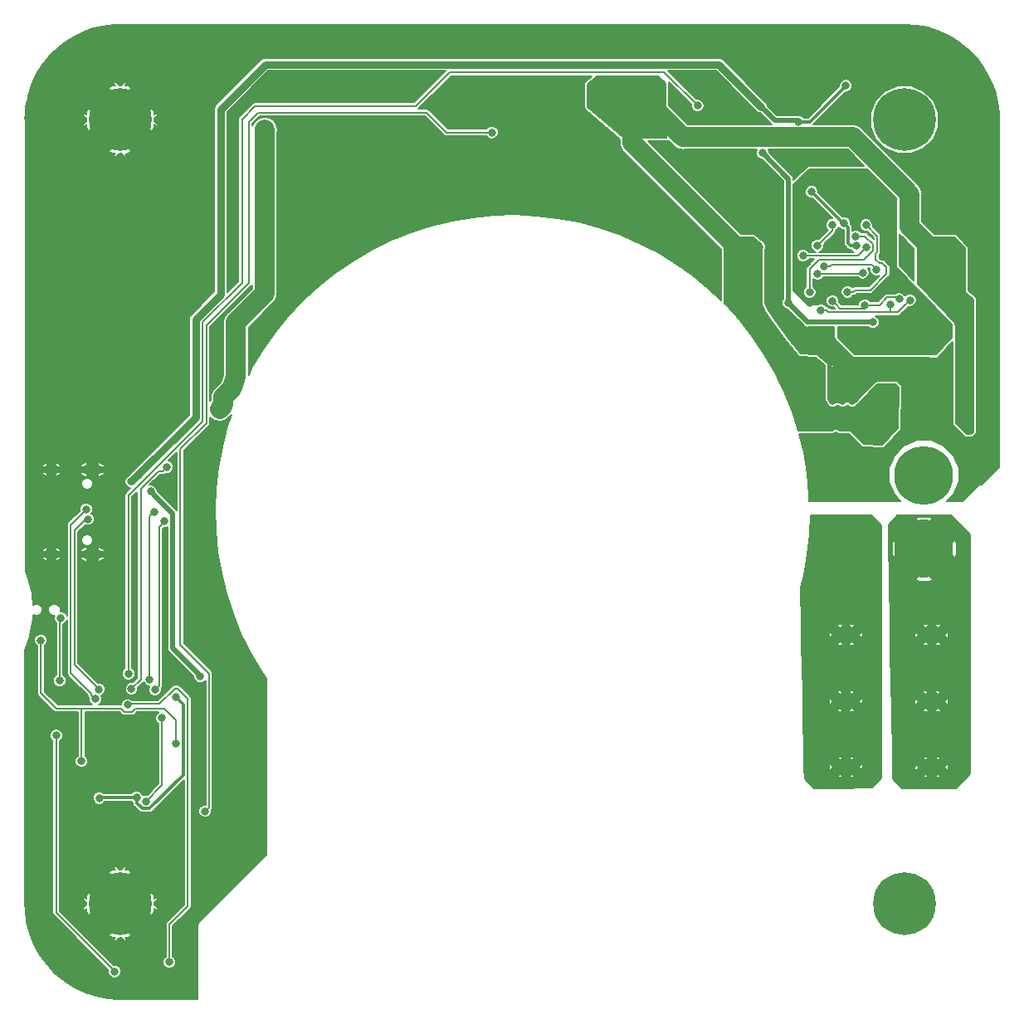
<source format=gbl>
G04 #@! TF.GenerationSoftware,KiCad,Pcbnew,5.0.2-bee76a0~70~ubuntu18.04.1*
G04 #@! TF.CreationDate,2019-04-27T16:39:52+02:00*
G04 #@! TF.ProjectId,pcbtc,70636274-632e-46b6-9963-61645f706362,rev?*
G04 #@! TF.SameCoordinates,Original*
G04 #@! TF.FileFunction,Copper,L2,Bot*
G04 #@! TF.FilePolarity,Positive*
%FSLAX46Y46*%
G04 Gerber Fmt 4.6, Leading zero omitted, Abs format (unit mm)*
G04 Created by KiCad (PCBNEW 5.0.2-bee76a0~70~ubuntu18.04.1) date Sa 27 Apr 2019 16:39:52 CEST*
%MOMM*%
%LPD*%
G01*
G04 APERTURE LIST*
G04 #@! TA.AperFunction,Conductor*
%ADD10C,0.100000*%
G04 #@! TD*
G04 #@! TA.AperFunction,SMDPad,CuDef*
%ADD11C,1.250000*%
G04 #@! TD*
G04 #@! TA.AperFunction,ComponentPad*
%ADD12O,2.100000X1.000000*%
G04 #@! TD*
G04 #@! TA.AperFunction,ComponentPad*
%ADD13O,1.600000X1.000000*%
G04 #@! TD*
G04 #@! TA.AperFunction,ComponentPad*
%ADD14C,6.000000*%
G04 #@! TD*
G04 #@! TA.AperFunction,ComponentPad*
%ADD15C,1.600000*%
G04 #@! TD*
G04 #@! TA.AperFunction,ComponentPad*
%ADD16C,0.800000*%
G04 #@! TD*
G04 #@! TA.AperFunction,ComponentPad*
%ADD17C,6.400000*%
G04 #@! TD*
G04 #@! TA.AperFunction,ViaPad*
%ADD18C,0.800000*%
G04 #@! TD*
G04 #@! TA.AperFunction,Conductor*
%ADD19C,2.000000*%
G04 #@! TD*
G04 #@! TA.AperFunction,Conductor*
%ADD20C,0.500000*%
G04 #@! TD*
G04 #@! TA.AperFunction,Conductor*
%ADD21C,0.800000*%
G04 #@! TD*
G04 #@! TA.AperFunction,Conductor*
%ADD22C,0.300000*%
G04 #@! TD*
G04 #@! TA.AperFunction,Conductor*
%ADD23C,0.200000*%
G04 #@! TD*
G04 #@! TA.AperFunction,Conductor*
%ADD24C,0.150000*%
G04 #@! TD*
G04 #@! TA.AperFunction,Conductor*
%ADD25C,0.254000*%
G04 #@! TD*
G04 APERTURE END LIST*
D10*
G04 #@! TO.N,GNDD*
G04 #@! TO.C,C33*
G36*
X184507383Y-66758476D02*
X184531652Y-66762076D01*
X184555450Y-66768037D01*
X184578550Y-66776302D01*
X184600728Y-66786792D01*
X184621772Y-66799405D01*
X184641477Y-66814019D01*
X184659656Y-66830495D01*
X185189986Y-67360825D01*
X185206462Y-67379004D01*
X185221076Y-67398709D01*
X185233689Y-67419753D01*
X185244179Y-67441931D01*
X185252444Y-67465031D01*
X185258405Y-67488829D01*
X185262005Y-67513098D01*
X185263209Y-67537602D01*
X185262005Y-67562106D01*
X185258405Y-67586375D01*
X185252444Y-67610173D01*
X185244179Y-67633273D01*
X185233689Y-67655451D01*
X185221076Y-67676495D01*
X185206462Y-67696200D01*
X185189986Y-67714379D01*
X184306102Y-68598263D01*
X184287923Y-68614739D01*
X184268218Y-68629353D01*
X184247174Y-68641966D01*
X184224996Y-68652456D01*
X184201896Y-68660721D01*
X184178098Y-68666682D01*
X184153829Y-68670282D01*
X184129325Y-68671486D01*
X184104821Y-68670282D01*
X184080552Y-68666682D01*
X184056754Y-68660721D01*
X184033654Y-68652456D01*
X184011476Y-68641966D01*
X183990432Y-68629353D01*
X183970727Y-68614739D01*
X183952548Y-68598263D01*
X183422218Y-68067933D01*
X183405742Y-68049754D01*
X183391128Y-68030049D01*
X183378515Y-68009005D01*
X183368025Y-67986827D01*
X183359760Y-67963727D01*
X183353799Y-67939929D01*
X183350199Y-67915660D01*
X183348995Y-67891156D01*
X183350199Y-67866652D01*
X183353799Y-67842383D01*
X183359760Y-67818585D01*
X183368025Y-67795485D01*
X183378515Y-67773307D01*
X183391128Y-67752263D01*
X183405742Y-67732558D01*
X183422218Y-67714379D01*
X184306102Y-66830495D01*
X184324281Y-66814019D01*
X184343986Y-66799405D01*
X184365030Y-66786792D01*
X184387208Y-66776302D01*
X184410308Y-66768037D01*
X184434106Y-66762076D01*
X184458375Y-66758476D01*
X184482879Y-66757272D01*
X184507383Y-66758476D01*
X184507383Y-66758476D01*
G37*
D11*
G04 #@! TD*
G04 #@! TO.P,C33,2*
G04 #@! TO.N,GNDD*
X184306102Y-67714379D03*
D10*
G04 #@! TO.N,VBUS*
G04 #@! TO.C,C33*
G36*
X186487281Y-68738374D02*
X186511550Y-68741974D01*
X186535348Y-68747935D01*
X186558448Y-68756200D01*
X186580626Y-68766690D01*
X186601670Y-68779303D01*
X186621375Y-68793917D01*
X186639554Y-68810393D01*
X187169884Y-69340723D01*
X187186360Y-69358902D01*
X187200974Y-69378607D01*
X187213587Y-69399651D01*
X187224077Y-69421829D01*
X187232342Y-69444929D01*
X187238303Y-69468727D01*
X187241903Y-69492996D01*
X187243107Y-69517500D01*
X187241903Y-69542004D01*
X187238303Y-69566273D01*
X187232342Y-69590071D01*
X187224077Y-69613171D01*
X187213587Y-69635349D01*
X187200974Y-69656393D01*
X187186360Y-69676098D01*
X187169884Y-69694277D01*
X186286000Y-70578161D01*
X186267821Y-70594637D01*
X186248116Y-70609251D01*
X186227072Y-70621864D01*
X186204894Y-70632354D01*
X186181794Y-70640619D01*
X186157996Y-70646580D01*
X186133727Y-70650180D01*
X186109223Y-70651384D01*
X186084719Y-70650180D01*
X186060450Y-70646580D01*
X186036652Y-70640619D01*
X186013552Y-70632354D01*
X185991374Y-70621864D01*
X185970330Y-70609251D01*
X185950625Y-70594637D01*
X185932446Y-70578161D01*
X185402116Y-70047831D01*
X185385640Y-70029652D01*
X185371026Y-70009947D01*
X185358413Y-69988903D01*
X185347923Y-69966725D01*
X185339658Y-69943625D01*
X185333697Y-69919827D01*
X185330097Y-69895558D01*
X185328893Y-69871054D01*
X185330097Y-69846550D01*
X185333697Y-69822281D01*
X185339658Y-69798483D01*
X185347923Y-69775383D01*
X185358413Y-69753205D01*
X185371026Y-69732161D01*
X185385640Y-69712456D01*
X185402116Y-69694277D01*
X186286000Y-68810393D01*
X186304179Y-68793917D01*
X186323884Y-68779303D01*
X186344928Y-68766690D01*
X186367106Y-68756200D01*
X186390206Y-68747935D01*
X186414004Y-68741974D01*
X186438273Y-68738374D01*
X186462777Y-68737170D01*
X186487281Y-68738374D01*
X186487281Y-68738374D01*
G37*
D11*
G04 #@! TD*
G04 #@! TO.P,C33,1*
G04 #@! TO.N,VBUS*
X186286000Y-69694277D03*
D10*
G04 #@! TO.N,VBUS*
G04 #@! TO.C,C39*
G36*
X188106556Y-67119100D02*
X188130825Y-67122700D01*
X188154623Y-67128661D01*
X188177723Y-67136926D01*
X188199901Y-67147416D01*
X188220945Y-67160029D01*
X188240650Y-67174643D01*
X188258829Y-67191119D01*
X188789159Y-67721449D01*
X188805635Y-67739628D01*
X188820249Y-67759333D01*
X188832862Y-67780377D01*
X188843352Y-67802555D01*
X188851617Y-67825655D01*
X188857578Y-67849453D01*
X188861178Y-67873722D01*
X188862382Y-67898226D01*
X188861178Y-67922730D01*
X188857578Y-67946999D01*
X188851617Y-67970797D01*
X188843352Y-67993897D01*
X188832862Y-68016075D01*
X188820249Y-68037119D01*
X188805635Y-68056824D01*
X188789159Y-68075003D01*
X187905275Y-68958887D01*
X187887096Y-68975363D01*
X187867391Y-68989977D01*
X187846347Y-69002590D01*
X187824169Y-69013080D01*
X187801069Y-69021345D01*
X187777271Y-69027306D01*
X187753002Y-69030906D01*
X187728498Y-69032110D01*
X187703994Y-69030906D01*
X187679725Y-69027306D01*
X187655927Y-69021345D01*
X187632827Y-69013080D01*
X187610649Y-69002590D01*
X187589605Y-68989977D01*
X187569900Y-68975363D01*
X187551721Y-68958887D01*
X187021391Y-68428557D01*
X187004915Y-68410378D01*
X186990301Y-68390673D01*
X186977688Y-68369629D01*
X186967198Y-68347451D01*
X186958933Y-68324351D01*
X186952972Y-68300553D01*
X186949372Y-68276284D01*
X186948168Y-68251780D01*
X186949372Y-68227276D01*
X186952972Y-68203007D01*
X186958933Y-68179209D01*
X186967198Y-68156109D01*
X186977688Y-68133931D01*
X186990301Y-68112887D01*
X187004915Y-68093182D01*
X187021391Y-68075003D01*
X187905275Y-67191119D01*
X187923454Y-67174643D01*
X187943159Y-67160029D01*
X187964203Y-67147416D01*
X187986381Y-67136926D01*
X188009481Y-67128661D01*
X188033279Y-67122700D01*
X188057548Y-67119100D01*
X188082052Y-67117896D01*
X188106556Y-67119100D01*
X188106556Y-67119100D01*
G37*
D11*
G04 #@! TD*
G04 #@! TO.P,C39,1*
G04 #@! TO.N,VBUS*
X187905275Y-68075003D03*
D10*
G04 #@! TO.N,GNDD*
G04 #@! TO.C,C39*
G36*
X186126658Y-65139202D02*
X186150927Y-65142802D01*
X186174725Y-65148763D01*
X186197825Y-65157028D01*
X186220003Y-65167518D01*
X186241047Y-65180131D01*
X186260752Y-65194745D01*
X186278931Y-65211221D01*
X186809261Y-65741551D01*
X186825737Y-65759730D01*
X186840351Y-65779435D01*
X186852964Y-65800479D01*
X186863454Y-65822657D01*
X186871719Y-65845757D01*
X186877680Y-65869555D01*
X186881280Y-65893824D01*
X186882484Y-65918328D01*
X186881280Y-65942832D01*
X186877680Y-65967101D01*
X186871719Y-65990899D01*
X186863454Y-66013999D01*
X186852964Y-66036177D01*
X186840351Y-66057221D01*
X186825737Y-66076926D01*
X186809261Y-66095105D01*
X185925377Y-66978989D01*
X185907198Y-66995465D01*
X185887493Y-67010079D01*
X185866449Y-67022692D01*
X185844271Y-67033182D01*
X185821171Y-67041447D01*
X185797373Y-67047408D01*
X185773104Y-67051008D01*
X185748600Y-67052212D01*
X185724096Y-67051008D01*
X185699827Y-67047408D01*
X185676029Y-67041447D01*
X185652929Y-67033182D01*
X185630751Y-67022692D01*
X185609707Y-67010079D01*
X185590002Y-66995465D01*
X185571823Y-66978989D01*
X185041493Y-66448659D01*
X185025017Y-66430480D01*
X185010403Y-66410775D01*
X184997790Y-66389731D01*
X184987300Y-66367553D01*
X184979035Y-66344453D01*
X184973074Y-66320655D01*
X184969474Y-66296386D01*
X184968270Y-66271882D01*
X184969474Y-66247378D01*
X184973074Y-66223109D01*
X184979035Y-66199311D01*
X184987300Y-66176211D01*
X184997790Y-66154033D01*
X185010403Y-66132989D01*
X185025017Y-66113284D01*
X185041493Y-66095105D01*
X185925377Y-65211221D01*
X185943556Y-65194745D01*
X185963261Y-65180131D01*
X185984305Y-65167518D01*
X186006483Y-65157028D01*
X186029583Y-65148763D01*
X186053381Y-65142802D01*
X186077650Y-65139202D01*
X186102154Y-65137998D01*
X186126658Y-65139202D01*
X186126658Y-65139202D01*
G37*
D11*
G04 #@! TD*
G04 #@! TO.P,C39,2*
G04 #@! TO.N,GNDD*
X185925377Y-66095105D03*
D10*
G04 #@! TO.N,GNDD*
G04 #@! TO.C,C34*
G36*
X183799504Y-64826204D02*
X183823773Y-64829804D01*
X183847571Y-64835765D01*
X183870671Y-64844030D01*
X183892849Y-64854520D01*
X183913893Y-64867133D01*
X183933598Y-64881747D01*
X183951777Y-64898223D01*
X183968253Y-64916402D01*
X183982867Y-64936107D01*
X183995480Y-64957151D01*
X184005970Y-64979329D01*
X184014235Y-65002429D01*
X184020196Y-65026227D01*
X184023796Y-65050496D01*
X184025000Y-65075000D01*
X184025000Y-66325000D01*
X184023796Y-66349504D01*
X184020196Y-66373773D01*
X184014235Y-66397571D01*
X184005970Y-66420671D01*
X183995480Y-66442849D01*
X183982867Y-66463893D01*
X183968253Y-66483598D01*
X183951777Y-66501777D01*
X183933598Y-66518253D01*
X183913893Y-66532867D01*
X183892849Y-66545480D01*
X183870671Y-66555970D01*
X183847571Y-66564235D01*
X183823773Y-66570196D01*
X183799504Y-66573796D01*
X183775000Y-66575000D01*
X183025000Y-66575000D01*
X183000496Y-66573796D01*
X182976227Y-66570196D01*
X182952429Y-66564235D01*
X182929329Y-66555970D01*
X182907151Y-66545480D01*
X182886107Y-66532867D01*
X182866402Y-66518253D01*
X182848223Y-66501777D01*
X182831747Y-66483598D01*
X182817133Y-66463893D01*
X182804520Y-66442849D01*
X182794030Y-66420671D01*
X182785765Y-66397571D01*
X182779804Y-66373773D01*
X182776204Y-66349504D01*
X182775000Y-66325000D01*
X182775000Y-65075000D01*
X182776204Y-65050496D01*
X182779804Y-65026227D01*
X182785765Y-65002429D01*
X182794030Y-64979329D01*
X182804520Y-64957151D01*
X182817133Y-64936107D01*
X182831747Y-64916402D01*
X182848223Y-64898223D01*
X182866402Y-64881747D01*
X182886107Y-64867133D01*
X182907151Y-64854520D01*
X182929329Y-64844030D01*
X182952429Y-64835765D01*
X182976227Y-64829804D01*
X183000496Y-64826204D01*
X183025000Y-64825000D01*
X183775000Y-64825000D01*
X183799504Y-64826204D01*
X183799504Y-64826204D01*
G37*
D11*
G04 #@! TD*
G04 #@! TO.P,C34,2*
G04 #@! TO.N,GNDD*
X183400000Y-65700000D03*
D10*
G04 #@! TO.N,VBUS*
G04 #@! TO.C,C34*
G36*
X180999504Y-64826204D02*
X181023773Y-64829804D01*
X181047571Y-64835765D01*
X181070671Y-64844030D01*
X181092849Y-64854520D01*
X181113893Y-64867133D01*
X181133598Y-64881747D01*
X181151777Y-64898223D01*
X181168253Y-64916402D01*
X181182867Y-64936107D01*
X181195480Y-64957151D01*
X181205970Y-64979329D01*
X181214235Y-65002429D01*
X181220196Y-65026227D01*
X181223796Y-65050496D01*
X181225000Y-65075000D01*
X181225000Y-66325000D01*
X181223796Y-66349504D01*
X181220196Y-66373773D01*
X181214235Y-66397571D01*
X181205970Y-66420671D01*
X181195480Y-66442849D01*
X181182867Y-66463893D01*
X181168253Y-66483598D01*
X181151777Y-66501777D01*
X181133598Y-66518253D01*
X181113893Y-66532867D01*
X181092849Y-66545480D01*
X181070671Y-66555970D01*
X181047571Y-66564235D01*
X181023773Y-66570196D01*
X180999504Y-66573796D01*
X180975000Y-66575000D01*
X180225000Y-66575000D01*
X180200496Y-66573796D01*
X180176227Y-66570196D01*
X180152429Y-66564235D01*
X180129329Y-66555970D01*
X180107151Y-66545480D01*
X180086107Y-66532867D01*
X180066402Y-66518253D01*
X180048223Y-66501777D01*
X180031747Y-66483598D01*
X180017133Y-66463893D01*
X180004520Y-66442849D01*
X179994030Y-66420671D01*
X179985765Y-66397571D01*
X179979804Y-66373773D01*
X179976204Y-66349504D01*
X179975000Y-66325000D01*
X179975000Y-65075000D01*
X179976204Y-65050496D01*
X179979804Y-65026227D01*
X179985765Y-65002429D01*
X179994030Y-64979329D01*
X180004520Y-64957151D01*
X180017133Y-64936107D01*
X180031747Y-64916402D01*
X180048223Y-64898223D01*
X180066402Y-64881747D01*
X180086107Y-64867133D01*
X180107151Y-64854520D01*
X180129329Y-64844030D01*
X180152429Y-64835765D01*
X180176227Y-64829804D01*
X180200496Y-64826204D01*
X180225000Y-64825000D01*
X180975000Y-64825000D01*
X180999504Y-64826204D01*
X180999504Y-64826204D01*
G37*
D11*
G04 #@! TD*
G04 #@! TO.P,C34,1*
G04 #@! TO.N,VBUS*
X180600000Y-65700000D03*
D10*
G04 #@! TO.N,VBUS*
G04 #@! TO.C,C40*
G36*
X196599504Y-69026204D02*
X196623773Y-69029804D01*
X196647571Y-69035765D01*
X196670671Y-69044030D01*
X196692849Y-69054520D01*
X196713893Y-69067133D01*
X196733598Y-69081747D01*
X196751777Y-69098223D01*
X196768253Y-69116402D01*
X196782867Y-69136107D01*
X196795480Y-69157151D01*
X196805970Y-69179329D01*
X196814235Y-69202429D01*
X196820196Y-69226227D01*
X196823796Y-69250496D01*
X196825000Y-69275000D01*
X196825000Y-70525000D01*
X196823796Y-70549504D01*
X196820196Y-70573773D01*
X196814235Y-70597571D01*
X196805970Y-70620671D01*
X196795480Y-70642849D01*
X196782867Y-70663893D01*
X196768253Y-70683598D01*
X196751777Y-70701777D01*
X196733598Y-70718253D01*
X196713893Y-70732867D01*
X196692849Y-70745480D01*
X196670671Y-70755970D01*
X196647571Y-70764235D01*
X196623773Y-70770196D01*
X196599504Y-70773796D01*
X196575000Y-70775000D01*
X195825000Y-70775000D01*
X195800496Y-70773796D01*
X195776227Y-70770196D01*
X195752429Y-70764235D01*
X195729329Y-70755970D01*
X195707151Y-70745480D01*
X195686107Y-70732867D01*
X195666402Y-70718253D01*
X195648223Y-70701777D01*
X195631747Y-70683598D01*
X195617133Y-70663893D01*
X195604520Y-70642849D01*
X195594030Y-70620671D01*
X195585765Y-70597571D01*
X195579804Y-70573773D01*
X195576204Y-70549504D01*
X195575000Y-70525000D01*
X195575000Y-69275000D01*
X195576204Y-69250496D01*
X195579804Y-69226227D01*
X195585765Y-69202429D01*
X195594030Y-69179329D01*
X195604520Y-69157151D01*
X195617133Y-69136107D01*
X195631747Y-69116402D01*
X195648223Y-69098223D01*
X195666402Y-69081747D01*
X195686107Y-69067133D01*
X195707151Y-69054520D01*
X195729329Y-69044030D01*
X195752429Y-69035765D01*
X195776227Y-69029804D01*
X195800496Y-69026204D01*
X195825000Y-69025000D01*
X196575000Y-69025000D01*
X196599504Y-69026204D01*
X196599504Y-69026204D01*
G37*
D11*
G04 #@! TD*
G04 #@! TO.P,C40,1*
G04 #@! TO.N,VBUS*
X196200000Y-69900000D03*
D10*
G04 #@! TO.N,GNDD*
G04 #@! TO.C,C40*
G36*
X193799504Y-69026204D02*
X193823773Y-69029804D01*
X193847571Y-69035765D01*
X193870671Y-69044030D01*
X193892849Y-69054520D01*
X193913893Y-69067133D01*
X193933598Y-69081747D01*
X193951777Y-69098223D01*
X193968253Y-69116402D01*
X193982867Y-69136107D01*
X193995480Y-69157151D01*
X194005970Y-69179329D01*
X194014235Y-69202429D01*
X194020196Y-69226227D01*
X194023796Y-69250496D01*
X194025000Y-69275000D01*
X194025000Y-70525000D01*
X194023796Y-70549504D01*
X194020196Y-70573773D01*
X194014235Y-70597571D01*
X194005970Y-70620671D01*
X193995480Y-70642849D01*
X193982867Y-70663893D01*
X193968253Y-70683598D01*
X193951777Y-70701777D01*
X193933598Y-70718253D01*
X193913893Y-70732867D01*
X193892849Y-70745480D01*
X193870671Y-70755970D01*
X193847571Y-70764235D01*
X193823773Y-70770196D01*
X193799504Y-70773796D01*
X193775000Y-70775000D01*
X193025000Y-70775000D01*
X193000496Y-70773796D01*
X192976227Y-70770196D01*
X192952429Y-70764235D01*
X192929329Y-70755970D01*
X192907151Y-70745480D01*
X192886107Y-70732867D01*
X192866402Y-70718253D01*
X192848223Y-70701777D01*
X192831747Y-70683598D01*
X192817133Y-70663893D01*
X192804520Y-70642849D01*
X192794030Y-70620671D01*
X192785765Y-70597571D01*
X192779804Y-70573773D01*
X192776204Y-70549504D01*
X192775000Y-70525000D01*
X192775000Y-69275000D01*
X192776204Y-69250496D01*
X192779804Y-69226227D01*
X192785765Y-69202429D01*
X192794030Y-69179329D01*
X192804520Y-69157151D01*
X192817133Y-69136107D01*
X192831747Y-69116402D01*
X192848223Y-69098223D01*
X192866402Y-69081747D01*
X192886107Y-69067133D01*
X192907151Y-69054520D01*
X192929329Y-69044030D01*
X192952429Y-69035765D01*
X192976227Y-69029804D01*
X193000496Y-69026204D01*
X193025000Y-69025000D01*
X193775000Y-69025000D01*
X193799504Y-69026204D01*
X193799504Y-69026204D01*
G37*
D11*
G04 #@! TD*
G04 #@! TO.P,C40,2*
G04 #@! TO.N,GNDD*
X193400000Y-69900000D03*
D10*
G04 #@! TO.N,GNDD*
G04 #@! TO.C,C41*
G36*
X193794503Y-66720342D02*
X193818772Y-66723942D01*
X193842570Y-66729903D01*
X193865670Y-66738168D01*
X193887848Y-66748658D01*
X193908892Y-66761271D01*
X193928597Y-66775885D01*
X193946776Y-66792361D01*
X193963252Y-66810540D01*
X193977866Y-66830245D01*
X193990479Y-66851289D01*
X194000969Y-66873467D01*
X194009234Y-66896567D01*
X194015195Y-66920365D01*
X194018795Y-66944634D01*
X194019999Y-66969138D01*
X194019999Y-68219138D01*
X194018795Y-68243642D01*
X194015195Y-68267911D01*
X194009234Y-68291709D01*
X194000969Y-68314809D01*
X193990479Y-68336987D01*
X193977866Y-68358031D01*
X193963252Y-68377736D01*
X193946776Y-68395915D01*
X193928597Y-68412391D01*
X193908892Y-68427005D01*
X193887848Y-68439618D01*
X193865670Y-68450108D01*
X193842570Y-68458373D01*
X193818772Y-68464334D01*
X193794503Y-68467934D01*
X193769999Y-68469138D01*
X193019999Y-68469138D01*
X192995495Y-68467934D01*
X192971226Y-68464334D01*
X192947428Y-68458373D01*
X192924328Y-68450108D01*
X192902150Y-68439618D01*
X192881106Y-68427005D01*
X192861401Y-68412391D01*
X192843222Y-68395915D01*
X192826746Y-68377736D01*
X192812132Y-68358031D01*
X192799519Y-68336987D01*
X192789029Y-68314809D01*
X192780764Y-68291709D01*
X192774803Y-68267911D01*
X192771203Y-68243642D01*
X192769999Y-68219138D01*
X192769999Y-66969138D01*
X192771203Y-66944634D01*
X192774803Y-66920365D01*
X192780764Y-66896567D01*
X192789029Y-66873467D01*
X192799519Y-66851289D01*
X192812132Y-66830245D01*
X192826746Y-66810540D01*
X192843222Y-66792361D01*
X192861401Y-66775885D01*
X192881106Y-66761271D01*
X192902150Y-66748658D01*
X192924328Y-66738168D01*
X192947428Y-66729903D01*
X192971226Y-66723942D01*
X192995495Y-66720342D01*
X193019999Y-66719138D01*
X193769999Y-66719138D01*
X193794503Y-66720342D01*
X193794503Y-66720342D01*
G37*
D11*
G04 #@! TD*
G04 #@! TO.P,C41,2*
G04 #@! TO.N,GNDD*
X193394999Y-67594138D03*
D10*
G04 #@! TO.N,VBUS*
G04 #@! TO.C,C41*
G36*
X196594503Y-66720342D02*
X196618772Y-66723942D01*
X196642570Y-66729903D01*
X196665670Y-66738168D01*
X196687848Y-66748658D01*
X196708892Y-66761271D01*
X196728597Y-66775885D01*
X196746776Y-66792361D01*
X196763252Y-66810540D01*
X196777866Y-66830245D01*
X196790479Y-66851289D01*
X196800969Y-66873467D01*
X196809234Y-66896567D01*
X196815195Y-66920365D01*
X196818795Y-66944634D01*
X196819999Y-66969138D01*
X196819999Y-68219138D01*
X196818795Y-68243642D01*
X196815195Y-68267911D01*
X196809234Y-68291709D01*
X196800969Y-68314809D01*
X196790479Y-68336987D01*
X196777866Y-68358031D01*
X196763252Y-68377736D01*
X196746776Y-68395915D01*
X196728597Y-68412391D01*
X196708892Y-68427005D01*
X196687848Y-68439618D01*
X196665670Y-68450108D01*
X196642570Y-68458373D01*
X196618772Y-68464334D01*
X196594503Y-68467934D01*
X196569999Y-68469138D01*
X195819999Y-68469138D01*
X195795495Y-68467934D01*
X195771226Y-68464334D01*
X195747428Y-68458373D01*
X195724328Y-68450108D01*
X195702150Y-68439618D01*
X195681106Y-68427005D01*
X195661401Y-68412391D01*
X195643222Y-68395915D01*
X195626746Y-68377736D01*
X195612132Y-68358031D01*
X195599519Y-68336987D01*
X195589029Y-68314809D01*
X195580764Y-68291709D01*
X195574803Y-68267911D01*
X195571203Y-68243642D01*
X195569999Y-68219138D01*
X195569999Y-66969138D01*
X195571203Y-66944634D01*
X195574803Y-66920365D01*
X195580764Y-66896567D01*
X195589029Y-66873467D01*
X195599519Y-66851289D01*
X195612132Y-66830245D01*
X195626746Y-66810540D01*
X195643222Y-66792361D01*
X195661401Y-66775885D01*
X195681106Y-66761271D01*
X195702150Y-66748658D01*
X195724328Y-66738168D01*
X195747428Y-66729903D01*
X195771226Y-66723942D01*
X195795495Y-66720342D01*
X195819999Y-66719138D01*
X196569999Y-66719138D01*
X196594503Y-66720342D01*
X196594503Y-66720342D01*
G37*
D11*
G04 #@! TD*
G04 #@! TO.P,C41,1*
G04 #@! TO.N,VBUS*
X196194999Y-67594138D03*
D10*
G04 #@! TO.N,VBUS*
G04 #@! TO.C,C42*
G36*
X196594503Y-64430341D02*
X196618772Y-64433941D01*
X196642570Y-64439902D01*
X196665670Y-64448167D01*
X196687848Y-64458657D01*
X196708892Y-64471270D01*
X196728597Y-64485884D01*
X196746776Y-64502360D01*
X196763252Y-64520539D01*
X196777866Y-64540244D01*
X196790479Y-64561288D01*
X196800969Y-64583466D01*
X196809234Y-64606566D01*
X196815195Y-64630364D01*
X196818795Y-64654633D01*
X196819999Y-64679137D01*
X196819999Y-65929137D01*
X196818795Y-65953641D01*
X196815195Y-65977910D01*
X196809234Y-66001708D01*
X196800969Y-66024808D01*
X196790479Y-66046986D01*
X196777866Y-66068030D01*
X196763252Y-66087735D01*
X196746776Y-66105914D01*
X196728597Y-66122390D01*
X196708892Y-66137004D01*
X196687848Y-66149617D01*
X196665670Y-66160107D01*
X196642570Y-66168372D01*
X196618772Y-66174333D01*
X196594503Y-66177933D01*
X196569999Y-66179137D01*
X195819999Y-66179137D01*
X195795495Y-66177933D01*
X195771226Y-66174333D01*
X195747428Y-66168372D01*
X195724328Y-66160107D01*
X195702150Y-66149617D01*
X195681106Y-66137004D01*
X195661401Y-66122390D01*
X195643222Y-66105914D01*
X195626746Y-66087735D01*
X195612132Y-66068030D01*
X195599519Y-66046986D01*
X195589029Y-66024808D01*
X195580764Y-66001708D01*
X195574803Y-65977910D01*
X195571203Y-65953641D01*
X195569999Y-65929137D01*
X195569999Y-64679137D01*
X195571203Y-64654633D01*
X195574803Y-64630364D01*
X195580764Y-64606566D01*
X195589029Y-64583466D01*
X195599519Y-64561288D01*
X195612132Y-64540244D01*
X195626746Y-64520539D01*
X195643222Y-64502360D01*
X195661401Y-64485884D01*
X195681106Y-64471270D01*
X195702150Y-64458657D01*
X195724328Y-64448167D01*
X195747428Y-64439902D01*
X195771226Y-64433941D01*
X195795495Y-64430341D01*
X195819999Y-64429137D01*
X196569999Y-64429137D01*
X196594503Y-64430341D01*
X196594503Y-64430341D01*
G37*
D11*
G04 #@! TD*
G04 #@! TO.P,C42,1*
G04 #@! TO.N,VBUS*
X196194999Y-65304137D03*
D10*
G04 #@! TO.N,GNDD*
G04 #@! TO.C,C42*
G36*
X193794503Y-64430341D02*
X193818772Y-64433941D01*
X193842570Y-64439902D01*
X193865670Y-64448167D01*
X193887848Y-64458657D01*
X193908892Y-64471270D01*
X193928597Y-64485884D01*
X193946776Y-64502360D01*
X193963252Y-64520539D01*
X193977866Y-64540244D01*
X193990479Y-64561288D01*
X194000969Y-64583466D01*
X194009234Y-64606566D01*
X194015195Y-64630364D01*
X194018795Y-64654633D01*
X194019999Y-64679137D01*
X194019999Y-65929137D01*
X194018795Y-65953641D01*
X194015195Y-65977910D01*
X194009234Y-66001708D01*
X194000969Y-66024808D01*
X193990479Y-66046986D01*
X193977866Y-66068030D01*
X193963252Y-66087735D01*
X193946776Y-66105914D01*
X193928597Y-66122390D01*
X193908892Y-66137004D01*
X193887848Y-66149617D01*
X193865670Y-66160107D01*
X193842570Y-66168372D01*
X193818772Y-66174333D01*
X193794503Y-66177933D01*
X193769999Y-66179137D01*
X193019999Y-66179137D01*
X192995495Y-66177933D01*
X192971226Y-66174333D01*
X192947428Y-66168372D01*
X192924328Y-66160107D01*
X192902150Y-66149617D01*
X192881106Y-66137004D01*
X192861401Y-66122390D01*
X192843222Y-66105914D01*
X192826746Y-66087735D01*
X192812132Y-66068030D01*
X192799519Y-66046986D01*
X192789029Y-66024808D01*
X192780764Y-66001708D01*
X192774803Y-65977910D01*
X192771203Y-65953641D01*
X192769999Y-65929137D01*
X192769999Y-64679137D01*
X192771203Y-64654633D01*
X192774803Y-64630364D01*
X192780764Y-64606566D01*
X192789029Y-64583466D01*
X192799519Y-64561288D01*
X192812132Y-64540244D01*
X192826746Y-64520539D01*
X192843222Y-64502360D01*
X192861401Y-64485884D01*
X192881106Y-64471270D01*
X192902150Y-64458657D01*
X192924328Y-64448167D01*
X192947428Y-64439902D01*
X192971226Y-64433941D01*
X192995495Y-64430341D01*
X193019999Y-64429137D01*
X193769999Y-64429137D01*
X193794503Y-64430341D01*
X193794503Y-64430341D01*
G37*
D11*
G04 #@! TD*
G04 #@! TO.P,C42,2*
G04 #@! TO.N,GNDD*
X193394999Y-65304137D03*
D12*
G04 #@! TO.P,J1,S1*
G04 #@! TO.N,GNDD*
X107162000Y-75690000D03*
X107162000Y-84330000D03*
D13*
X102982000Y-75690000D03*
X102982000Y-84330000D03*
G04 #@! TD*
D14*
G04 #@! TO.P,J4,2*
G04 #@! TO.N,COIL_B*
X192000000Y-76250000D03*
G04 #@! TO.P,J4,1*
G04 #@! TO.N,COIL_A*
X192000000Y-83750000D03*
G04 #@! TD*
D15*
G04 #@! TO.P,C18,1*
G04 #@! TO.N,COIL_A*
X192126800Y-92508800D03*
G04 #@! TO.P,C18,2*
G04 #@! TO.N,Net-(C17-Pad2)*
X184626800Y-92508800D03*
G04 #@! TO.P,C18,1*
G04 #@! TO.N,COIL_A*
X193376800Y-92508800D03*
G04 #@! TO.P,C18,2*
G04 #@! TO.N,Net-(C17-Pad2)*
X183376800Y-92508800D03*
G04 #@! TD*
G04 #@! TO.P,C17,2*
G04 #@! TO.N,Net-(C17-Pad2)*
X183376801Y-106008800D03*
G04 #@! TO.P,C17,1*
G04 #@! TO.N,COIL_A*
X193376801Y-106008800D03*
G04 #@! TO.P,C17,2*
G04 #@! TO.N,Net-(C17-Pad2)*
X184626801Y-106008800D03*
G04 #@! TO.P,C17,1*
G04 #@! TO.N,COIL_A*
X192126801Y-106008800D03*
G04 #@! TD*
G04 #@! TO.P,C19,2*
G04 #@! TO.N,Net-(C17-Pad2)*
X183376800Y-99308800D03*
G04 #@! TO.P,C19,1*
G04 #@! TO.N,COIL_A*
X193376800Y-99308800D03*
G04 #@! TO.P,C19,2*
G04 #@! TO.N,Net-(C17-Pad2)*
X184626800Y-99308800D03*
G04 #@! TO.P,C19,1*
G04 #@! TO.N,COIL_A*
X192126800Y-99308800D03*
G04 #@! TD*
D16*
G04 #@! TO.P,H1,1*
G04 #@! TO.N,Net-(H1-Pad1)*
X191697056Y-38302944D03*
X190000000Y-37600000D03*
X188302944Y-38302944D03*
X187600000Y-40000000D03*
X188302944Y-41697056D03*
X190000000Y-42400000D03*
X191697056Y-41697056D03*
X192400000Y-40000000D03*
D17*
X190000000Y-40000000D03*
G04 #@! TD*
G04 #@! TO.P,H2,1*
G04 #@! TO.N,GNDD*
X110000000Y-120000000D03*
D16*
X112400000Y-120000000D03*
X111697056Y-121697056D03*
X110000000Y-122400000D03*
X108302944Y-121697056D03*
X107600000Y-120000000D03*
X108302944Y-118302944D03*
X110000000Y-117600000D03*
X111697056Y-118302944D03*
G04 #@! TD*
G04 #@! TO.P,H4,1*
G04 #@! TO.N,GNDD*
X191697056Y-118302944D03*
X190000000Y-117600000D03*
X188302944Y-118302944D03*
X187600000Y-120000000D03*
X188302944Y-121697056D03*
X190000000Y-122400000D03*
X191697056Y-121697056D03*
X192400000Y-120000000D03*
D17*
X190000000Y-120000000D03*
G04 #@! TD*
G04 #@! TO.P,H3,1*
G04 #@! TO.N,GNDD*
X110000000Y-40000000D03*
D16*
X112400000Y-40000000D03*
X111697056Y-41697056D03*
X110000000Y-42400000D03*
X108302944Y-41697056D03*
X107600000Y-40000000D03*
X108302944Y-38302944D03*
X110000000Y-37600000D03*
X111697056Y-38302944D03*
G04 #@! TD*
D18*
G04 #@! TO.N,VPP*
X120586500Y-68643500D03*
X121107200Y-67868800D03*
X120142000Y-69494400D03*
X124663200Y-41960800D03*
X124663200Y-42926000D03*
X124663200Y-40944800D03*
G04 #@! TO.N,+5V*
X118142300Y-96763500D03*
X113120410Y-77927200D03*
X111150400Y-76911200D03*
X111912400Y-76250800D03*
X111912400Y-76250800D03*
X175514000Y-43383200D03*
X175361600Y-38658800D03*
X178181000Y-58674000D03*
X179222400Y-40182800D03*
X184050000Y-36530000D03*
X186800000Y-60650000D03*
G04 #@! TO.N,+3V3*
X111665300Y-109146000D03*
X107855300Y-109209500D03*
X103829784Y-97208000D03*
X103936800Y-90830400D03*
X115666628Y-98923337D03*
G04 #@! TO.N,U_OUT*
X147929600Y-41300400D03*
X118668800Y-110540800D03*
G04 #@! TO.N,VBUS*
X188750000Y-68500000D03*
X187750000Y-68500000D03*
X195696000Y-67191000D03*
X195696000Y-68207000D03*
X195696000Y-69223000D03*
X195696000Y-66175000D03*
X195696000Y-65159000D03*
X159084254Y-38618041D03*
X161771260Y-39042306D03*
X159084254Y-36355299D03*
X160357047Y-39042305D03*
X164741109Y-37486670D03*
X164458267Y-38618041D03*
X164458267Y-36355299D03*
X158801412Y-37486670D03*
X163185474Y-39042305D03*
X192674359Y-53025454D03*
X195361365Y-54298247D03*
X192250095Y-55712460D03*
X195361365Y-55712460D03*
X194937101Y-53025454D03*
X195361365Y-57126674D03*
X192250095Y-54298247D03*
X193805730Y-52742612D03*
X192250095Y-57126674D03*
X172913159Y-52994254D03*
X172488895Y-55681260D03*
X175175901Y-52994254D03*
X172488895Y-54267047D03*
X174044530Y-58651109D03*
X172913159Y-58368266D03*
X174044530Y-52711412D03*
X172488895Y-57095474D03*
X187750000Y-72250000D03*
X188750000Y-71500000D03*
X188750000Y-70500000D03*
X187750000Y-71000000D03*
X188750000Y-69500000D03*
X187750000Y-69500000D03*
X187750000Y-67500000D03*
X188750000Y-67500000D03*
X163185474Y-35931035D03*
X160357047Y-35931035D03*
X161771260Y-35931034D03*
X175006000Y-58420000D03*
X196596000Y-67691000D03*
X196596000Y-68707000D03*
X196596000Y-69723000D03*
X196596000Y-70739000D03*
X196596000Y-66675000D03*
X196596000Y-71755000D03*
X196596000Y-65659000D03*
X186650000Y-68150000D03*
X186050000Y-71200000D03*
X186100000Y-72250000D03*
X186000000Y-70050000D03*
X186000000Y-69050000D03*
G04 #@! TO.N,Net-(R19-Pad1)*
X113538000Y-98145600D03*
X114516790Y-80924400D03*
G04 #@! TO.N,Net-(R18-Pad1)*
X113017487Y-97115391D03*
X113487200Y-80010000D03*
G04 #@! TO.N,SIG_B*
X188620400Y-58815210D03*
X190587794Y-58391332D03*
X181483000Y-59436000D03*
G04 #@! TO.N,SIG_A*
X185978800Y-58928002D03*
X189484000Y-58293000D03*
X182676800Y-58470800D03*
G04 #@! TO.N,GND*
X182500000Y-47250000D03*
X188379100Y-47650400D03*
X188455300Y-50152300D03*
X180784500Y-51676300D03*
X181635400Y-56680100D03*
X179425600Y-54864000D03*
X179120800Y-49250600D03*
X179324000Y-46990000D03*
X188760100Y-57340500D03*
X192366900Y-63093600D03*
X187794190Y-53957570D03*
X193421000Y-60820300D03*
X193751200Y-62382400D03*
X183692800Y-62077600D03*
X185166000Y-63500000D03*
X184607200Y-58521600D03*
X188468000Y-51689000D03*
X180340000Y-58674000D03*
X186029600Y-56662320D03*
X182176420Y-52877720D03*
X183448960Y-52141120D03*
G04 #@! TO.N,I_OUT*
X112623600Y-109524800D03*
X114249200Y-101041200D03*
G04 #@! TO.N,USB_DN*
X106723713Y-80736569D03*
X107848400Y-98094800D03*
G04 #@! TO.N,USB_DP*
X106527600Y-79755986D03*
X107489517Y-99108641D03*
G04 #@! TO.N,Net-(U5-Pad2)*
X179679600Y-53860700D03*
X186131200Y-53035910D03*
G04 #@! TO.N,Net-(U5-Pad5)*
X185041015Y-51872317D03*
X180340000Y-57587024D03*
G04 #@! TO.N,Net-(C17-Pad2)*
X181100000Y-81900000D03*
X184200000Y-81900000D03*
X186000000Y-85700000D03*
X182700000Y-85700000D03*
X180700000Y-89600000D03*
X184400000Y-89500000D03*
G04 #@! TO.N,Net-(FAULT1-Pad2)*
X115011200Y-125933200D03*
X110755569Y-99700000D03*
G04 #@! TO.N,Net-(PWR1-Pad2)*
X109423200Y-126898400D03*
X103479600Y-102819200D03*
G04 #@! TO.N,Net-(U10-Pad6)*
X187162942Y-55292271D03*
X181802189Y-54958883D03*
G04 #@! TO.N,Net-(U10-Pad3)*
X186091590Y-50734990D03*
X184215324Y-57573703D03*
G04 #@! TO.N,Net-(R5-Pad1)*
X168910000Y-38557200D03*
X110845600Y-96520000D03*
G04 #@! TO.N,GNDD*
X184364645Y-73164645D03*
X183834316Y-72634316D03*
X188000000Y-66300000D03*
X188749998Y-66300000D03*
X193400000Y-68650000D03*
X193400000Y-65650000D03*
X193400000Y-66650000D03*
X193400000Y-67650000D03*
X193400000Y-64650000D03*
X183700000Y-68650000D03*
X183700000Y-65650000D03*
X183700000Y-66650000D03*
X183700000Y-67650000D03*
X183700000Y-64650000D03*
X199009000Y-66040000D03*
X112400000Y-98800000D03*
X103800000Y-99300000D03*
X178917600Y-44907200D03*
X154423052Y-39026435D03*
X153008838Y-39026435D03*
X143452656Y-36313629D03*
X143452656Y-38576371D03*
X143169813Y-37445000D03*
X144725448Y-39000635D03*
X147553875Y-39000635D03*
X155695844Y-38602171D03*
X148826667Y-38576371D03*
X146139662Y-39000635D03*
X149109510Y-37445000D03*
X148826668Y-36313629D03*
X175650965Y-45498247D03*
X175650965Y-46912460D03*
X172963959Y-49599466D03*
X172539695Y-46912460D03*
X175650965Y-48326674D03*
X172539695Y-45498247D03*
X174095330Y-49882309D03*
X172539695Y-48326674D03*
X175226701Y-49599466D03*
X150321832Y-36339429D03*
X151594625Y-39026435D03*
X155695844Y-36339429D03*
X155978687Y-37470800D03*
X150038990Y-37470800D03*
X150321832Y-38602171D03*
X112744800Y-106352000D03*
X112744800Y-104574000D03*
X110712800Y-104574000D03*
X110712800Y-106352000D03*
X108680800Y-106352000D03*
X108680800Y-104574000D03*
X110712800Y-102796000D03*
X112744800Y-102796000D03*
X108680800Y-102796000D03*
X182691600Y-68650800D03*
X182691600Y-65650800D03*
X182691600Y-66650800D03*
X182691600Y-67650800D03*
X184691600Y-68650800D03*
X184691600Y-67650800D03*
X184691600Y-66650800D03*
X184691600Y-65650800D03*
X184691600Y-64650800D03*
X192423271Y-64626246D03*
X192423271Y-65626246D03*
X192423271Y-66626246D03*
X192423271Y-67626246D03*
X192423271Y-68626245D03*
X194423271Y-68626246D03*
X194423271Y-67626246D03*
X194423271Y-66626245D03*
X194423271Y-65626247D03*
X194423271Y-64626246D03*
X195351707Y-46913457D03*
X192240437Y-46913457D03*
X195351707Y-45499243D03*
X195351707Y-48327670D03*
X192240437Y-48327670D03*
X192240437Y-45499243D03*
X192664701Y-44226451D03*
X194927443Y-44226451D03*
X192664701Y-49600462D03*
X194927443Y-49600462D03*
X193796072Y-49883305D03*
X193796072Y-43943608D03*
X182691600Y-64650800D03*
X188000000Y-64750000D03*
X183000000Y-73250000D03*
X183000000Y-72250000D03*
X193250000Y-72250000D03*
X194250000Y-72250000D03*
X184810400Y-74066400D03*
X183845200Y-74015600D03*
X197256400Y-76758800D03*
X199085200Y-75031600D03*
X196088000Y-73202800D03*
X196088000Y-74472800D03*
X199237600Y-73253600D03*
X183083200Y-39928800D03*
X174095330Y-43942612D03*
X172963959Y-44225454D03*
X181711600Y-44094400D03*
X183184800Y-43484800D03*
X146139662Y-35889365D03*
X147553875Y-35889365D03*
X144725448Y-35889365D03*
X151594625Y-35915166D03*
X154423052Y-35915166D03*
X153008838Y-35915165D03*
X102000000Y-120000000D03*
X102000000Y-105000000D03*
X102000000Y-112000000D03*
X102000000Y-80000000D03*
X102000000Y-70000000D03*
X102000000Y-47000000D03*
X103000000Y-34000000D03*
X130000000Y-32000000D03*
X121000000Y-32000000D03*
X140000000Y-32000000D03*
X150000000Y-32000000D03*
X160000000Y-32000000D03*
X170000000Y-32000000D03*
X180000000Y-32000000D03*
X190000000Y-32000000D03*
X196000000Y-34000000D03*
X198000000Y-40000000D03*
X198000000Y-50000000D03*
X140000000Y-50000000D03*
X160000000Y-50000000D03*
X170000000Y-56000000D03*
X130000000Y-56000000D03*
X106000000Y-43100000D03*
X114600000Y-37400000D03*
X110300000Y-67000000D03*
X111400000Y-68000000D03*
X112700000Y-64100000D03*
X113800000Y-65300000D03*
X111700000Y-70500000D03*
X114200000Y-70700000D03*
X115900000Y-69100000D03*
X116300000Y-67100000D03*
X108800000Y-74200000D03*
X109800000Y-73300000D03*
X109800000Y-79100000D03*
X109800000Y-83700000D03*
X104000000Y-86000000D03*
X106700000Y-91800000D03*
X109300000Y-91900000D03*
X118000000Y-92100000D03*
X120000000Y-92100000D03*
X119000000Y-87400000D03*
X118500000Y-81700000D03*
X107400000Y-86700000D03*
X114200000Y-77200000D03*
X115900000Y-64600000D03*
X119800000Y-61700000D03*
X119800000Y-65600000D03*
X124100000Y-62100000D03*
X127300000Y-51400000D03*
X117400000Y-49900000D03*
X134800000Y-42600000D03*
X159200000Y-43600000D03*
X167000000Y-43700000D03*
X170300000Y-36600000D03*
X190100000Y-53300000D03*
X198700000Y-58000000D03*
X105900000Y-126500000D03*
X116500000Y-124200000D03*
X120000000Y-118100000D03*
X123900000Y-112800000D03*
X123900000Y-100900000D03*
X108600000Y-111900000D03*
X104700000Y-112000000D03*
X104400000Y-105600000D03*
X115800000Y-109100000D03*
X120800000Y-104600000D03*
X120000000Y-110800000D03*
X120600000Y-96300000D03*
X103600000Y-100900000D03*
X117900000Y-102600000D03*
X116000000Y-96300000D03*
X102800000Y-95800000D03*
X116400000Y-56000000D03*
X140300000Y-42100000D03*
X166800000Y-38700000D03*
X173300000Y-39700000D03*
X176700000Y-37900000D03*
X170000000Y-45500000D03*
X175179217Y-44325508D03*
X197866000Y-64262000D03*
X199009000Y-64262000D03*
X198882000Y-61849000D03*
X188749998Y-64750000D03*
X179273200Y-43535600D03*
X179222400Y-38709600D03*
X105768140Y-98475800D03*
X142212060Y-35542220D03*
X121452640Y-43177460D03*
X121470420Y-55915560D03*
X166189660Y-51013360D03*
X152580340Y-48041560D03*
X131406900Y-52151280D03*
X127642620Y-47144940D03*
X111330740Y-47868840D03*
X115821460Y-44345860D03*
X162521900Y-46418500D03*
X179095400Y-35641280D03*
X195397120Y-41305480D03*
X157256480Y-46659800D03*
X145148300Y-42826940D03*
X106293920Y-71053960D03*
X113997740Y-115956080D03*
X105430320Y-116441220D03*
G04 #@! TO.N,Net-(R3-Pad1)*
X181152794Y-52832000D03*
X182641835Y-50734990D03*
G04 #@! TO.N,Net-(R4-Pad2)*
X185762931Y-55597681D03*
X181157577Y-55723409D03*
G04 #@! TO.N,VCC*
X180543200Y-47345600D03*
X183845200Y-50546000D03*
X185102818Y-52870418D03*
G04 #@! TO.N,BOOST*
X111153661Y-98070811D03*
X114770002Y-75430000D03*
G04 #@! TO.N,BOOT0*
X101904800Y-93116400D03*
X115671600Y-103632000D03*
X106050000Y-105450000D03*
G04 #@! TD*
D19*
G04 #@! TO.N,VPP*
X124714000Y-41046400D02*
X124764800Y-40995600D01*
X120541999Y-69094401D02*
X120541999Y-68281601D01*
X120142000Y-69494400D02*
X120541999Y-69094401D01*
X121818400Y-60655200D02*
X124714000Y-57759600D01*
X120541999Y-68281601D02*
X121325542Y-67498058D01*
X121818400Y-66338268D02*
X121818400Y-60655200D01*
X124714000Y-57759600D02*
X124714000Y-41046400D01*
X121325542Y-67498058D02*
X121818400Y-66338268D01*
D20*
G04 #@! TO.N,+5V*
X115366800Y-80173590D02*
X113520409Y-78327199D01*
X113520409Y-78327199D02*
X113120410Y-77927200D01*
X115366800Y-93929200D02*
X115366800Y-80173590D01*
X118160800Y-96723200D02*
X115366800Y-93929200D01*
X175761599Y-39058799D02*
X175361600Y-38658800D01*
X179171600Y-40081200D02*
X176784000Y-40081200D01*
X176784000Y-40081200D02*
X175761599Y-39058799D01*
D21*
X174961601Y-38258801D02*
X175361600Y-38658800D01*
X171043600Y-34340800D02*
X174961601Y-38258801D01*
X117703601Y-70357999D02*
X117703601Y-60376436D01*
X120269000Y-57811037D02*
X120269000Y-38915340D01*
X111150400Y-76911200D02*
X117703601Y-70357999D01*
X120269000Y-38915340D02*
X124843540Y-34340800D01*
X117703601Y-60376436D02*
X120269000Y-57811037D01*
X124843540Y-34340800D02*
X171043600Y-34340800D01*
D20*
X178181000Y-57912000D02*
X178181000Y-58674000D01*
X175514000Y-43383200D02*
X178181000Y-46050200D01*
X178181000Y-46050200D02*
X178181000Y-57912000D01*
D22*
X183650001Y-36929999D02*
X184050000Y-36530000D01*
X179222400Y-40182800D02*
X180397200Y-40182800D01*
X180397200Y-40182800D02*
X183650001Y-36929999D01*
D20*
X180157000Y-60650000D02*
X186234315Y-60650000D01*
X186234315Y-60650000D02*
X186800000Y-60650000D01*
X178181000Y-58674000D02*
X180157000Y-60650000D01*
D22*
G04 #@! TO.N,+3V3*
X111665300Y-109146000D02*
X107918800Y-109146000D01*
X107918800Y-109146000D02*
X107855300Y-109209500D01*
D23*
X103721784Y-97100000D02*
X103829784Y-97208000D01*
X103829784Y-97208000D02*
X103829784Y-90785016D01*
X103829784Y-90785016D02*
X103875168Y-90830400D01*
X103875168Y-90830400D02*
X103936800Y-90830400D01*
D22*
X111904802Y-109923602D02*
X111912400Y-109923602D01*
X116433600Y-106832400D02*
X116433600Y-99690309D01*
X111912400Y-109923602D02*
X112263599Y-110274801D01*
X112263599Y-110274801D02*
X112991199Y-110274801D01*
X116066627Y-99323336D02*
X115666628Y-98923337D01*
X116433600Y-99690309D02*
X116066627Y-99323336D01*
X112991199Y-110274801D02*
X116433600Y-106832400D01*
X111709200Y-109728000D02*
X111904802Y-109923602D01*
X111709200Y-109270800D02*
X111709200Y-109728000D01*
D23*
G04 #@! TO.N,U_OUT*
X147363915Y-41300400D02*
X147929600Y-41300400D01*
X124104400Y-39268400D02*
X141274800Y-39268400D01*
X123139200Y-40233600D02*
X124104400Y-39268400D01*
X123139200Y-56642000D02*
X123139200Y-40233600D01*
X118803622Y-60977578D02*
X123139200Y-56642000D01*
X116128800Y-93573600D02*
X116128800Y-73590065D01*
X118668800Y-110540800D02*
X119068799Y-110140801D01*
X141274800Y-39268400D02*
X143306800Y-41300400D01*
X119068799Y-110140801D02*
X119068799Y-96513599D01*
X116128800Y-73590065D02*
X118803622Y-70915243D01*
X119068799Y-96513599D02*
X116128800Y-93573600D01*
X143306800Y-41300400D02*
X147363915Y-41300400D01*
X118803622Y-70915243D02*
X118803622Y-60977578D01*
D19*
G04 #@! TO.N,VBUS*
X162255200Y-42367200D02*
X162255200Y-37744400D01*
X172913159Y-52994254D02*
X172882254Y-52994254D01*
X172882254Y-52994254D02*
X162255200Y-42367200D01*
X184784802Y-41782802D02*
X167411202Y-41782802D01*
X167411202Y-41782802D02*
X163017200Y-37388800D01*
X190550800Y-50901895D02*
X190550800Y-47548800D01*
X190550800Y-47548800D02*
X184784802Y-41782802D01*
X192674359Y-53025454D02*
X190550800Y-50901895D01*
D23*
G04 #@! TO.N,Net-(R19-Pad1)*
X113538000Y-98145600D02*
X113995200Y-97688400D01*
X113995200Y-81534000D02*
X114554000Y-80975200D01*
X113995200Y-97688400D02*
X113995200Y-81534000D01*
G04 #@! TO.N,Net-(R18-Pad1)*
X113017487Y-80479713D02*
X113017487Y-96549706D01*
X113487200Y-80010000D02*
X113017487Y-80479713D01*
X113017487Y-96549706D02*
X113017487Y-97115391D01*
G04 #@! TO.N,SIG_B*
X188620400Y-59639200D02*
X188620400Y-58815210D01*
X189339926Y-59639200D02*
X190187795Y-58791331D01*
X190187795Y-58791331D02*
X190587794Y-58391332D01*
X188620400Y-59639200D02*
X189339926Y-59639200D01*
X188620400Y-59639200D02*
X182251885Y-59639200D01*
X182251885Y-59639200D02*
X182048685Y-59436000D01*
X182048685Y-59436000D02*
X181483000Y-59436000D01*
G04 #@! TO.N,SIG_A*
X189306200Y-58115200D02*
X189484000Y-58293000D01*
X186544485Y-58928002D02*
X186544487Y-58928000D01*
X185978800Y-58928002D02*
X186544485Y-58928002D01*
X186544487Y-58928000D02*
X187452000Y-58928000D01*
X188264791Y-58115209D02*
X189280809Y-58115209D01*
X187452000Y-58928000D02*
X188264791Y-58115209D01*
X189280809Y-58115209D02*
X189433200Y-58267600D01*
X183438800Y-59232800D02*
X183076799Y-58870799D01*
X183076799Y-58870799D02*
X182676800Y-58470800D01*
X185750200Y-59232800D02*
X183438800Y-59232800D01*
G04 #@! TO.N,I_OUT*
X114249200Y-101606885D02*
X114249200Y-101041200D01*
X112623600Y-109524800D02*
X114249200Y-107899200D01*
X114249200Y-107899200D02*
X114249200Y-101606885D01*
G04 #@! TO.N,USB_DN*
X107448401Y-97694801D02*
X107848400Y-98094800D01*
X107950000Y-98196400D02*
X107848400Y-98094800D01*
X106781600Y-80467200D02*
X105359200Y-81889600D01*
X105359200Y-95605600D02*
X107448401Y-97694801D01*
X105359200Y-81889600D02*
X105359200Y-95605600D01*
G04 #@! TO.N,USB_DP*
X107089518Y-98708642D02*
X107489517Y-99108641D01*
X107089518Y-98589518D02*
X107089518Y-98708642D01*
X104952800Y-96452800D02*
X107089518Y-98589518D01*
X106527600Y-79755986D02*
X104952800Y-81330786D01*
X104952800Y-81330786D02*
X104952800Y-96452800D01*
G04 #@! TO.N,Net-(U5-Pad2)*
X180245285Y-53860700D02*
X179679600Y-53860700D01*
X180247130Y-53858855D02*
X180245285Y-53860700D01*
X185308255Y-53858855D02*
X180247130Y-53858855D01*
X186131200Y-53035910D02*
X185308255Y-53858855D01*
G04 #@! TO.N,Net-(U5-Pad5)*
X185903896Y-54258862D02*
X181314805Y-54258862D01*
X185077100Y-51866800D02*
X185997300Y-51866800D01*
X186694178Y-53455880D02*
X186694178Y-53468580D01*
X185997300Y-51866800D02*
X186831201Y-52700701D01*
X186831201Y-52700701D02*
X186831201Y-53318857D01*
X186831201Y-53318857D02*
X186694178Y-53455880D01*
X180340000Y-57021339D02*
X180340000Y-57587024D01*
X180340000Y-55233667D02*
X180340000Y-57021339D01*
X181314805Y-54258862D02*
X180340000Y-55233667D01*
X186694178Y-53468580D02*
X185903896Y-54258862D01*
G04 #@! TO.N,Net-(FAULT1-Pad2)*
X110855569Y-99600000D02*
X110755569Y-99700000D01*
X115568001Y-98031999D02*
X114000000Y-99600000D01*
X115862799Y-98031999D02*
X115568001Y-98031999D01*
X114000000Y-99600000D02*
X110855569Y-99600000D01*
X115011200Y-125933200D02*
X115011200Y-122123200D01*
X116890800Y-99060000D02*
X115862799Y-98031999D01*
X116890800Y-120243600D02*
X116890800Y-99060000D01*
X115011200Y-122123200D02*
X116890800Y-120243600D01*
G04 #@! TO.N,Net-(PWR1-Pad2)*
X103479600Y-102819200D02*
X103479600Y-120904000D01*
X103479600Y-120904000D02*
X109423200Y-126847600D01*
G04 #@! TO.N,Net-(U10-Pad6)*
X182564754Y-54762003D02*
X186632674Y-54762003D01*
X186762943Y-54892272D02*
X187162942Y-55292271D01*
X186632674Y-54762003D02*
X186762943Y-54892272D01*
X182367874Y-54958883D02*
X182564754Y-54762003D01*
X181802189Y-54958883D02*
X182367874Y-54958883D01*
G04 #@! TO.N,Net-(U10-Pad3)*
X184781009Y-57573703D02*
X184215324Y-57573703D01*
X184976112Y-57378600D02*
X184781009Y-57573703D01*
X188201300Y-55689500D02*
X186512200Y-57378600D01*
X188201300Y-55080991D02*
X188201300Y-55689500D01*
X187233889Y-51877289D02*
X187233889Y-53481869D01*
X186091590Y-50734990D02*
X187233889Y-51877289D01*
X187777880Y-54657571D02*
X188201300Y-55080991D01*
X187233889Y-53481869D02*
X187094189Y-53621569D01*
X187458189Y-54657571D02*
X187777880Y-54657571D01*
X187094189Y-53621569D02*
X187094189Y-54293571D01*
X186512200Y-57378600D02*
X184976112Y-57378600D01*
X187094189Y-54293571D02*
X187458189Y-54657571D01*
G04 #@! TO.N,Net-(R5-Pad1)*
X118403611Y-70749554D02*
X110845600Y-78307565D01*
X118403611Y-60666389D02*
X118403611Y-70749554D01*
X122428000Y-56642000D02*
X118403611Y-60666389D01*
X165506400Y-35153600D02*
X143606520Y-35153600D01*
X168910000Y-38557200D02*
X165506400Y-35153600D01*
X143606520Y-35153600D02*
X140152120Y-38608000D01*
X110845600Y-95954315D02*
X110845600Y-96520000D01*
X110845600Y-78307565D02*
X110845600Y-95954315D01*
X140152120Y-38608000D02*
X123748800Y-38608000D01*
X123748800Y-38608000D02*
X122428000Y-39928800D01*
X122428000Y-39928800D02*
X122428000Y-56642000D01*
G04 #@! TO.N,Net-(R3-Pad1)*
X182641835Y-51300675D02*
X182641835Y-50734990D01*
X181152794Y-52832000D02*
X182641835Y-51342959D01*
X182641835Y-51342959D02*
X182641835Y-51300675D01*
G04 #@! TO.N,Net-(R4-Pad2)*
X185770520Y-55544720D02*
X185770520Y-55590092D01*
X185770520Y-55590092D02*
X185762931Y-55597681D01*
X181157577Y-55723409D02*
X185591831Y-55723409D01*
X185591831Y-55723409D02*
X185770520Y-55544720D01*
D22*
G04 #@! TO.N,VCC*
X180543200Y-47345600D02*
X183743600Y-50546000D01*
X183743600Y-50546000D02*
X183845200Y-50546000D01*
X184537133Y-52870418D02*
X185102818Y-52870418D01*
X184259220Y-52592505D02*
X184537133Y-52870418D01*
X183845200Y-50546000D02*
X184259220Y-50960020D01*
X184259220Y-50960020D02*
X184259220Y-52592505D01*
D23*
G04 #@! TO.N,BOOST*
X114370003Y-75829999D02*
X114770002Y-75430000D01*
X111153661Y-98070811D02*
X112115600Y-97108872D01*
X113894316Y-75829999D02*
X114370003Y-75829999D01*
X112115600Y-97108872D02*
X112115600Y-77608715D01*
X112115600Y-77608715D02*
X113894316Y-75829999D01*
G04 #@! TO.N,BOOT0*
X110095585Y-100076000D02*
X110419587Y-100400002D01*
X111560002Y-100076000D02*
X114503200Y-100076000D01*
X115671600Y-103066315D02*
X115671600Y-103632000D01*
X110419587Y-100400002D02*
X111236001Y-100400001D01*
X111236001Y-100400001D02*
X111560002Y-100076000D01*
X114503200Y-100076000D02*
X115671600Y-101244400D01*
X103476000Y-100076000D02*
X110095585Y-100076000D01*
X101904800Y-93116400D02*
X101904800Y-98504800D01*
X115671600Y-101244400D02*
X115671600Y-103066315D01*
X101904800Y-98504800D02*
X103476000Y-100076000D01*
X106050000Y-105450000D02*
X106050000Y-100050000D01*
G04 #@! TD*
D24*
G04 #@! TO.N,VBUS*
G36*
X196216200Y-53117066D02*
X196216200Y-57505600D01*
X196221909Y-57534301D01*
X196239015Y-57559468D01*
X197029000Y-58324766D01*
X197029000Y-71850934D01*
X196818934Y-72061000D01*
X196373066Y-72061000D01*
X195274000Y-70961934D01*
X195274000Y-60960000D01*
X195268291Y-60931299D01*
X195252868Y-60907815D01*
X195220000Y-60873887D01*
X195220000Y-60833000D01*
X195200208Y-60730560D01*
X195141579Y-60640694D01*
X191337000Y-56751569D01*
X191337000Y-53066266D01*
X192410666Y-51992600D01*
X195091734Y-51992600D01*
X196216200Y-53117066D01*
X196216200Y-53117066D01*
G37*
X196216200Y-53117066D02*
X196216200Y-57505600D01*
X196221909Y-57534301D01*
X196239015Y-57559468D01*
X197029000Y-58324766D01*
X197029000Y-71850934D01*
X196818934Y-72061000D01*
X196373066Y-72061000D01*
X195274000Y-70961934D01*
X195274000Y-60960000D01*
X195268291Y-60931299D01*
X195252868Y-60907815D01*
X195220000Y-60873887D01*
X195220000Y-60833000D01*
X195200208Y-60730560D01*
X195141579Y-60640694D01*
X191337000Y-56751569D01*
X191337000Y-53066266D01*
X192410666Y-51992600D01*
X195091734Y-51992600D01*
X196216200Y-53117066D01*
G36*
X174596802Y-52017611D02*
X175439000Y-52739495D01*
X175439000Y-58801000D01*
X175446918Y-58834541D01*
X175827918Y-59596541D01*
X175832596Y-59604603D01*
X176594596Y-60747603D01*
X176596520Y-60750352D01*
X177993520Y-62655352D01*
X177996383Y-62659014D01*
X179266383Y-64183014D01*
X179289143Y-64201408D01*
X179320594Y-64209923D01*
X180971564Y-64284967D01*
X181890600Y-65058892D01*
X181890600Y-68630800D01*
X181896309Y-68659501D01*
X181912567Y-68683833D01*
X182018580Y-68789846D01*
X182119363Y-69033157D01*
X182309243Y-69223037D01*
X182557334Y-69325800D01*
X182825866Y-69325800D01*
X183073957Y-69223037D01*
X183083194Y-69213800D01*
X183309206Y-69213800D01*
X183317643Y-69222237D01*
X183565734Y-69325000D01*
X183834266Y-69325000D01*
X184082357Y-69222237D01*
X184090794Y-69213800D01*
X184300006Y-69213800D01*
X184309243Y-69223037D01*
X184557334Y-69325800D01*
X184825866Y-69325800D01*
X185073957Y-69223037D01*
X185087861Y-69209133D01*
X185093101Y-69208091D01*
X185118652Y-69190586D01*
X187230093Y-66978600D01*
X189097334Y-66978600D01*
X189408629Y-67289895D01*
X189358561Y-71495635D01*
X187776649Y-73126982D01*
X185858259Y-73077793D01*
X184507833Y-71727367D01*
X184483501Y-71711109D01*
X184454800Y-71705400D01*
X183409994Y-71705400D01*
X183382357Y-71677763D01*
X183134266Y-71575000D01*
X182865734Y-71575000D01*
X182617643Y-71677763D01*
X182590006Y-71705400D01*
X179184459Y-71705400D01*
X178568924Y-69770844D01*
X177764451Y-67754418D01*
X176817868Y-65800670D01*
X175734019Y-63919600D01*
X174518453Y-62120837D01*
X173177390Y-60413586D01*
X171717696Y-58806588D01*
X171677400Y-58768148D01*
X171677400Y-53167866D01*
X172852227Y-51993039D01*
X174596802Y-52017611D01*
X174596802Y-52017611D01*
G37*
X174596802Y-52017611D02*
X175439000Y-52739495D01*
X175439000Y-58801000D01*
X175446918Y-58834541D01*
X175827918Y-59596541D01*
X175832596Y-59604603D01*
X176594596Y-60747603D01*
X176596520Y-60750352D01*
X177993520Y-62655352D01*
X177996383Y-62659014D01*
X179266383Y-64183014D01*
X179289143Y-64201408D01*
X179320594Y-64209923D01*
X180971564Y-64284967D01*
X181890600Y-65058892D01*
X181890600Y-68630800D01*
X181896309Y-68659501D01*
X181912567Y-68683833D01*
X182018580Y-68789846D01*
X182119363Y-69033157D01*
X182309243Y-69223037D01*
X182557334Y-69325800D01*
X182825866Y-69325800D01*
X183073957Y-69223037D01*
X183083194Y-69213800D01*
X183309206Y-69213800D01*
X183317643Y-69222237D01*
X183565734Y-69325000D01*
X183834266Y-69325000D01*
X184082357Y-69222237D01*
X184090794Y-69213800D01*
X184300006Y-69213800D01*
X184309243Y-69223037D01*
X184557334Y-69325800D01*
X184825866Y-69325800D01*
X185073957Y-69223037D01*
X185087861Y-69209133D01*
X185093101Y-69208091D01*
X185118652Y-69190586D01*
X187230093Y-66978600D01*
X189097334Y-66978600D01*
X189408629Y-67289895D01*
X189358561Y-71495635D01*
X187776649Y-73126982D01*
X185858259Y-73077793D01*
X184507833Y-71727367D01*
X184483501Y-71711109D01*
X184454800Y-71705400D01*
X183409994Y-71705400D01*
X183382357Y-71677763D01*
X183134266Y-71575000D01*
X182865734Y-71575000D01*
X182617643Y-71677763D01*
X182590006Y-71705400D01*
X179184459Y-71705400D01*
X178568924Y-69770844D01*
X177764451Y-67754418D01*
X176817868Y-65800670D01*
X175734019Y-63919600D01*
X174518453Y-62120837D01*
X173177390Y-60413586D01*
X171717696Y-58806588D01*
X171677400Y-58768148D01*
X171677400Y-53167866D01*
X172852227Y-51993039D01*
X174596802Y-52017611D01*
G04 #@! TO.N,GND*
G36*
X189202055Y-48003177D02*
X189155002Y-54990495D01*
X189160517Y-55019234D01*
X189176387Y-55043447D01*
X194870000Y-60863585D01*
X194870000Y-62199892D01*
X193211168Y-63933000D01*
X184943066Y-63933000D01*
X183209000Y-62198934D01*
X183209000Y-61175000D01*
X186370406Y-61175000D01*
X186417643Y-61222237D01*
X186665734Y-61325000D01*
X186934266Y-61325000D01*
X187182357Y-61222237D01*
X187372237Y-61032357D01*
X187475000Y-60784266D01*
X187475000Y-60515734D01*
X187372237Y-60267643D01*
X187182357Y-60077763D01*
X187028903Y-60014200D01*
X188583469Y-60014200D01*
X188620400Y-60021546D01*
X188657331Y-60014200D01*
X189303000Y-60014200D01*
X189339926Y-60021545D01*
X189376852Y-60014200D01*
X189376857Y-60014200D01*
X189486243Y-59992442D01*
X189610285Y-59909559D01*
X189631205Y-59878250D01*
X190446171Y-59063285D01*
X190453528Y-59066332D01*
X190722060Y-59066332D01*
X190970151Y-58963569D01*
X191160031Y-58773689D01*
X191262794Y-58525598D01*
X191262794Y-58257066D01*
X191160031Y-58008975D01*
X190970151Y-57819095D01*
X190722060Y-57716332D01*
X190453528Y-57716332D01*
X190205437Y-57819095D01*
X190073123Y-57951409D01*
X190056237Y-57910643D01*
X189866357Y-57720763D01*
X189618266Y-57618000D01*
X189349734Y-57618000D01*
X189101643Y-57720763D01*
X189082197Y-57740209D01*
X188301717Y-57740209D01*
X188264790Y-57732864D01*
X188227864Y-57740209D01*
X188227860Y-57740209D01*
X188118474Y-57761967D01*
X188118473Y-57761968D01*
X188118472Y-57761968D01*
X188025740Y-57823930D01*
X188025739Y-57823931D01*
X187994432Y-57844850D01*
X187973513Y-57876157D01*
X187296671Y-58553000D01*
X186581413Y-58553000D01*
X186551630Y-58547076D01*
X186551037Y-58545645D01*
X186361157Y-58355765D01*
X186113066Y-58253002D01*
X185844534Y-58253002D01*
X185596443Y-58355765D01*
X185406563Y-58545645D01*
X185303800Y-58793736D01*
X185303800Y-58857800D01*
X183594130Y-58857800D01*
X183368080Y-58631751D01*
X183368078Y-58631748D01*
X183348753Y-58612423D01*
X183351800Y-58605066D01*
X183351800Y-58336534D01*
X183249037Y-58088443D01*
X183059157Y-57898563D01*
X182811066Y-57795800D01*
X182542534Y-57795800D01*
X182294443Y-57898563D01*
X182104563Y-58088443D01*
X182001800Y-58336534D01*
X182001800Y-58605066D01*
X182104563Y-58853157D01*
X182294443Y-59043037D01*
X182542534Y-59145800D01*
X182811066Y-59145800D01*
X182818423Y-59142753D01*
X182837748Y-59162078D01*
X182837751Y-59162080D01*
X182939871Y-59264200D01*
X182731303Y-59264200D01*
X182320278Y-59167488D01*
X182319044Y-59165641D01*
X182195002Y-59082758D01*
X182085616Y-59061000D01*
X182085611Y-59061000D01*
X182055831Y-59055076D01*
X182055237Y-59053643D01*
X181865357Y-58863763D01*
X181617266Y-58761000D01*
X181348734Y-58761000D01*
X181100643Y-58863763D01*
X181087082Y-58877324D01*
X180992178Y-58854994D01*
X180975000Y-58853000D01*
X180117066Y-58853000D01*
X178706000Y-57441934D01*
X178706000Y-53726434D01*
X179004600Y-53726434D01*
X179004600Y-53994966D01*
X179107363Y-54243057D01*
X179297243Y-54432937D01*
X179545334Y-54535700D01*
X179813866Y-54535700D01*
X180061957Y-54432937D01*
X180251837Y-54243057D01*
X180252431Y-54241624D01*
X180282211Y-54235700D01*
X180282216Y-54235700D01*
X180291492Y-54233855D01*
X180809482Y-54233855D01*
X180100950Y-54942387D01*
X180069641Y-54963308D01*
X180048721Y-54994617D01*
X180009564Y-55053220D01*
X179986758Y-55087351D01*
X179965000Y-55196737D01*
X179965000Y-55196741D01*
X179957655Y-55233667D01*
X179965000Y-55270594D01*
X179965001Y-56984404D01*
X179965000Y-56984409D01*
X179965000Y-57011740D01*
X179957643Y-57014787D01*
X179767763Y-57204667D01*
X179665000Y-57452758D01*
X179665000Y-57721290D01*
X179767763Y-57969381D01*
X179957643Y-58159261D01*
X180205734Y-58262024D01*
X180474266Y-58262024D01*
X180722357Y-58159261D01*
X180912237Y-57969381D01*
X181015000Y-57721290D01*
X181015000Y-57452758D01*
X180912237Y-57204667D01*
X180722357Y-57014787D01*
X180715000Y-57011740D01*
X180715000Y-56235426D01*
X180775220Y-56295646D01*
X181023311Y-56398409D01*
X181291843Y-56398409D01*
X181539934Y-56295646D01*
X181729814Y-56105766D01*
X181732861Y-56098409D01*
X185309065Y-56098409D01*
X185380574Y-56169918D01*
X185628665Y-56272681D01*
X185897197Y-56272681D01*
X186145288Y-56169918D01*
X186335168Y-55980038D01*
X186437931Y-55731947D01*
X186437931Y-55463415D01*
X186335168Y-55215324D01*
X186256847Y-55137003D01*
X186477344Y-55137003D01*
X186490989Y-55150648D01*
X186487942Y-55158005D01*
X186487942Y-55426537D01*
X186590705Y-55674628D01*
X186780585Y-55864508D01*
X187028676Y-55967271D01*
X187297208Y-55967271D01*
X187461076Y-55899395D01*
X186356871Y-57003600D01*
X185013037Y-57003600D01*
X184976111Y-56996255D01*
X184939185Y-57003600D01*
X184939181Y-57003600D01*
X184829795Y-57025358D01*
X184829794Y-57025359D01*
X184829793Y-57025359D01*
X184793997Y-57049277D01*
X184705753Y-57108241D01*
X184705233Y-57109018D01*
X184597681Y-57001466D01*
X184349590Y-56898703D01*
X184081058Y-56898703D01*
X183832967Y-57001466D01*
X183643087Y-57191346D01*
X183540324Y-57439437D01*
X183540324Y-57707969D01*
X183643087Y-57956060D01*
X183832967Y-58145940D01*
X184081058Y-58248703D01*
X184349590Y-58248703D01*
X184597681Y-58145940D01*
X184787561Y-57956060D01*
X184788155Y-57954627D01*
X184817935Y-57948703D01*
X184817940Y-57948703D01*
X184927326Y-57926945D01*
X185051368Y-57844062D01*
X185072289Y-57812752D01*
X185131441Y-57753600D01*
X186475274Y-57753600D01*
X186512200Y-57760945D01*
X186549126Y-57753600D01*
X186549131Y-57753600D01*
X186658517Y-57731842D01*
X186782559Y-57648959D01*
X186803480Y-57617649D01*
X188440352Y-55980778D01*
X188471659Y-55959859D01*
X188494489Y-55925693D01*
X188554541Y-55835819D01*
X188554541Y-55835818D01*
X188554542Y-55835817D01*
X188576300Y-55726431D01*
X188576300Y-55726427D01*
X188583645Y-55689501D01*
X188576300Y-55652575D01*
X188576300Y-55117916D01*
X188583645Y-55080990D01*
X188576300Y-55044064D01*
X188576300Y-55044060D01*
X188554542Y-54934674D01*
X188546529Y-54922681D01*
X188492578Y-54841939D01*
X188471659Y-54810632D01*
X188440353Y-54789714D01*
X188069159Y-54418521D01*
X188048239Y-54387212D01*
X187924197Y-54304329D01*
X187814811Y-54282571D01*
X187814806Y-54282571D01*
X187777880Y-54275226D01*
X187740954Y-54282571D01*
X187613519Y-54282571D01*
X187469189Y-54138242D01*
X187469189Y-53776898D01*
X187472938Y-53773149D01*
X187504248Y-53752228D01*
X187587131Y-53628186D01*
X187608889Y-53518800D01*
X187608889Y-53518795D01*
X187616234Y-53481869D01*
X187608889Y-53444943D01*
X187608889Y-51914215D01*
X187616234Y-51877289D01*
X187608889Y-51840363D01*
X187608889Y-51840358D01*
X187587131Y-51730972D01*
X187504248Y-51606930D01*
X187472942Y-51586012D01*
X186763543Y-50876613D01*
X186766590Y-50869256D01*
X186766590Y-50600724D01*
X186663827Y-50352633D01*
X186473947Y-50162753D01*
X186225856Y-50059990D01*
X185957324Y-50059990D01*
X185709233Y-50162753D01*
X185519353Y-50352633D01*
X185416590Y-50600724D01*
X185416590Y-50869256D01*
X185519353Y-51117347D01*
X185709233Y-51307227D01*
X185957324Y-51409990D01*
X186225856Y-51409990D01*
X186233213Y-51406943D01*
X186858889Y-52032619D01*
X186858889Y-52198060D01*
X186288579Y-51627750D01*
X186267659Y-51596441D01*
X186143617Y-51513558D01*
X186034231Y-51491800D01*
X186034226Y-51491800D01*
X185997300Y-51484455D01*
X185960374Y-51491800D01*
X185614014Y-51491800D01*
X185613252Y-51489960D01*
X185423372Y-51300080D01*
X185175281Y-51197317D01*
X184906749Y-51197317D01*
X184684220Y-51289492D01*
X184684220Y-51001877D01*
X184692546Y-50960020D01*
X184659561Y-50794193D01*
X184589338Y-50689097D01*
X184565628Y-50653612D01*
X184530142Y-50629901D01*
X184520200Y-50619959D01*
X184520200Y-50411734D01*
X184417437Y-50163643D01*
X184227557Y-49973763D01*
X183979466Y-49871000D01*
X183710934Y-49871000D01*
X183681735Y-49883095D01*
X181218200Y-47419560D01*
X181218200Y-47211334D01*
X181115437Y-46963243D01*
X180925557Y-46773363D01*
X180677466Y-46670600D01*
X180408934Y-46670600D01*
X180160843Y-46773363D01*
X179970963Y-46963243D01*
X179868200Y-47211334D01*
X179868200Y-47479866D01*
X179970963Y-47727957D01*
X180160843Y-47917837D01*
X180408934Y-48020600D01*
X180617160Y-48020600D01*
X182656549Y-50059990D01*
X182507569Y-50059990D01*
X182259478Y-50162753D01*
X182069598Y-50352633D01*
X181966835Y-50600724D01*
X181966835Y-50869256D01*
X182069598Y-51117347D01*
X182203358Y-51251107D01*
X181294417Y-52160047D01*
X181287060Y-52157000D01*
X181018528Y-52157000D01*
X180770437Y-52259763D01*
X180580557Y-52449643D01*
X180477794Y-52697734D01*
X180477794Y-52966266D01*
X180580557Y-53214357D01*
X180770437Y-53404237D01*
X180962651Y-53483855D01*
X180284055Y-53483855D01*
X180250718Y-53477224D01*
X180061957Y-53288463D01*
X179813866Y-53185700D01*
X179545334Y-53185700D01*
X179297243Y-53288463D01*
X179107363Y-53478343D01*
X179004600Y-53726434D01*
X178706000Y-53726434D01*
X178706000Y-46647266D01*
X180320266Y-45033000D01*
X186231879Y-45033000D01*
X189202055Y-48003177D01*
X189202055Y-48003177D01*
G37*
X189202055Y-48003177D02*
X189155002Y-54990495D01*
X189160517Y-55019234D01*
X189176387Y-55043447D01*
X194870000Y-60863585D01*
X194870000Y-62199892D01*
X193211168Y-63933000D01*
X184943066Y-63933000D01*
X183209000Y-62198934D01*
X183209000Y-61175000D01*
X186370406Y-61175000D01*
X186417643Y-61222237D01*
X186665734Y-61325000D01*
X186934266Y-61325000D01*
X187182357Y-61222237D01*
X187372237Y-61032357D01*
X187475000Y-60784266D01*
X187475000Y-60515734D01*
X187372237Y-60267643D01*
X187182357Y-60077763D01*
X187028903Y-60014200D01*
X188583469Y-60014200D01*
X188620400Y-60021546D01*
X188657331Y-60014200D01*
X189303000Y-60014200D01*
X189339926Y-60021545D01*
X189376852Y-60014200D01*
X189376857Y-60014200D01*
X189486243Y-59992442D01*
X189610285Y-59909559D01*
X189631205Y-59878250D01*
X190446171Y-59063285D01*
X190453528Y-59066332D01*
X190722060Y-59066332D01*
X190970151Y-58963569D01*
X191160031Y-58773689D01*
X191262794Y-58525598D01*
X191262794Y-58257066D01*
X191160031Y-58008975D01*
X190970151Y-57819095D01*
X190722060Y-57716332D01*
X190453528Y-57716332D01*
X190205437Y-57819095D01*
X190073123Y-57951409D01*
X190056237Y-57910643D01*
X189866357Y-57720763D01*
X189618266Y-57618000D01*
X189349734Y-57618000D01*
X189101643Y-57720763D01*
X189082197Y-57740209D01*
X188301717Y-57740209D01*
X188264790Y-57732864D01*
X188227864Y-57740209D01*
X188227860Y-57740209D01*
X188118474Y-57761967D01*
X188118473Y-57761968D01*
X188118472Y-57761968D01*
X188025740Y-57823930D01*
X188025739Y-57823931D01*
X187994432Y-57844850D01*
X187973513Y-57876157D01*
X187296671Y-58553000D01*
X186581413Y-58553000D01*
X186551630Y-58547076D01*
X186551037Y-58545645D01*
X186361157Y-58355765D01*
X186113066Y-58253002D01*
X185844534Y-58253002D01*
X185596443Y-58355765D01*
X185406563Y-58545645D01*
X185303800Y-58793736D01*
X185303800Y-58857800D01*
X183594130Y-58857800D01*
X183368080Y-58631751D01*
X183368078Y-58631748D01*
X183348753Y-58612423D01*
X183351800Y-58605066D01*
X183351800Y-58336534D01*
X183249037Y-58088443D01*
X183059157Y-57898563D01*
X182811066Y-57795800D01*
X182542534Y-57795800D01*
X182294443Y-57898563D01*
X182104563Y-58088443D01*
X182001800Y-58336534D01*
X182001800Y-58605066D01*
X182104563Y-58853157D01*
X182294443Y-59043037D01*
X182542534Y-59145800D01*
X182811066Y-59145800D01*
X182818423Y-59142753D01*
X182837748Y-59162078D01*
X182837751Y-59162080D01*
X182939871Y-59264200D01*
X182731303Y-59264200D01*
X182320278Y-59167488D01*
X182319044Y-59165641D01*
X182195002Y-59082758D01*
X182085616Y-59061000D01*
X182085611Y-59061000D01*
X182055831Y-59055076D01*
X182055237Y-59053643D01*
X181865357Y-58863763D01*
X181617266Y-58761000D01*
X181348734Y-58761000D01*
X181100643Y-58863763D01*
X181087082Y-58877324D01*
X180992178Y-58854994D01*
X180975000Y-58853000D01*
X180117066Y-58853000D01*
X178706000Y-57441934D01*
X178706000Y-53726434D01*
X179004600Y-53726434D01*
X179004600Y-53994966D01*
X179107363Y-54243057D01*
X179297243Y-54432937D01*
X179545334Y-54535700D01*
X179813866Y-54535700D01*
X180061957Y-54432937D01*
X180251837Y-54243057D01*
X180252431Y-54241624D01*
X180282211Y-54235700D01*
X180282216Y-54235700D01*
X180291492Y-54233855D01*
X180809482Y-54233855D01*
X180100950Y-54942387D01*
X180069641Y-54963308D01*
X180048721Y-54994617D01*
X180009564Y-55053220D01*
X179986758Y-55087351D01*
X179965000Y-55196737D01*
X179965000Y-55196741D01*
X179957655Y-55233667D01*
X179965000Y-55270594D01*
X179965001Y-56984404D01*
X179965000Y-56984409D01*
X179965000Y-57011740D01*
X179957643Y-57014787D01*
X179767763Y-57204667D01*
X179665000Y-57452758D01*
X179665000Y-57721290D01*
X179767763Y-57969381D01*
X179957643Y-58159261D01*
X180205734Y-58262024D01*
X180474266Y-58262024D01*
X180722357Y-58159261D01*
X180912237Y-57969381D01*
X181015000Y-57721290D01*
X181015000Y-57452758D01*
X180912237Y-57204667D01*
X180722357Y-57014787D01*
X180715000Y-57011740D01*
X180715000Y-56235426D01*
X180775220Y-56295646D01*
X181023311Y-56398409D01*
X181291843Y-56398409D01*
X181539934Y-56295646D01*
X181729814Y-56105766D01*
X181732861Y-56098409D01*
X185309065Y-56098409D01*
X185380574Y-56169918D01*
X185628665Y-56272681D01*
X185897197Y-56272681D01*
X186145288Y-56169918D01*
X186335168Y-55980038D01*
X186437931Y-55731947D01*
X186437931Y-55463415D01*
X186335168Y-55215324D01*
X186256847Y-55137003D01*
X186477344Y-55137003D01*
X186490989Y-55150648D01*
X186487942Y-55158005D01*
X186487942Y-55426537D01*
X186590705Y-55674628D01*
X186780585Y-55864508D01*
X187028676Y-55967271D01*
X187297208Y-55967271D01*
X187461076Y-55899395D01*
X186356871Y-57003600D01*
X185013037Y-57003600D01*
X184976111Y-56996255D01*
X184939185Y-57003600D01*
X184939181Y-57003600D01*
X184829795Y-57025358D01*
X184829794Y-57025359D01*
X184829793Y-57025359D01*
X184793997Y-57049277D01*
X184705753Y-57108241D01*
X184705233Y-57109018D01*
X184597681Y-57001466D01*
X184349590Y-56898703D01*
X184081058Y-56898703D01*
X183832967Y-57001466D01*
X183643087Y-57191346D01*
X183540324Y-57439437D01*
X183540324Y-57707969D01*
X183643087Y-57956060D01*
X183832967Y-58145940D01*
X184081058Y-58248703D01*
X184349590Y-58248703D01*
X184597681Y-58145940D01*
X184787561Y-57956060D01*
X184788155Y-57954627D01*
X184817935Y-57948703D01*
X184817940Y-57948703D01*
X184927326Y-57926945D01*
X185051368Y-57844062D01*
X185072289Y-57812752D01*
X185131441Y-57753600D01*
X186475274Y-57753600D01*
X186512200Y-57760945D01*
X186549126Y-57753600D01*
X186549131Y-57753600D01*
X186658517Y-57731842D01*
X186782559Y-57648959D01*
X186803480Y-57617649D01*
X188440352Y-55980778D01*
X188471659Y-55959859D01*
X188494489Y-55925693D01*
X188554541Y-55835819D01*
X188554541Y-55835818D01*
X188554542Y-55835817D01*
X188576300Y-55726431D01*
X188576300Y-55726427D01*
X188583645Y-55689501D01*
X188576300Y-55652575D01*
X188576300Y-55117916D01*
X188583645Y-55080990D01*
X188576300Y-55044064D01*
X188576300Y-55044060D01*
X188554542Y-54934674D01*
X188546529Y-54922681D01*
X188492578Y-54841939D01*
X188471659Y-54810632D01*
X188440353Y-54789714D01*
X188069159Y-54418521D01*
X188048239Y-54387212D01*
X187924197Y-54304329D01*
X187814811Y-54282571D01*
X187814806Y-54282571D01*
X187777880Y-54275226D01*
X187740954Y-54282571D01*
X187613519Y-54282571D01*
X187469189Y-54138242D01*
X187469189Y-53776898D01*
X187472938Y-53773149D01*
X187504248Y-53752228D01*
X187587131Y-53628186D01*
X187608889Y-53518800D01*
X187608889Y-53518795D01*
X187616234Y-53481869D01*
X187608889Y-53444943D01*
X187608889Y-51914215D01*
X187616234Y-51877289D01*
X187608889Y-51840363D01*
X187608889Y-51840358D01*
X187587131Y-51730972D01*
X187504248Y-51606930D01*
X187472942Y-51586012D01*
X186763543Y-50876613D01*
X186766590Y-50869256D01*
X186766590Y-50600724D01*
X186663827Y-50352633D01*
X186473947Y-50162753D01*
X186225856Y-50059990D01*
X185957324Y-50059990D01*
X185709233Y-50162753D01*
X185519353Y-50352633D01*
X185416590Y-50600724D01*
X185416590Y-50869256D01*
X185519353Y-51117347D01*
X185709233Y-51307227D01*
X185957324Y-51409990D01*
X186225856Y-51409990D01*
X186233213Y-51406943D01*
X186858889Y-52032619D01*
X186858889Y-52198060D01*
X186288579Y-51627750D01*
X186267659Y-51596441D01*
X186143617Y-51513558D01*
X186034231Y-51491800D01*
X186034226Y-51491800D01*
X185997300Y-51484455D01*
X185960374Y-51491800D01*
X185614014Y-51491800D01*
X185613252Y-51489960D01*
X185423372Y-51300080D01*
X185175281Y-51197317D01*
X184906749Y-51197317D01*
X184684220Y-51289492D01*
X184684220Y-51001877D01*
X184692546Y-50960020D01*
X184659561Y-50794193D01*
X184589338Y-50689097D01*
X184565628Y-50653612D01*
X184530142Y-50629901D01*
X184520200Y-50619959D01*
X184520200Y-50411734D01*
X184417437Y-50163643D01*
X184227557Y-49973763D01*
X183979466Y-49871000D01*
X183710934Y-49871000D01*
X183681735Y-49883095D01*
X181218200Y-47419560D01*
X181218200Y-47211334D01*
X181115437Y-46963243D01*
X180925557Y-46773363D01*
X180677466Y-46670600D01*
X180408934Y-46670600D01*
X180160843Y-46773363D01*
X179970963Y-46963243D01*
X179868200Y-47211334D01*
X179868200Y-47479866D01*
X179970963Y-47727957D01*
X180160843Y-47917837D01*
X180408934Y-48020600D01*
X180617160Y-48020600D01*
X182656549Y-50059990D01*
X182507569Y-50059990D01*
X182259478Y-50162753D01*
X182069598Y-50352633D01*
X181966835Y-50600724D01*
X181966835Y-50869256D01*
X182069598Y-51117347D01*
X182203358Y-51251107D01*
X181294417Y-52160047D01*
X181287060Y-52157000D01*
X181018528Y-52157000D01*
X180770437Y-52259763D01*
X180580557Y-52449643D01*
X180477794Y-52697734D01*
X180477794Y-52966266D01*
X180580557Y-53214357D01*
X180770437Y-53404237D01*
X180962651Y-53483855D01*
X180284055Y-53483855D01*
X180250718Y-53477224D01*
X180061957Y-53288463D01*
X179813866Y-53185700D01*
X179545334Y-53185700D01*
X179297243Y-53288463D01*
X179107363Y-53478343D01*
X179004600Y-53726434D01*
X178706000Y-53726434D01*
X178706000Y-46647266D01*
X180320266Y-45033000D01*
X186231879Y-45033000D01*
X189202055Y-48003177D01*
G36*
X183462843Y-51118237D02*
X183710934Y-51221000D01*
X183834220Y-51221000D01*
X183834221Y-52550643D01*
X183825894Y-52592505D01*
X183858879Y-52758331D01*
X183908103Y-52832000D01*
X183952813Y-52898913D01*
X183988298Y-52922623D01*
X184207014Y-53141340D01*
X184230725Y-53176826D01*
X184371306Y-53270759D01*
X184495275Y-53295418D01*
X184495276Y-53295418D01*
X184537132Y-53303744D01*
X184574180Y-53296374D01*
X184720461Y-53442655D01*
X184819926Y-53483855D01*
X181342937Y-53483855D01*
X181535151Y-53404237D01*
X181725031Y-53214357D01*
X181827794Y-52966266D01*
X181827794Y-52697734D01*
X181824747Y-52690377D01*
X182880888Y-51634236D01*
X182912194Y-51613318D01*
X182937450Y-51575521D01*
X182995076Y-51489278D01*
X182995076Y-51489277D01*
X182995077Y-51489276D01*
X183016835Y-51379890D01*
X183016835Y-51379886D01*
X183024180Y-51342959D01*
X183017615Y-51309951D01*
X183024192Y-51307227D01*
X183214072Y-51117347D01*
X183286675Y-50942069D01*
X183462843Y-51118237D01*
X183462843Y-51118237D01*
G37*
X183462843Y-51118237D02*
X183710934Y-51221000D01*
X183834220Y-51221000D01*
X183834221Y-52550643D01*
X183825894Y-52592505D01*
X183858879Y-52758331D01*
X183908103Y-52832000D01*
X183952813Y-52898913D01*
X183988298Y-52922623D01*
X184207014Y-53141340D01*
X184230725Y-53176826D01*
X184371306Y-53270759D01*
X184495275Y-53295418D01*
X184495276Y-53295418D01*
X184537132Y-53303744D01*
X184574180Y-53296374D01*
X184720461Y-53442655D01*
X184819926Y-53483855D01*
X181342937Y-53483855D01*
X181535151Y-53404237D01*
X181725031Y-53214357D01*
X181827794Y-52966266D01*
X181827794Y-52697734D01*
X181824747Y-52690377D01*
X182880888Y-51634236D01*
X182912194Y-51613318D01*
X182937450Y-51575521D01*
X182995076Y-51489278D01*
X182995076Y-51489277D01*
X182995077Y-51489276D01*
X183016835Y-51379890D01*
X183016835Y-51379886D01*
X183024180Y-51342959D01*
X183017615Y-51309951D01*
X183024192Y-51307227D01*
X183214072Y-51117347D01*
X183286675Y-50942069D01*
X183462843Y-51118237D01*
G04 #@! TO.N,GNDD*
G36*
X192494999Y-64374436D02*
X192494999Y-65056387D01*
X192563749Y-65125137D01*
X193215999Y-65125137D01*
X193215999Y-65105137D01*
X193573999Y-65105137D01*
X193573999Y-65125137D01*
X194226249Y-65125137D01*
X194294999Y-65056387D01*
X194294999Y-64374436D01*
X194258451Y-64286200D01*
X194634534Y-64286200D01*
X194924000Y-64575666D01*
X194924000Y-70993000D01*
X194944933Y-71098238D01*
X194946200Y-71100134D01*
X194946200Y-72085200D01*
X194951909Y-72113901D01*
X194968167Y-72138233D01*
X195323767Y-72493833D01*
X195348099Y-72510091D01*
X195376800Y-72515800D01*
X199003334Y-72515800D01*
X199675000Y-73187466D01*
X199675000Y-75402534D01*
X197885734Y-77191800D01*
X195479446Y-77191800D01*
X195575000Y-76961112D01*
X195575000Y-75538888D01*
X195030738Y-74224925D01*
X194025075Y-73219262D01*
X192711112Y-72675000D01*
X191288888Y-72675000D01*
X189974925Y-73219262D01*
X188969262Y-74224925D01*
X188792444Y-74651800D01*
X183568265Y-74651800D01*
X182142200Y-73422434D01*
X182142200Y-72055400D01*
X184340892Y-72055400D01*
X185631946Y-73346454D01*
X185714684Y-73403286D01*
X185819351Y-73426910D01*
X187800551Y-73477710D01*
X187916734Y-73455218D01*
X188005023Y-73394240D01*
X189630623Y-71717840D01*
X189685996Y-71634655D01*
X189708181Y-71529674D01*
X189724632Y-70147750D01*
X192500000Y-70147750D01*
X192500000Y-70829701D01*
X192541866Y-70930775D01*
X192619225Y-71008134D01*
X192720299Y-71050000D01*
X193152250Y-71050000D01*
X193221000Y-70981250D01*
X193221000Y-70079000D01*
X193579000Y-70079000D01*
X193579000Y-70981250D01*
X193647750Y-71050000D01*
X194079701Y-71050000D01*
X194180775Y-71008134D01*
X194258134Y-70930775D01*
X194300000Y-70829701D01*
X194300000Y-70147750D01*
X194231250Y-70079000D01*
X193579000Y-70079000D01*
X193221000Y-70079000D01*
X192568750Y-70079000D01*
X192500000Y-70147750D01*
X189724632Y-70147750D01*
X189738649Y-68970299D01*
X192500000Y-68970299D01*
X192500000Y-69652250D01*
X192568750Y-69721000D01*
X193221000Y-69721000D01*
X193221000Y-68818750D01*
X193579000Y-68818750D01*
X193579000Y-69721000D01*
X194231250Y-69721000D01*
X194300000Y-69652250D01*
X194300000Y-68970299D01*
X194258134Y-68869225D01*
X194180775Y-68791866D01*
X194079701Y-68750000D01*
X193647750Y-68750000D01*
X193579000Y-68818750D01*
X193221000Y-68818750D01*
X193152250Y-68750000D01*
X192720299Y-68750000D01*
X192619225Y-68791866D01*
X192541866Y-68869225D01*
X192500000Y-68970299D01*
X189738649Y-68970299D01*
X189752083Y-67841888D01*
X192494999Y-67841888D01*
X192494999Y-68523839D01*
X192536865Y-68624913D01*
X192614224Y-68702272D01*
X192715298Y-68744138D01*
X193147249Y-68744138D01*
X193215999Y-68675388D01*
X193215999Y-67773138D01*
X193573999Y-67773138D01*
X193573999Y-68675388D01*
X193642749Y-68744138D01*
X194074700Y-68744138D01*
X194175774Y-68702272D01*
X194253133Y-68624913D01*
X194294999Y-68523839D01*
X194294999Y-67841888D01*
X194226249Y-67773138D01*
X193573999Y-67773138D01*
X193215999Y-67773138D01*
X192563749Y-67773138D01*
X192494999Y-67841888D01*
X189752083Y-67841888D01*
X189758981Y-67262474D01*
X189738067Y-67153962D01*
X189678454Y-67064746D01*
X189322854Y-66709146D01*
X189233638Y-66649533D01*
X189128400Y-66628600D01*
X187198000Y-66628600D01*
X187086884Y-66652049D01*
X186999077Y-66713719D01*
X184946727Y-68863800D01*
X184429473Y-68863800D01*
X184767312Y-68525961D01*
X184767312Y-68428734D01*
X184306102Y-67967523D01*
X183668115Y-68605510D01*
X183668115Y-68702738D01*
X183829177Y-68863800D01*
X182587508Y-68863800D01*
X182240600Y-68516892D01*
X182240600Y-67836455D01*
X182970442Y-67836455D01*
X182970442Y-67945857D01*
X183012308Y-68046931D01*
X183317743Y-68352366D01*
X183414971Y-68352366D01*
X184052958Y-67714379D01*
X184559246Y-67714379D01*
X185020457Y-68175589D01*
X185117684Y-68175589D01*
X185599896Y-67693377D01*
X185641762Y-67592303D01*
X185641762Y-67482901D01*
X185604896Y-67393899D01*
X185693899Y-67430765D01*
X185803301Y-67430765D01*
X185904375Y-67388899D01*
X186386587Y-66906687D01*
X186386587Y-66809460D01*
X185925377Y-66348249D01*
X185287390Y-66986236D01*
X185287390Y-67076392D01*
X185197233Y-67076392D01*
X184559246Y-67714379D01*
X184052958Y-67714379D01*
X183591747Y-67253169D01*
X183494520Y-67253169D01*
X183012308Y-67735381D01*
X182970442Y-67836455D01*
X182240600Y-67836455D01*
X182240600Y-65947750D01*
X182500000Y-65947750D01*
X182500000Y-66629701D01*
X182541866Y-66730775D01*
X182619225Y-66808134D01*
X182720299Y-66850000D01*
X183152250Y-66850000D01*
X183221000Y-66781250D01*
X183221000Y-65879000D01*
X183579000Y-65879000D01*
X183579000Y-66781250D01*
X183647750Y-66850000D01*
X183897689Y-66850000D01*
X183844892Y-66902797D01*
X183844892Y-67000024D01*
X184306102Y-67461235D01*
X184944089Y-66823248D01*
X184944089Y-66733092D01*
X185034246Y-66733092D01*
X185672233Y-66095105D01*
X186178521Y-66095105D01*
X186639732Y-66556315D01*
X186736959Y-66556315D01*
X187219171Y-66074103D01*
X187261037Y-65973029D01*
X187261037Y-65863627D01*
X187219171Y-65762553D01*
X187008505Y-65551887D01*
X192494999Y-65551887D01*
X192494999Y-66233838D01*
X192536865Y-66334912D01*
X192614224Y-66412271D01*
X192703228Y-66449137D01*
X192614224Y-66486004D01*
X192536865Y-66563363D01*
X192494999Y-66664437D01*
X192494999Y-67346388D01*
X192563749Y-67415138D01*
X193215999Y-67415138D01*
X193215999Y-66512888D01*
X193152249Y-66449138D01*
X193215999Y-66385387D01*
X193215999Y-65483137D01*
X193573999Y-65483137D01*
X193573999Y-66385387D01*
X193637750Y-66449138D01*
X193573999Y-66512888D01*
X193573999Y-67415138D01*
X194226249Y-67415138D01*
X194294999Y-67346388D01*
X194294999Y-66664437D01*
X194253133Y-66563363D01*
X194175774Y-66486004D01*
X194086770Y-66449137D01*
X194175774Y-66412271D01*
X194253133Y-66334912D01*
X194294999Y-66233838D01*
X194294999Y-65551887D01*
X194226249Y-65483137D01*
X193573999Y-65483137D01*
X193215999Y-65483137D01*
X192563749Y-65483137D01*
X192494999Y-65551887D01*
X187008505Y-65551887D01*
X186913736Y-65457118D01*
X186816508Y-65457118D01*
X186178521Y-66095105D01*
X185672233Y-66095105D01*
X185211022Y-65633895D01*
X185113795Y-65633895D01*
X184631583Y-66116107D01*
X184589717Y-66217181D01*
X184589717Y-66326583D01*
X184626583Y-66415585D01*
X184537580Y-66378719D01*
X184428178Y-66378719D01*
X184327104Y-66420585D01*
X184300000Y-66447689D01*
X184300000Y-65947750D01*
X184231250Y-65879000D01*
X183579000Y-65879000D01*
X183221000Y-65879000D01*
X182568750Y-65879000D01*
X182500000Y-65947750D01*
X182240600Y-65947750D01*
X182240600Y-65024000D01*
X182209751Y-64897449D01*
X182142737Y-64813649D01*
X182142200Y-64813197D01*
X182142200Y-64770299D01*
X182500000Y-64770299D01*
X182500000Y-65452250D01*
X182568750Y-65521000D01*
X183221000Y-65521000D01*
X183221000Y-64618750D01*
X183579000Y-64618750D01*
X183579000Y-65521000D01*
X184231250Y-65521000D01*
X184300000Y-65452250D01*
X184300000Y-65283523D01*
X185464167Y-65283523D01*
X185464167Y-65380750D01*
X185925377Y-65841961D01*
X186563364Y-65203974D01*
X186563364Y-65106746D01*
X186257929Y-64801311D01*
X186156855Y-64759445D01*
X186047453Y-64759445D01*
X185946379Y-64801311D01*
X185464167Y-65283523D01*
X184300000Y-65283523D01*
X184300000Y-64770299D01*
X184258134Y-64669225D01*
X184180775Y-64591866D01*
X184079701Y-64550000D01*
X183647750Y-64550000D01*
X183579000Y-64618750D01*
X183221000Y-64618750D01*
X183152250Y-64550000D01*
X182720299Y-64550000D01*
X182619225Y-64591866D01*
X182541866Y-64669225D01*
X182500000Y-64770299D01*
X182142200Y-64770299D01*
X182142200Y-64547066D01*
X182403066Y-64286200D01*
X192531548Y-64286200D01*
X192494999Y-64374436D01*
X192494999Y-64374436D01*
G37*
X192494999Y-64374436D02*
X192494999Y-65056387D01*
X192563749Y-65125137D01*
X193215999Y-65125137D01*
X193215999Y-65105137D01*
X193573999Y-65105137D01*
X193573999Y-65125137D01*
X194226249Y-65125137D01*
X194294999Y-65056387D01*
X194294999Y-64374436D01*
X194258451Y-64286200D01*
X194634534Y-64286200D01*
X194924000Y-64575666D01*
X194924000Y-70993000D01*
X194944933Y-71098238D01*
X194946200Y-71100134D01*
X194946200Y-72085200D01*
X194951909Y-72113901D01*
X194968167Y-72138233D01*
X195323767Y-72493833D01*
X195348099Y-72510091D01*
X195376800Y-72515800D01*
X199003334Y-72515800D01*
X199675000Y-73187466D01*
X199675000Y-75402534D01*
X197885734Y-77191800D01*
X195479446Y-77191800D01*
X195575000Y-76961112D01*
X195575000Y-75538888D01*
X195030738Y-74224925D01*
X194025075Y-73219262D01*
X192711112Y-72675000D01*
X191288888Y-72675000D01*
X189974925Y-73219262D01*
X188969262Y-74224925D01*
X188792444Y-74651800D01*
X183568265Y-74651800D01*
X182142200Y-73422434D01*
X182142200Y-72055400D01*
X184340892Y-72055400D01*
X185631946Y-73346454D01*
X185714684Y-73403286D01*
X185819351Y-73426910D01*
X187800551Y-73477710D01*
X187916734Y-73455218D01*
X188005023Y-73394240D01*
X189630623Y-71717840D01*
X189685996Y-71634655D01*
X189708181Y-71529674D01*
X189724632Y-70147750D01*
X192500000Y-70147750D01*
X192500000Y-70829701D01*
X192541866Y-70930775D01*
X192619225Y-71008134D01*
X192720299Y-71050000D01*
X193152250Y-71050000D01*
X193221000Y-70981250D01*
X193221000Y-70079000D01*
X193579000Y-70079000D01*
X193579000Y-70981250D01*
X193647750Y-71050000D01*
X194079701Y-71050000D01*
X194180775Y-71008134D01*
X194258134Y-70930775D01*
X194300000Y-70829701D01*
X194300000Y-70147750D01*
X194231250Y-70079000D01*
X193579000Y-70079000D01*
X193221000Y-70079000D01*
X192568750Y-70079000D01*
X192500000Y-70147750D01*
X189724632Y-70147750D01*
X189738649Y-68970299D01*
X192500000Y-68970299D01*
X192500000Y-69652250D01*
X192568750Y-69721000D01*
X193221000Y-69721000D01*
X193221000Y-68818750D01*
X193579000Y-68818750D01*
X193579000Y-69721000D01*
X194231250Y-69721000D01*
X194300000Y-69652250D01*
X194300000Y-68970299D01*
X194258134Y-68869225D01*
X194180775Y-68791866D01*
X194079701Y-68750000D01*
X193647750Y-68750000D01*
X193579000Y-68818750D01*
X193221000Y-68818750D01*
X193152250Y-68750000D01*
X192720299Y-68750000D01*
X192619225Y-68791866D01*
X192541866Y-68869225D01*
X192500000Y-68970299D01*
X189738649Y-68970299D01*
X189752083Y-67841888D01*
X192494999Y-67841888D01*
X192494999Y-68523839D01*
X192536865Y-68624913D01*
X192614224Y-68702272D01*
X192715298Y-68744138D01*
X193147249Y-68744138D01*
X193215999Y-68675388D01*
X193215999Y-67773138D01*
X193573999Y-67773138D01*
X193573999Y-68675388D01*
X193642749Y-68744138D01*
X194074700Y-68744138D01*
X194175774Y-68702272D01*
X194253133Y-68624913D01*
X194294999Y-68523839D01*
X194294999Y-67841888D01*
X194226249Y-67773138D01*
X193573999Y-67773138D01*
X193215999Y-67773138D01*
X192563749Y-67773138D01*
X192494999Y-67841888D01*
X189752083Y-67841888D01*
X189758981Y-67262474D01*
X189738067Y-67153962D01*
X189678454Y-67064746D01*
X189322854Y-66709146D01*
X189233638Y-66649533D01*
X189128400Y-66628600D01*
X187198000Y-66628600D01*
X187086884Y-66652049D01*
X186999077Y-66713719D01*
X184946727Y-68863800D01*
X184429473Y-68863800D01*
X184767312Y-68525961D01*
X184767312Y-68428734D01*
X184306102Y-67967523D01*
X183668115Y-68605510D01*
X183668115Y-68702738D01*
X183829177Y-68863800D01*
X182587508Y-68863800D01*
X182240600Y-68516892D01*
X182240600Y-67836455D01*
X182970442Y-67836455D01*
X182970442Y-67945857D01*
X183012308Y-68046931D01*
X183317743Y-68352366D01*
X183414971Y-68352366D01*
X184052958Y-67714379D01*
X184559246Y-67714379D01*
X185020457Y-68175589D01*
X185117684Y-68175589D01*
X185599896Y-67693377D01*
X185641762Y-67592303D01*
X185641762Y-67482901D01*
X185604896Y-67393899D01*
X185693899Y-67430765D01*
X185803301Y-67430765D01*
X185904375Y-67388899D01*
X186386587Y-66906687D01*
X186386587Y-66809460D01*
X185925377Y-66348249D01*
X185287390Y-66986236D01*
X185287390Y-67076392D01*
X185197233Y-67076392D01*
X184559246Y-67714379D01*
X184052958Y-67714379D01*
X183591747Y-67253169D01*
X183494520Y-67253169D01*
X183012308Y-67735381D01*
X182970442Y-67836455D01*
X182240600Y-67836455D01*
X182240600Y-65947750D01*
X182500000Y-65947750D01*
X182500000Y-66629701D01*
X182541866Y-66730775D01*
X182619225Y-66808134D01*
X182720299Y-66850000D01*
X183152250Y-66850000D01*
X183221000Y-66781250D01*
X183221000Y-65879000D01*
X183579000Y-65879000D01*
X183579000Y-66781250D01*
X183647750Y-66850000D01*
X183897689Y-66850000D01*
X183844892Y-66902797D01*
X183844892Y-67000024D01*
X184306102Y-67461235D01*
X184944089Y-66823248D01*
X184944089Y-66733092D01*
X185034246Y-66733092D01*
X185672233Y-66095105D01*
X186178521Y-66095105D01*
X186639732Y-66556315D01*
X186736959Y-66556315D01*
X187219171Y-66074103D01*
X187261037Y-65973029D01*
X187261037Y-65863627D01*
X187219171Y-65762553D01*
X187008505Y-65551887D01*
X192494999Y-65551887D01*
X192494999Y-66233838D01*
X192536865Y-66334912D01*
X192614224Y-66412271D01*
X192703228Y-66449137D01*
X192614224Y-66486004D01*
X192536865Y-66563363D01*
X192494999Y-66664437D01*
X192494999Y-67346388D01*
X192563749Y-67415138D01*
X193215999Y-67415138D01*
X193215999Y-66512888D01*
X193152249Y-66449138D01*
X193215999Y-66385387D01*
X193215999Y-65483137D01*
X193573999Y-65483137D01*
X193573999Y-66385387D01*
X193637750Y-66449138D01*
X193573999Y-66512888D01*
X193573999Y-67415138D01*
X194226249Y-67415138D01*
X194294999Y-67346388D01*
X194294999Y-66664437D01*
X194253133Y-66563363D01*
X194175774Y-66486004D01*
X194086770Y-66449137D01*
X194175774Y-66412271D01*
X194253133Y-66334912D01*
X194294999Y-66233838D01*
X194294999Y-65551887D01*
X194226249Y-65483137D01*
X193573999Y-65483137D01*
X193215999Y-65483137D01*
X192563749Y-65483137D01*
X192494999Y-65551887D01*
X187008505Y-65551887D01*
X186913736Y-65457118D01*
X186816508Y-65457118D01*
X186178521Y-66095105D01*
X185672233Y-66095105D01*
X185211022Y-65633895D01*
X185113795Y-65633895D01*
X184631583Y-66116107D01*
X184589717Y-66217181D01*
X184589717Y-66326583D01*
X184626583Y-66415585D01*
X184537580Y-66378719D01*
X184428178Y-66378719D01*
X184327104Y-66420585D01*
X184300000Y-66447689D01*
X184300000Y-65947750D01*
X184231250Y-65879000D01*
X183579000Y-65879000D01*
X183221000Y-65879000D01*
X182568750Y-65879000D01*
X182500000Y-65947750D01*
X182240600Y-65947750D01*
X182240600Y-65024000D01*
X182209751Y-64897449D01*
X182142737Y-64813649D01*
X182142200Y-64813197D01*
X182142200Y-64770299D01*
X182500000Y-64770299D01*
X182500000Y-65452250D01*
X182568750Y-65521000D01*
X183221000Y-65521000D01*
X183221000Y-64618750D01*
X183579000Y-64618750D01*
X183579000Y-65521000D01*
X184231250Y-65521000D01*
X184300000Y-65452250D01*
X184300000Y-65283523D01*
X185464167Y-65283523D01*
X185464167Y-65380750D01*
X185925377Y-65841961D01*
X186563364Y-65203974D01*
X186563364Y-65106746D01*
X186257929Y-64801311D01*
X186156855Y-64759445D01*
X186047453Y-64759445D01*
X185946379Y-64801311D01*
X185464167Y-65283523D01*
X184300000Y-65283523D01*
X184300000Y-64770299D01*
X184258134Y-64669225D01*
X184180775Y-64591866D01*
X184079701Y-64550000D01*
X183647750Y-64550000D01*
X183579000Y-64618750D01*
X183221000Y-64618750D01*
X183152250Y-64550000D01*
X182720299Y-64550000D01*
X182619225Y-64591866D01*
X182541866Y-64669225D01*
X182500000Y-64770299D01*
X182142200Y-64770299D01*
X182142200Y-64547066D01*
X182403066Y-64286200D01*
X192531548Y-64286200D01*
X192494999Y-64374436D01*
G04 #@! TO.N,VBUS*
G36*
X165634600Y-36251466D02*
X165634600Y-39268400D01*
X165634655Y-39271282D01*
X165733260Y-41835000D01*
X161368352Y-41835000D01*
X157707400Y-38725699D01*
X157707400Y-36403866D01*
X158582666Y-35528600D01*
X164911734Y-35528600D01*
X165634600Y-36251466D01*
X165634600Y-36251466D01*
G37*
X165634600Y-36251466D02*
X165634600Y-39268400D01*
X165634655Y-39271282D01*
X165733260Y-41835000D01*
X161368352Y-41835000D01*
X157707400Y-38725699D01*
X157707400Y-36403866D01*
X158582666Y-35528600D01*
X164911734Y-35528600D01*
X165634600Y-36251466D01*
G04 #@! TO.N,GNDD*
G36*
X109873191Y-30306143D02*
X109967991Y-30325000D01*
X190032009Y-30325000D01*
X190117535Y-30307988D01*
X191215659Y-30377076D01*
X192412143Y-30605317D01*
X193570590Y-30981720D01*
X194672727Y-31500346D01*
X195701172Y-32153018D01*
X196639699Y-32929435D01*
X197473518Y-33817361D01*
X198189481Y-34802799D01*
X198776286Y-35870194D01*
X199224684Y-37002717D01*
X199527605Y-38182516D01*
X199680859Y-39395653D01*
X199695776Y-39870319D01*
X199693857Y-39873192D01*
X199675000Y-39967992D01*
X199675000Y-75218934D01*
X195968934Y-78925000D01*
X194380813Y-78925000D01*
X195030738Y-78275075D01*
X195575000Y-76961112D01*
X195575000Y-75538888D01*
X195030738Y-74224925D01*
X194025075Y-73219262D01*
X192711112Y-72675000D01*
X191288888Y-72675000D01*
X189974925Y-73219262D01*
X188969262Y-74224925D01*
X188425000Y-75538888D01*
X188425000Y-76961112D01*
X188969262Y-78275075D01*
X189619187Y-78925000D01*
X180314033Y-78925000D01*
X180294682Y-78253220D01*
X180092261Y-76091698D01*
X179735815Y-73950180D01*
X179279169Y-72055400D01*
X184340892Y-72055400D01*
X185631946Y-73346454D01*
X185714684Y-73403286D01*
X185819351Y-73426910D01*
X187800551Y-73477710D01*
X187916734Y-73455218D01*
X188005023Y-73394240D01*
X189630623Y-71717840D01*
X189685996Y-71634655D01*
X189708181Y-71529674D01*
X189721554Y-70406250D01*
X192500000Y-70406250D01*
X192500000Y-70829701D01*
X192541866Y-70930775D01*
X192619225Y-71008134D01*
X192720299Y-71050000D01*
X193018750Y-71050000D01*
X193087500Y-70981250D01*
X193087500Y-70337500D01*
X193712500Y-70337500D01*
X193712500Y-70981250D01*
X193781250Y-71050000D01*
X194079701Y-71050000D01*
X194180775Y-71008134D01*
X194258134Y-70930775D01*
X194300000Y-70829701D01*
X194300000Y-70406250D01*
X194231250Y-70337500D01*
X193712500Y-70337500D01*
X193087500Y-70337500D01*
X192568750Y-70337500D01*
X192500000Y-70406250D01*
X189721554Y-70406250D01*
X189738648Y-68970299D01*
X192500000Y-68970299D01*
X192500000Y-69393750D01*
X192568750Y-69462500D01*
X193087500Y-69462500D01*
X193087500Y-68818750D01*
X193712500Y-68818750D01*
X193712500Y-69462500D01*
X194231250Y-69462500D01*
X194300000Y-69393750D01*
X194300000Y-68970299D01*
X194258134Y-68869225D01*
X194180775Y-68791866D01*
X194079701Y-68750000D01*
X193781250Y-68750000D01*
X193712500Y-68818750D01*
X193087500Y-68818750D01*
X193018750Y-68750000D01*
X192720299Y-68750000D01*
X192619225Y-68791866D01*
X192541866Y-68869225D01*
X192500000Y-68970299D01*
X189738648Y-68970299D01*
X189749005Y-68100388D01*
X192494999Y-68100388D01*
X192494999Y-68523839D01*
X192536865Y-68624913D01*
X192614224Y-68702272D01*
X192715298Y-68744138D01*
X193013749Y-68744138D01*
X193082499Y-68675388D01*
X193082499Y-68031638D01*
X193707499Y-68031638D01*
X193707499Y-68675388D01*
X193776249Y-68744138D01*
X194074700Y-68744138D01*
X194175774Y-68702272D01*
X194253133Y-68624913D01*
X194294999Y-68523839D01*
X194294999Y-68100388D01*
X194226249Y-68031638D01*
X193707499Y-68031638D01*
X193082499Y-68031638D01*
X192563749Y-68031638D01*
X192494999Y-68100388D01*
X189749005Y-68100388D01*
X189758981Y-67262474D01*
X189738067Y-67153962D01*
X189678454Y-67064746D01*
X189322854Y-66709146D01*
X189233638Y-66649533D01*
X189128400Y-66628600D01*
X187198000Y-66628600D01*
X187086884Y-66652049D01*
X186999077Y-66713719D01*
X184946727Y-68863800D01*
X184429473Y-68863800D01*
X184584525Y-68708748D01*
X184584525Y-68611521D01*
X184217714Y-68244709D01*
X183762514Y-68699909D01*
X183762514Y-68797136D01*
X183829178Y-68863800D01*
X182587508Y-68863800D01*
X182240600Y-68516892D01*
X182240600Y-67836455D01*
X182970442Y-67836455D01*
X182970442Y-67945857D01*
X183012308Y-68046931D01*
X183223345Y-68257967D01*
X183320572Y-68257967D01*
X183775772Y-67802767D01*
X183598996Y-67625991D01*
X184836432Y-67625991D01*
X185203244Y-67992802D01*
X185300471Y-67992802D01*
X185599896Y-67693377D01*
X185641762Y-67592303D01*
X185641762Y-67482901D01*
X185604896Y-67393899D01*
X185693899Y-67430765D01*
X185803301Y-67430765D01*
X185904375Y-67388899D01*
X186203800Y-67089474D01*
X186203800Y-66992247D01*
X185836989Y-66625435D01*
X185381789Y-67080635D01*
X185381789Y-67170791D01*
X185291632Y-67170791D01*
X184836432Y-67625991D01*
X183598996Y-67625991D01*
X183408960Y-67435956D01*
X183311733Y-67435956D01*
X183012308Y-67735381D01*
X182970442Y-67836455D01*
X182240600Y-67836455D01*
X182240600Y-66206250D01*
X182500000Y-66206250D01*
X182500000Y-66629701D01*
X182541866Y-66730775D01*
X182619225Y-66808134D01*
X182720299Y-66850000D01*
X183018750Y-66850000D01*
X183087500Y-66781250D01*
X183087500Y-66137500D01*
X183712500Y-66137500D01*
X183712500Y-66781250D01*
X183781250Y-66850000D01*
X184060442Y-66850000D01*
X184394490Y-67184049D01*
X184849690Y-66728849D01*
X184849690Y-66638693D01*
X184939847Y-66638693D01*
X185395047Y-66183493D01*
X185218271Y-66006717D01*
X186455707Y-66006717D01*
X186822519Y-66373528D01*
X186919746Y-66373528D01*
X187219171Y-66074103D01*
X187261037Y-65973029D01*
X187261037Y-65863627D01*
X187238985Y-65810387D01*
X192494999Y-65810387D01*
X192494999Y-66233838D01*
X192536865Y-66334912D01*
X192614224Y-66412271D01*
X192703228Y-66449137D01*
X192614224Y-66486004D01*
X192536865Y-66563363D01*
X192494999Y-66664437D01*
X192494999Y-67087888D01*
X192563749Y-67156638D01*
X193082499Y-67156638D01*
X193082499Y-66512888D01*
X193018749Y-66449138D01*
X193082499Y-66385387D01*
X193082499Y-65741637D01*
X193707499Y-65741637D01*
X193707499Y-66385387D01*
X193771250Y-66449138D01*
X193707499Y-66512888D01*
X193707499Y-67156638D01*
X194226249Y-67156638D01*
X194294999Y-67087888D01*
X194294999Y-66664437D01*
X194253133Y-66563363D01*
X194175774Y-66486004D01*
X194086770Y-66449137D01*
X194175774Y-66412271D01*
X194253133Y-66334912D01*
X194294999Y-66233838D01*
X194294999Y-65810387D01*
X194226249Y-65741637D01*
X193707499Y-65741637D01*
X193082499Y-65741637D01*
X192563749Y-65741637D01*
X192494999Y-65810387D01*
X187238985Y-65810387D01*
X187219171Y-65762553D01*
X187008134Y-65551517D01*
X186910907Y-65551517D01*
X186455707Y-66006717D01*
X185218271Y-66006717D01*
X185028235Y-65816682D01*
X184931008Y-65816682D01*
X184631583Y-66116107D01*
X184589717Y-66217181D01*
X184589717Y-66326583D01*
X184626583Y-66415585D01*
X184537580Y-66378719D01*
X184428178Y-66378719D01*
X184327104Y-66420585D01*
X184300000Y-66447689D01*
X184300000Y-66206250D01*
X184231250Y-66137500D01*
X183712500Y-66137500D01*
X183087500Y-66137500D01*
X182568750Y-66137500D01*
X182500000Y-66206250D01*
X182240600Y-66206250D01*
X182240600Y-65024000D01*
X182209751Y-64897449D01*
X182142737Y-64813649D01*
X182091259Y-64770299D01*
X182500000Y-64770299D01*
X182500000Y-65193750D01*
X182568750Y-65262500D01*
X183087500Y-65262500D01*
X183087500Y-64618750D01*
X183712500Y-64618750D01*
X183712500Y-65262500D01*
X184231250Y-65262500D01*
X184300000Y-65193750D01*
X184300000Y-65100736D01*
X185646954Y-65100736D01*
X185646954Y-65197963D01*
X186013765Y-65564775D01*
X186468965Y-65109575D01*
X186468965Y-65012348D01*
X186257929Y-64801311D01*
X186156855Y-64759445D01*
X186047453Y-64759445D01*
X185946379Y-64801311D01*
X185646954Y-65100736D01*
X184300000Y-65100736D01*
X184300000Y-64770299D01*
X184258134Y-64669225D01*
X184180775Y-64591866D01*
X184079701Y-64550000D01*
X183781250Y-64550000D01*
X183712500Y-64618750D01*
X183087500Y-64618750D01*
X183018750Y-64550000D01*
X182720299Y-64550000D01*
X182619225Y-64591866D01*
X182541866Y-64669225D01*
X182500000Y-64770299D01*
X182091259Y-64770299D01*
X181177537Y-64000849D01*
X181117066Y-63962174D01*
X181012887Y-63936484D01*
X179457629Y-63865790D01*
X178270713Y-62441492D01*
X176882409Y-60548350D01*
X176133308Y-59424698D01*
X175789000Y-58736082D01*
X175789000Y-53277962D01*
X175850901Y-53128520D01*
X175850901Y-52859988D01*
X175789000Y-52710546D01*
X175789000Y-52705000D01*
X175759247Y-52580586D01*
X175692968Y-52496204D01*
X174803968Y-51734204D01*
X174733806Y-51690440D01*
X174628873Y-51668027D01*
X173341010Y-51649888D01*
X163876121Y-42185000D01*
X165811200Y-42185000D01*
X165926125Y-42159835D01*
X165960315Y-42135037D01*
X166420847Y-42595569D01*
X166491979Y-42702025D01*
X166913722Y-42983825D01*
X167285629Y-43057802D01*
X167285633Y-43057802D01*
X167411201Y-43082779D01*
X167536769Y-43057802D01*
X174918170Y-43057802D01*
X174839000Y-43248934D01*
X174839000Y-43517466D01*
X174941763Y-43765557D01*
X175131643Y-43955437D01*
X175379734Y-44058200D01*
X175446539Y-44058200D01*
X177656000Y-46267663D01*
X177656001Y-57860290D01*
X177656000Y-57860295D01*
X177656000Y-58244406D01*
X177608763Y-58291643D01*
X177506000Y-58539734D01*
X177506000Y-58808266D01*
X177608763Y-59056357D01*
X177798643Y-59246237D01*
X178046734Y-59349000D01*
X178113539Y-59349000D01*
X179749205Y-60984667D01*
X179778496Y-61028504D01*
X179921261Y-61123896D01*
X179952155Y-61144539D01*
X180157000Y-61185285D01*
X180208706Y-61175000D01*
X182859000Y-61175000D01*
X182859000Y-62230000D01*
X182879933Y-62335238D01*
X182939546Y-62424454D01*
X184717546Y-64202454D01*
X184806762Y-64262067D01*
X184912000Y-64283000D01*
X191969997Y-64283000D01*
X191969997Y-64429137D01*
X192494999Y-64429137D01*
X192494999Y-64797887D01*
X192563749Y-64866637D01*
X193082499Y-64866637D01*
X193082499Y-64429137D01*
X193707499Y-64429137D01*
X193707499Y-64866637D01*
X194226249Y-64866637D01*
X194294999Y-64797887D01*
X194294999Y-64429137D01*
X194820001Y-64429137D01*
X194820001Y-64154137D01*
X193483993Y-64154137D01*
X194924000Y-62649652D01*
X194924000Y-70993000D01*
X194944933Y-71098238D01*
X195004546Y-71187454D01*
X196147546Y-72330454D01*
X196236762Y-72390067D01*
X196342000Y-72411000D01*
X196415864Y-72411000D01*
X196461734Y-72430000D01*
X196730266Y-72430000D01*
X196776136Y-72411000D01*
X196850000Y-72411000D01*
X196955238Y-72390067D01*
X197044454Y-72330454D01*
X197298454Y-72076454D01*
X197358067Y-71987238D01*
X197379000Y-71882000D01*
X197379000Y-58293000D01*
X197356365Y-58183743D01*
X197295344Y-58095484D01*
X196566200Y-57389126D01*
X196566200Y-53086000D01*
X196545267Y-52980762D01*
X196485654Y-52891546D01*
X195317254Y-51723146D01*
X195228038Y-51663533D01*
X195122800Y-51642600D01*
X193094627Y-51642600D01*
X191825800Y-50373774D01*
X191825800Y-47674369D01*
X191850777Y-47548800D01*
X191825800Y-47423231D01*
X191825800Y-47423227D01*
X191751823Y-47051320D01*
X191470023Y-46629577D01*
X191363568Y-46558446D01*
X185775158Y-40970037D01*
X185704025Y-40863579D01*
X185282282Y-40581779D01*
X184910375Y-40507802D01*
X184910370Y-40507802D01*
X184784802Y-40482825D01*
X184659234Y-40507802D01*
X180675780Y-40507802D01*
X180703608Y-40489208D01*
X180727321Y-40453719D01*
X181872260Y-39308780D01*
X186525000Y-39308780D01*
X186525000Y-40691220D01*
X187054037Y-41968429D01*
X188031571Y-42945963D01*
X189308780Y-43475000D01*
X190691220Y-43475000D01*
X191968429Y-42945963D01*
X192945963Y-41968429D01*
X193475000Y-40691220D01*
X193475000Y-39308780D01*
X192945963Y-38031571D01*
X191968429Y-37054037D01*
X190691220Y-36525000D01*
X189308780Y-36525000D01*
X188031571Y-37054037D01*
X187054037Y-38031571D01*
X186525000Y-39308780D01*
X181872260Y-39308780D01*
X183976041Y-37205000D01*
X184184266Y-37205000D01*
X184432357Y-37102237D01*
X184622237Y-36912357D01*
X184725000Y-36664266D01*
X184725000Y-36395734D01*
X184622237Y-36147643D01*
X184432357Y-35957763D01*
X184184266Y-35855000D01*
X183915734Y-35855000D01*
X183667643Y-35957763D01*
X183477763Y-36147643D01*
X183375000Y-36395734D01*
X183375000Y-36603959D01*
X180221160Y-39757800D01*
X179751994Y-39757800D01*
X179604757Y-39610563D01*
X179356666Y-39507800D01*
X179088134Y-39507800D01*
X178971286Y-39556200D01*
X177001462Y-39556200D01*
X176169393Y-38724132D01*
X176169391Y-38724129D01*
X176036600Y-38591338D01*
X176036600Y-38524534D01*
X176010660Y-38461910D01*
X175997436Y-38395428D01*
X175959777Y-38339068D01*
X175933837Y-38276443D01*
X175743957Y-38086563D01*
X175743955Y-38086562D01*
X175485911Y-37828518D01*
X175485907Y-37828512D01*
X171567909Y-33910516D01*
X171530248Y-33854152D01*
X171306972Y-33704964D01*
X171110081Y-33665800D01*
X171043600Y-33652576D01*
X170977119Y-33665800D01*
X124910021Y-33665800D01*
X124843540Y-33652576D01*
X124777059Y-33665800D01*
X124580168Y-33704964D01*
X124356892Y-33854152D01*
X124319233Y-33910514D01*
X119838714Y-38391033D01*
X119782353Y-38428692D01*
X119744694Y-38485053D01*
X119633164Y-38651969D01*
X119580776Y-38915340D01*
X119594001Y-38981826D01*
X119594000Y-57531443D01*
X117273315Y-59852129D01*
X117216954Y-59889788D01*
X117179295Y-59946149D01*
X117067765Y-60113065D01*
X117015377Y-60376436D01*
X117028602Y-60442922D01*
X117028601Y-70078405D01*
X110768045Y-76338962D01*
X110768043Y-76338963D01*
X110578163Y-76528843D01*
X110552222Y-76591470D01*
X110514564Y-76647829D01*
X110501340Y-76714309D01*
X110475400Y-76776934D01*
X110475400Y-76844719D01*
X110462176Y-76911200D01*
X110475400Y-76977681D01*
X110475400Y-77045466D01*
X110501340Y-77108091D01*
X110514564Y-77174571D01*
X110552222Y-77230930D01*
X110578163Y-77293557D01*
X110626097Y-77341491D01*
X110663753Y-77397847D01*
X110720109Y-77435503D01*
X110768043Y-77483437D01*
X110830670Y-77509378D01*
X110887029Y-77547036D01*
X110953509Y-77560260D01*
X111016134Y-77586200D01*
X111036636Y-77586200D01*
X110606551Y-78016285D01*
X110575241Y-78037206D01*
X110492358Y-78161249D01*
X110470600Y-78270635D01*
X110470600Y-78270639D01*
X110463255Y-78307565D01*
X110470600Y-78344491D01*
X110470601Y-95917380D01*
X110470600Y-95917385D01*
X110470600Y-95944716D01*
X110463243Y-95947763D01*
X110273363Y-96137643D01*
X110170600Y-96385734D01*
X110170600Y-96654266D01*
X110273363Y-96902357D01*
X110463243Y-97092237D01*
X110711334Y-97195000D01*
X110979866Y-97195000D01*
X111227957Y-97092237D01*
X111417837Y-96902357D01*
X111520600Y-96654266D01*
X111520600Y-96385734D01*
X111417837Y-96137643D01*
X111227957Y-95947763D01*
X111220600Y-95944716D01*
X111220600Y-78462894D01*
X111740601Y-77942893D01*
X111740600Y-96953541D01*
X111295284Y-97398858D01*
X111287927Y-97395811D01*
X111019395Y-97395811D01*
X110771304Y-97498574D01*
X110581424Y-97688454D01*
X110478661Y-97936545D01*
X110478661Y-98205077D01*
X110581424Y-98453168D01*
X110771304Y-98643048D01*
X111019395Y-98745811D01*
X111287927Y-98745811D01*
X111536018Y-98643048D01*
X111725898Y-98453168D01*
X111828661Y-98205077D01*
X111828661Y-97936545D01*
X111825614Y-97929188D01*
X112354656Y-97400147D01*
X112385959Y-97379231D01*
X112392255Y-97369808D01*
X112445250Y-97497748D01*
X112635130Y-97687628D01*
X112883221Y-97790391D01*
X112954518Y-97790391D01*
X112863000Y-98011334D01*
X112863000Y-98279866D01*
X112965763Y-98527957D01*
X113155643Y-98717837D01*
X113403734Y-98820600D01*
X113672266Y-98820600D01*
X113920357Y-98717837D01*
X114110237Y-98527957D01*
X114213000Y-98279866D01*
X114213000Y-98011334D01*
X114209953Y-98003977D01*
X114234253Y-97979677D01*
X114265559Y-97958759D01*
X114334389Y-97855749D01*
X114348441Y-97834719D01*
X114348441Y-97834718D01*
X114348442Y-97834717D01*
X114370200Y-97725331D01*
X114370200Y-97725327D01*
X114377545Y-97688401D01*
X114370200Y-97651475D01*
X114370200Y-81689329D01*
X114460129Y-81599400D01*
X114651056Y-81599400D01*
X114841801Y-81520391D01*
X114841800Y-93877494D01*
X114831515Y-93929200D01*
X114841800Y-93980905D01*
X114872261Y-94134044D01*
X114988296Y-94307704D01*
X115032136Y-94336997D01*
X117467300Y-96772162D01*
X117467300Y-96897766D01*
X117570063Y-97145857D01*
X117759943Y-97335737D01*
X118008034Y-97438500D01*
X118276566Y-97438500D01*
X118524657Y-97335737D01*
X118693800Y-97166594D01*
X118693799Y-109865800D01*
X118534534Y-109865800D01*
X118286443Y-109968563D01*
X118096563Y-110158443D01*
X117993800Y-110406534D01*
X117993800Y-110675066D01*
X118096563Y-110923157D01*
X118286443Y-111113037D01*
X118534534Y-111215800D01*
X118803066Y-111215800D01*
X119051157Y-111113037D01*
X119241037Y-110923157D01*
X119343800Y-110675066D01*
X119343800Y-110406534D01*
X119343206Y-110405101D01*
X119380959Y-110348602D01*
X119422040Y-110287120D01*
X119422040Y-110287119D01*
X119422041Y-110287118D01*
X119443799Y-110177732D01*
X119443799Y-110177728D01*
X119451144Y-110140802D01*
X119443799Y-110103875D01*
X119443799Y-96550524D01*
X119451144Y-96513598D01*
X119443799Y-96476672D01*
X119443799Y-96476668D01*
X119422041Y-96367282D01*
X119381416Y-96306482D01*
X119360077Y-96274547D01*
X119339158Y-96243240D01*
X119307851Y-96222321D01*
X116503800Y-93418271D01*
X116503800Y-73745394D01*
X119042675Y-71206520D01*
X119073981Y-71185602D01*
X119156864Y-71061560D01*
X119178622Y-70952174D01*
X119178622Y-70952169D01*
X119185967Y-70915243D01*
X119178622Y-70878317D01*
X119178622Y-70347540D01*
X119222777Y-70413623D01*
X119644520Y-70695422D01*
X120142000Y-70794377D01*
X120639480Y-70695422D01*
X120954767Y-70484754D01*
X121333712Y-70105809D01*
X120950140Y-71229330D01*
X120397404Y-73328767D01*
X119996188Y-75462350D01*
X119748544Y-77619159D01*
X119655739Y-79788154D01*
X119718251Y-81958233D01*
X119935757Y-84118289D01*
X120307145Y-86257266D01*
X120830514Y-88364216D01*
X121503185Y-90428353D01*
X122321715Y-92439114D01*
X123281915Y-94386207D01*
X124378869Y-96259664D01*
X124925000Y-97055776D01*
X124925000Y-114968934D01*
X117946967Y-121946967D01*
X117930709Y-121971299D01*
X117925000Y-122000000D01*
X117925000Y-129675000D01*
X109967991Y-129675000D01*
X109882465Y-129692012D01*
X108784342Y-129622924D01*
X107587857Y-129394683D01*
X106429410Y-129018280D01*
X105327273Y-128499654D01*
X104298833Y-127846986D01*
X103360301Y-127070565D01*
X102526476Y-126182631D01*
X101810519Y-125197201D01*
X101223714Y-124129806D01*
X100775316Y-122997283D01*
X100472395Y-121817484D01*
X100319141Y-120604346D01*
X100300000Y-119995286D01*
X100300000Y-102684934D01*
X102804600Y-102684934D01*
X102804600Y-102953466D01*
X102907363Y-103201557D01*
X103097243Y-103391437D01*
X103104600Y-103394484D01*
X103104601Y-120867069D01*
X103097255Y-120904000D01*
X103126359Y-121050318D01*
X103188321Y-121143050D01*
X103188323Y-121143052D01*
X103209242Y-121174359D01*
X103240549Y-121195278D01*
X108766126Y-126720856D01*
X108748200Y-126764134D01*
X108748200Y-127032666D01*
X108850963Y-127280757D01*
X109040843Y-127470637D01*
X109288934Y-127573400D01*
X109557466Y-127573400D01*
X109805557Y-127470637D01*
X109995437Y-127280757D01*
X110098200Y-127032666D01*
X110098200Y-126764134D01*
X109995437Y-126516043D01*
X109805557Y-126326163D01*
X109557466Y-126223400D01*
X109329330Y-126223400D01*
X105358984Y-122253054D01*
X108029789Y-122253054D01*
X108077677Y-122347369D01*
X108343688Y-122384073D01*
X108528211Y-122347369D01*
X108576099Y-122253054D01*
X108302944Y-121979899D01*
X108029789Y-122253054D01*
X105358984Y-122253054D01*
X104843730Y-121737800D01*
X107615927Y-121737800D01*
X107652631Y-121922323D01*
X107746946Y-121970211D01*
X107839176Y-121877981D01*
X108506762Y-121877981D01*
X109322018Y-122693237D01*
X108767054Y-123248200D01*
X109246142Y-123461951D01*
X109499164Y-123466521D01*
X109275214Y-123690471D01*
X109477981Y-123893238D01*
X109897504Y-123473715D01*
X110106267Y-123477486D01*
X110522019Y-123893238D01*
X110724786Y-123690471D01*
X110519260Y-123484945D01*
X110628358Y-123486915D01*
X110753858Y-123461951D01*
X111232946Y-123248200D01*
X110677983Y-122693237D01*
X111118165Y-122253054D01*
X111423901Y-122253054D01*
X111471789Y-122347369D01*
X111737800Y-122384073D01*
X111922323Y-122347369D01*
X111970211Y-122253054D01*
X111697056Y-121979899D01*
X111423901Y-122253054D01*
X111118165Y-122253054D01*
X111493238Y-121877981D01*
X111363263Y-121748006D01*
X111414213Y-121697056D01*
X111979899Y-121697056D01*
X112253054Y-121970211D01*
X112347369Y-121922323D01*
X112384073Y-121656312D01*
X112347369Y-121471789D01*
X112253054Y-121423901D01*
X111979899Y-121697056D01*
X111414213Y-121697056D01*
X111141058Y-121423901D01*
X111046743Y-121471789D01*
X111010039Y-121737800D01*
X111046182Y-121919503D01*
X110673647Y-122292038D01*
X110650313Y-122174733D01*
X110555998Y-122126845D01*
X110333795Y-122349049D01*
X110050952Y-122066206D01*
X110273155Y-121844002D01*
X110225267Y-121749687D01*
X109959256Y-121712983D01*
X109774733Y-121749687D01*
X109726845Y-121844002D01*
X109949049Y-122066206D01*
X109666206Y-122349049D01*
X109444002Y-122126845D01*
X109349687Y-122174733D01*
X109332635Y-122298320D01*
X108953667Y-121919352D01*
X108989961Y-121656312D01*
X108953257Y-121471789D01*
X108858942Y-121423901D01*
X108585787Y-121697056D01*
X108636737Y-121748006D01*
X108506762Y-121877981D01*
X107839176Y-121877981D01*
X108020101Y-121697056D01*
X107746946Y-121423901D01*
X107652631Y-121471789D01*
X107615927Y-121737800D01*
X104843730Y-121737800D01*
X103854600Y-120748671D01*
X103854600Y-119477981D01*
X106106762Y-119477981D01*
X106526285Y-119897504D01*
X106522514Y-120106267D01*
X106106762Y-120522019D01*
X106309529Y-120724786D01*
X106515055Y-120519260D01*
X106513085Y-120628358D01*
X106538049Y-120753858D01*
X106751800Y-121232946D01*
X107306764Y-120677983D01*
X108122019Y-121493238D01*
X108251994Y-121363263D01*
X108302944Y-121414213D01*
X108576099Y-121141058D01*
X108528211Y-121046743D01*
X108262200Y-121010039D01*
X108080497Y-121046182D01*
X107707962Y-120673647D01*
X107825267Y-120650313D01*
X107873155Y-120555998D01*
X107650952Y-120333795D01*
X107933795Y-120050952D01*
X108155998Y-120273155D01*
X108250313Y-120225267D01*
X108287017Y-119959256D01*
X108250313Y-119774733D01*
X108155998Y-119726845D01*
X107933795Y-119949049D01*
X107650952Y-119666206D01*
X107873155Y-119444002D01*
X107825267Y-119349687D01*
X107701680Y-119332635D01*
X108080648Y-118953667D01*
X108343688Y-118989961D01*
X108528211Y-118953257D01*
X108576099Y-118858942D01*
X111423901Y-118858942D01*
X111471789Y-118953257D01*
X111737800Y-118989961D01*
X111919503Y-118953818D01*
X112292038Y-119326353D01*
X112174733Y-119349687D01*
X112126845Y-119444002D01*
X112349049Y-119666206D01*
X112066206Y-119949049D01*
X111844002Y-119726845D01*
X111749687Y-119774733D01*
X111712983Y-120040744D01*
X111749687Y-120225267D01*
X111844002Y-120273155D01*
X112066206Y-120050952D01*
X112349049Y-120333795D01*
X112126845Y-120555998D01*
X112174733Y-120650313D01*
X112298320Y-120667365D01*
X111919352Y-121046333D01*
X111656312Y-121010039D01*
X111471789Y-121046743D01*
X111423901Y-121141058D01*
X111697056Y-121414213D01*
X111748006Y-121363263D01*
X111877981Y-121493238D01*
X112693237Y-120677983D01*
X113248200Y-121232946D01*
X113461951Y-120753858D01*
X113466521Y-120500836D01*
X113690471Y-120724786D01*
X113893238Y-120522019D01*
X113473715Y-120102496D01*
X113477486Y-119893733D01*
X113893238Y-119477981D01*
X113690471Y-119275214D01*
X113484945Y-119480740D01*
X113486915Y-119371642D01*
X113461951Y-119246142D01*
X113248200Y-118767054D01*
X112693237Y-119322018D01*
X111877981Y-118506762D01*
X111748006Y-118636737D01*
X111697056Y-118585787D01*
X111423901Y-118858942D01*
X108576099Y-118858942D01*
X108302944Y-118585787D01*
X108251994Y-118636737D01*
X108122019Y-118506762D01*
X107306764Y-119322018D01*
X106751800Y-118767054D01*
X106538049Y-119246142D01*
X106533479Y-119499164D01*
X106309529Y-119275214D01*
X106106762Y-119477981D01*
X103854600Y-119477981D01*
X103854600Y-118343688D01*
X107615927Y-118343688D01*
X107652631Y-118528211D01*
X107746946Y-118576099D01*
X108020101Y-118302944D01*
X107839176Y-118122019D01*
X108506762Y-118122019D01*
X108636737Y-118251994D01*
X108585787Y-118302944D01*
X108858942Y-118576099D01*
X108953257Y-118528211D01*
X108989961Y-118262200D01*
X108953818Y-118080497D01*
X109326353Y-117707962D01*
X109349687Y-117825267D01*
X109444002Y-117873155D01*
X109666206Y-117650952D01*
X109949049Y-117933795D01*
X109726845Y-118155998D01*
X109774733Y-118250313D01*
X110040744Y-118287017D01*
X110225267Y-118250313D01*
X110273155Y-118155998D01*
X110050952Y-117933795D01*
X110333795Y-117650952D01*
X110555998Y-117873155D01*
X110650313Y-117825267D01*
X110667365Y-117701680D01*
X111046333Y-118080648D01*
X111010039Y-118343688D01*
X111046743Y-118528211D01*
X111141058Y-118576099D01*
X111414213Y-118302944D01*
X111979899Y-118302944D01*
X112253054Y-118576099D01*
X112347369Y-118528211D01*
X112384073Y-118262200D01*
X112347369Y-118077677D01*
X112253054Y-118029789D01*
X111979899Y-118302944D01*
X111414213Y-118302944D01*
X111363263Y-118251994D01*
X111493238Y-118122019D01*
X111118165Y-117746946D01*
X111423901Y-117746946D01*
X111697056Y-118020101D01*
X111970211Y-117746946D01*
X111922323Y-117652631D01*
X111656312Y-117615927D01*
X111471789Y-117652631D01*
X111423901Y-117746946D01*
X111118165Y-117746946D01*
X110677983Y-117306764D01*
X111232946Y-116751800D01*
X110753858Y-116538049D01*
X110500836Y-116533479D01*
X110724786Y-116309529D01*
X110522019Y-116106762D01*
X110102496Y-116526285D01*
X109893733Y-116522514D01*
X109477981Y-116106762D01*
X109275214Y-116309529D01*
X109480740Y-116515055D01*
X109371642Y-116513085D01*
X109246142Y-116538049D01*
X108767054Y-116751800D01*
X109322018Y-117306764D01*
X108506762Y-118122019D01*
X107839176Y-118122019D01*
X107746946Y-118029789D01*
X107652631Y-118077677D01*
X107615927Y-118343688D01*
X103854600Y-118343688D01*
X103854600Y-117746946D01*
X108029789Y-117746946D01*
X108302944Y-118020101D01*
X108576099Y-117746946D01*
X108528211Y-117652631D01*
X108262200Y-117615927D01*
X108077677Y-117652631D01*
X108029789Y-117746946D01*
X103854600Y-117746946D01*
X103854600Y-103394484D01*
X103861957Y-103391437D01*
X104051837Y-103201557D01*
X104154600Y-102953466D01*
X104154600Y-102684934D01*
X104051837Y-102436843D01*
X103861957Y-102246963D01*
X103613866Y-102144200D01*
X103345334Y-102144200D01*
X103097243Y-102246963D01*
X102907363Y-102436843D01*
X102804600Y-102684934D01*
X100300000Y-102684934D01*
X100300000Y-94058039D01*
X100542765Y-93454143D01*
X100543513Y-93451873D01*
X100544512Y-93449696D01*
X100552520Y-93425882D01*
X100681335Y-92982134D01*
X101229800Y-92982134D01*
X101229800Y-93250666D01*
X101332563Y-93498757D01*
X101522443Y-93688637D01*
X101529800Y-93691684D01*
X101529801Y-98467869D01*
X101522455Y-98504800D01*
X101551559Y-98651118D01*
X101613521Y-98743850D01*
X101613523Y-98743852D01*
X101634442Y-98775159D01*
X101665749Y-98796078D01*
X103184721Y-100315051D01*
X103205641Y-100346359D01*
X103236948Y-100367278D01*
X103329681Y-100429241D01*
X103329682Y-100429241D01*
X103329683Y-100429242D01*
X103439069Y-100451000D01*
X103439073Y-100451000D01*
X103475999Y-100458345D01*
X103512925Y-100451000D01*
X105675001Y-100451000D01*
X105675000Y-104874716D01*
X105667643Y-104877763D01*
X105477763Y-105067643D01*
X105375000Y-105315734D01*
X105375000Y-105584266D01*
X105477763Y-105832357D01*
X105667643Y-106022237D01*
X105915734Y-106125000D01*
X106184266Y-106125000D01*
X106432357Y-106022237D01*
X106622237Y-105832357D01*
X106725000Y-105584266D01*
X106725000Y-105315734D01*
X106622237Y-105067643D01*
X106432357Y-104877763D01*
X106425000Y-104874716D01*
X106425000Y-100451000D01*
X109940256Y-100451000D01*
X110128312Y-100639057D01*
X110149229Y-100670361D01*
X110180533Y-100691278D01*
X110180536Y-100691281D01*
X110273268Y-100753243D01*
X110273270Y-100753243D01*
X110273271Y-100753244D01*
X110382657Y-100775002D01*
X110382660Y-100775002D01*
X110419586Y-100782347D01*
X110456513Y-100775002D01*
X111199070Y-100775000D01*
X111236001Y-100782346D01*
X111382319Y-100753242D01*
X111475051Y-100691280D01*
X111475053Y-100691278D01*
X111506360Y-100670359D01*
X111527278Y-100639053D01*
X111715332Y-100451000D01*
X113910209Y-100451000D01*
X113866843Y-100468963D01*
X113676963Y-100658843D01*
X113574200Y-100906934D01*
X113574200Y-101175466D01*
X113676963Y-101423557D01*
X113866843Y-101613437D01*
X113874200Y-101616484D01*
X113874200Y-101643815D01*
X113874201Y-101643820D01*
X113874200Y-107743870D01*
X112765223Y-108852847D01*
X112757866Y-108849800D01*
X112489334Y-108849800D01*
X112304873Y-108926206D01*
X112237537Y-108763643D01*
X112047657Y-108573763D01*
X111799566Y-108471000D01*
X111531034Y-108471000D01*
X111282943Y-108573763D01*
X111135706Y-108721000D01*
X108321394Y-108721000D01*
X108237657Y-108637263D01*
X107989566Y-108534500D01*
X107721034Y-108534500D01*
X107472943Y-108637263D01*
X107283063Y-108827143D01*
X107180300Y-109075234D01*
X107180300Y-109343766D01*
X107283063Y-109591857D01*
X107472943Y-109781737D01*
X107721034Y-109884500D01*
X107989566Y-109884500D01*
X108237657Y-109781737D01*
X108427537Y-109591857D01*
X108436176Y-109571000D01*
X111135706Y-109571000D01*
X111278667Y-109713961D01*
X111275874Y-109728000D01*
X111308859Y-109893826D01*
X111317767Y-109907157D01*
X111402793Y-110034408D01*
X111438279Y-110058119D01*
X111574681Y-110194521D01*
X111598394Y-110230010D01*
X111656780Y-110269022D01*
X111933480Y-110545723D01*
X111957191Y-110581209D01*
X112097772Y-110675142D01*
X112221741Y-110699801D01*
X112221742Y-110699801D01*
X112263598Y-110708127D01*
X112305454Y-110699801D01*
X112949342Y-110699801D01*
X112991199Y-110708127D01*
X113033056Y-110699801D01*
X113033057Y-110699801D01*
X113157026Y-110675142D01*
X113297607Y-110581209D01*
X113321320Y-110545720D01*
X116515801Y-107351240D01*
X116515800Y-120088270D01*
X114772149Y-121831922D01*
X114740842Y-121852841D01*
X114719923Y-121884148D01*
X114719921Y-121884150D01*
X114657959Y-121976882D01*
X114628855Y-122123200D01*
X114636201Y-122160131D01*
X114636200Y-125357916D01*
X114628843Y-125360963D01*
X114438963Y-125550843D01*
X114336200Y-125798934D01*
X114336200Y-126067466D01*
X114438963Y-126315557D01*
X114628843Y-126505437D01*
X114876934Y-126608200D01*
X115145466Y-126608200D01*
X115393557Y-126505437D01*
X115583437Y-126315557D01*
X115686200Y-126067466D01*
X115686200Y-125798934D01*
X115583437Y-125550843D01*
X115393557Y-125360963D01*
X115386200Y-125357916D01*
X115386200Y-122278529D01*
X117129853Y-120534877D01*
X117161159Y-120513959D01*
X117202847Y-120451570D01*
X117222243Y-120422541D01*
X117244042Y-120389917D01*
X117265800Y-120280531D01*
X117265800Y-120280526D01*
X117273145Y-120243600D01*
X117265800Y-120206674D01*
X117265800Y-99096926D01*
X117273145Y-99060000D01*
X117265800Y-99023073D01*
X117265800Y-99023069D01*
X117244042Y-98913683D01*
X117228224Y-98890010D01*
X117182079Y-98820949D01*
X117182078Y-98820948D01*
X117161159Y-98789641D01*
X117129852Y-98768722D01*
X116154079Y-97792949D01*
X116133158Y-97761640D01*
X116009116Y-97678757D01*
X115899730Y-97656999D01*
X115899725Y-97656999D01*
X115862799Y-97649654D01*
X115825873Y-97656999D01*
X115604926Y-97656999D01*
X115568000Y-97649654D01*
X115531074Y-97656999D01*
X115531070Y-97656999D01*
X115421684Y-97678757D01*
X115421683Y-97678758D01*
X115421682Y-97678758D01*
X115328949Y-97740720D01*
X115328946Y-97740723D01*
X115297642Y-97761640D01*
X115276725Y-97792944D01*
X113844671Y-99225000D01*
X111235163Y-99225000D01*
X111137926Y-99127763D01*
X110889835Y-99025000D01*
X110621303Y-99025000D01*
X110373212Y-99127763D01*
X110183332Y-99317643D01*
X110080569Y-99565734D01*
X110080569Y-99696642D01*
X110058659Y-99701000D01*
X107823295Y-99701000D01*
X107871874Y-99680878D01*
X108061754Y-99490998D01*
X108164517Y-99242907D01*
X108164517Y-98974375D01*
X108065557Y-98735465D01*
X108230757Y-98667037D01*
X108420637Y-98477157D01*
X108523400Y-98229066D01*
X108523400Y-97960534D01*
X108420637Y-97712443D01*
X108230757Y-97522563D01*
X107982666Y-97419800D01*
X107714134Y-97419800D01*
X107706777Y-97422847D01*
X105734200Y-95450271D01*
X105734200Y-84691678D01*
X105926570Y-84691678D01*
X105992896Y-84810708D01*
X106223981Y-85011037D01*
X106514139Y-85107684D01*
X106637000Y-85044668D01*
X106637000Y-84580000D01*
X107687000Y-84580000D01*
X107687000Y-85044668D01*
X107809861Y-85107684D01*
X108100019Y-85011037D01*
X108331104Y-84810708D01*
X108397430Y-84691678D01*
X108372522Y-84580000D01*
X107687000Y-84580000D01*
X106637000Y-84580000D01*
X105951478Y-84580000D01*
X105926570Y-84691678D01*
X105734200Y-84691678D01*
X105734200Y-83968322D01*
X105926570Y-83968322D01*
X105951478Y-84080000D01*
X106637000Y-84080000D01*
X106637000Y-83615332D01*
X107687000Y-83615332D01*
X107687000Y-84080000D01*
X108372522Y-84080000D01*
X108397430Y-83968322D01*
X108331104Y-83849292D01*
X108100019Y-83648963D01*
X107809861Y-83552316D01*
X107687000Y-83615332D01*
X106637000Y-83615332D01*
X106514139Y-83552316D01*
X106223981Y-83648963D01*
X105992896Y-83849292D01*
X105926570Y-83968322D01*
X105734200Y-83968322D01*
X105734200Y-82780653D01*
X106032000Y-82780653D01*
X106032000Y-83019347D01*
X106123344Y-83239873D01*
X106292127Y-83408656D01*
X106512653Y-83500000D01*
X106751347Y-83500000D01*
X106971873Y-83408656D01*
X107140656Y-83239873D01*
X107232000Y-83019347D01*
X107232000Y-82780653D01*
X107140656Y-82560127D01*
X106971873Y-82391344D01*
X106751347Y-82300000D01*
X106512653Y-82300000D01*
X106292127Y-82391344D01*
X106123344Y-82560127D01*
X106032000Y-82780653D01*
X105734200Y-82780653D01*
X105734200Y-82044929D01*
X106432550Y-81346580D01*
X106589447Y-81411569D01*
X106857979Y-81411569D01*
X107106070Y-81308806D01*
X107295950Y-81118926D01*
X107398713Y-80870835D01*
X107398713Y-80602303D01*
X107295950Y-80354212D01*
X107106070Y-80164332D01*
X107083286Y-80154894D01*
X107099837Y-80138343D01*
X107202600Y-79890252D01*
X107202600Y-79621720D01*
X107099837Y-79373629D01*
X106909957Y-79183749D01*
X106661866Y-79080986D01*
X106393334Y-79080986D01*
X106145243Y-79183749D01*
X105955363Y-79373629D01*
X105852600Y-79621720D01*
X105852600Y-79890252D01*
X105855647Y-79897609D01*
X104713751Y-81039506D01*
X104682441Y-81060427D01*
X104599558Y-81184470D01*
X104577800Y-81293856D01*
X104577800Y-81293860D01*
X104570455Y-81330786D01*
X104577800Y-81367712D01*
X104577801Y-90614052D01*
X104509037Y-90448043D01*
X104319157Y-90258163D01*
X104071066Y-90155400D01*
X103874126Y-90155400D01*
X103887000Y-90124320D01*
X103887000Y-89875680D01*
X103791849Y-89645966D01*
X103616034Y-89470151D01*
X103386320Y-89375000D01*
X103137680Y-89375000D01*
X102907966Y-89470151D01*
X102732151Y-89645966D01*
X102637000Y-89875680D01*
X102637000Y-90124320D01*
X102732151Y-90354034D01*
X102907966Y-90529849D01*
X103137680Y-90625000D01*
X103291265Y-90625000D01*
X103261800Y-90696134D01*
X103261800Y-90964666D01*
X103364563Y-91212757D01*
X103454785Y-91302979D01*
X103454784Y-96632716D01*
X103447427Y-96635763D01*
X103257547Y-96825643D01*
X103154784Y-97073734D01*
X103154784Y-97342266D01*
X103257547Y-97590357D01*
X103447427Y-97780237D01*
X103695518Y-97883000D01*
X103964050Y-97883000D01*
X104212141Y-97780237D01*
X104402021Y-97590357D01*
X104504784Y-97342266D01*
X104504784Y-97073734D01*
X104402021Y-96825643D01*
X104212141Y-96635763D01*
X104204784Y-96632716D01*
X104204784Y-91450012D01*
X104319157Y-91402637D01*
X104509037Y-91212757D01*
X104577801Y-91046747D01*
X104577801Y-96415869D01*
X104570455Y-96452800D01*
X104599559Y-96599118D01*
X104661521Y-96691850D01*
X104661523Y-96691852D01*
X104682442Y-96723159D01*
X104713749Y-96744078D01*
X106714339Y-98744669D01*
X106714518Y-98745568D01*
X106714518Y-98745573D01*
X106736276Y-98854959D01*
X106815111Y-98972942D01*
X106814517Y-98974375D01*
X106814517Y-99242907D01*
X106917280Y-99490998D01*
X107107160Y-99680878D01*
X107155739Y-99701000D01*
X106202666Y-99701000D01*
X106196317Y-99696758D01*
X106050000Y-99667654D01*
X105903684Y-99696758D01*
X105897335Y-99701000D01*
X103631330Y-99701000D01*
X102279800Y-98349471D01*
X102279800Y-93691684D01*
X102287157Y-93688637D01*
X102477037Y-93498757D01*
X102579800Y-93250666D01*
X102579800Y-92982134D01*
X102477037Y-92734043D01*
X102287157Y-92544163D01*
X102039066Y-92441400D01*
X101770534Y-92441400D01*
X101522443Y-92544163D01*
X101332563Y-92734043D01*
X101229800Y-92982134D01*
X100681335Y-92982134D01*
X100902108Y-92221611D01*
X100903530Y-92215218D01*
X100905482Y-92208964D01*
X100910400Y-92184325D01*
X101104134Y-90945396D01*
X101104731Y-90938878D01*
X101105874Y-90932423D01*
X101107621Y-90907359D01*
X101117969Y-90533992D01*
X101337680Y-90625000D01*
X101586320Y-90625000D01*
X101816034Y-90529849D01*
X101991849Y-90354034D01*
X102087000Y-90124320D01*
X102087000Y-89875680D01*
X101991849Y-89645966D01*
X101816034Y-89470151D01*
X101586320Y-89375000D01*
X101337680Y-89375000D01*
X101125693Y-89462808D01*
X101016169Y-88367926D01*
X101015105Y-88361470D01*
X101014583Y-88354933D01*
X101009955Y-88330238D01*
X100727603Y-87108455D01*
X100725727Y-87102188D01*
X100724379Y-87095769D01*
X100716651Y-87071862D01*
X100325000Y-86013799D01*
X100325000Y-84691678D01*
X101996570Y-84691678D01*
X102205508Y-84916177D01*
X102466099Y-85053902D01*
X102582000Y-85010014D01*
X102582000Y-84580000D01*
X103382000Y-84580000D01*
X103382000Y-85010014D01*
X103497901Y-85053902D01*
X103758492Y-84916177D01*
X103967430Y-84691678D01*
X103942522Y-84580000D01*
X103382000Y-84580000D01*
X102582000Y-84580000D01*
X102021478Y-84580000D01*
X101996570Y-84691678D01*
X100325000Y-84691678D01*
X100325000Y-83968322D01*
X101996570Y-83968322D01*
X102021478Y-84080000D01*
X102582000Y-84080000D01*
X102582000Y-83649986D01*
X103382000Y-83649986D01*
X103382000Y-84080000D01*
X103942522Y-84080000D01*
X103967430Y-83968322D01*
X103758492Y-83743823D01*
X103497901Y-83606098D01*
X103382000Y-83649986D01*
X102582000Y-83649986D01*
X102466099Y-83606098D01*
X102205508Y-83743823D01*
X101996570Y-83968322D01*
X100325000Y-83968322D01*
X100325000Y-77000653D01*
X106032000Y-77000653D01*
X106032000Y-77239347D01*
X106123344Y-77459873D01*
X106292127Y-77628656D01*
X106512653Y-77720000D01*
X106751347Y-77720000D01*
X106971873Y-77628656D01*
X107140656Y-77459873D01*
X107232000Y-77239347D01*
X107232000Y-77000653D01*
X107140656Y-76780127D01*
X106971873Y-76611344D01*
X106751347Y-76520000D01*
X106512653Y-76520000D01*
X106292127Y-76611344D01*
X106123344Y-76780127D01*
X106032000Y-77000653D01*
X100325000Y-77000653D01*
X100325000Y-76051678D01*
X101996570Y-76051678D01*
X102205508Y-76276177D01*
X102466099Y-76413902D01*
X102582000Y-76370014D01*
X102582000Y-75940000D01*
X103382000Y-75940000D01*
X103382000Y-76370014D01*
X103497901Y-76413902D01*
X103758492Y-76276177D01*
X103967430Y-76051678D01*
X105926570Y-76051678D01*
X105992896Y-76170708D01*
X106223981Y-76371037D01*
X106514139Y-76467684D01*
X106637000Y-76404668D01*
X106637000Y-75940000D01*
X107687000Y-75940000D01*
X107687000Y-76404668D01*
X107809861Y-76467684D01*
X108100019Y-76371037D01*
X108331104Y-76170708D01*
X108397430Y-76051678D01*
X108372522Y-75940000D01*
X107687000Y-75940000D01*
X106637000Y-75940000D01*
X105951478Y-75940000D01*
X105926570Y-76051678D01*
X103967430Y-76051678D01*
X103942522Y-75940000D01*
X103382000Y-75940000D01*
X102582000Y-75940000D01*
X102021478Y-75940000D01*
X101996570Y-76051678D01*
X100325000Y-76051678D01*
X100325000Y-75328322D01*
X101996570Y-75328322D01*
X102021478Y-75440000D01*
X102582000Y-75440000D01*
X102582000Y-75009986D01*
X103382000Y-75009986D01*
X103382000Y-75440000D01*
X103942522Y-75440000D01*
X103967430Y-75328322D01*
X105926570Y-75328322D01*
X105951478Y-75440000D01*
X106637000Y-75440000D01*
X106637000Y-74975332D01*
X107687000Y-74975332D01*
X107687000Y-75440000D01*
X108372522Y-75440000D01*
X108397430Y-75328322D01*
X108331104Y-75209292D01*
X108100019Y-75008963D01*
X107809861Y-74912316D01*
X107687000Y-74975332D01*
X106637000Y-74975332D01*
X106514139Y-74912316D01*
X106223981Y-75008963D01*
X105992896Y-75209292D01*
X105926570Y-75328322D01*
X103967430Y-75328322D01*
X103758492Y-75103823D01*
X103497901Y-74966098D01*
X103382000Y-75009986D01*
X102582000Y-75009986D01*
X102466099Y-74966098D01*
X102205508Y-75103823D01*
X101996570Y-75328322D01*
X100325000Y-75328322D01*
X100325000Y-42253054D01*
X108029789Y-42253054D01*
X108077677Y-42347369D01*
X108343688Y-42384073D01*
X108528211Y-42347369D01*
X108576099Y-42253054D01*
X108302944Y-41979899D01*
X108029789Y-42253054D01*
X100325000Y-42253054D01*
X100325000Y-41737800D01*
X107615927Y-41737800D01*
X107652631Y-41922323D01*
X107746946Y-41970211D01*
X107839176Y-41877981D01*
X108506762Y-41877981D01*
X109322018Y-42693237D01*
X108767054Y-43248200D01*
X109246142Y-43461951D01*
X109499164Y-43466521D01*
X109275214Y-43690471D01*
X109477981Y-43893238D01*
X109897504Y-43473715D01*
X110106267Y-43477486D01*
X110522019Y-43893238D01*
X110724786Y-43690471D01*
X110519260Y-43484945D01*
X110628358Y-43486915D01*
X110753858Y-43461951D01*
X111232946Y-43248200D01*
X110677983Y-42693237D01*
X111118165Y-42253054D01*
X111423901Y-42253054D01*
X111471789Y-42347369D01*
X111737800Y-42384073D01*
X111922323Y-42347369D01*
X111970211Y-42253054D01*
X111697056Y-41979899D01*
X111423901Y-42253054D01*
X111118165Y-42253054D01*
X111493238Y-41877981D01*
X111363263Y-41748006D01*
X111414213Y-41697056D01*
X111979899Y-41697056D01*
X112253054Y-41970211D01*
X112347369Y-41922323D01*
X112384073Y-41656312D01*
X112347369Y-41471789D01*
X112253054Y-41423901D01*
X111979899Y-41697056D01*
X111414213Y-41697056D01*
X111141058Y-41423901D01*
X111046743Y-41471789D01*
X111010039Y-41737800D01*
X111046182Y-41919503D01*
X110673647Y-42292038D01*
X110650313Y-42174733D01*
X110555998Y-42126845D01*
X110333795Y-42349049D01*
X110050952Y-42066206D01*
X110273155Y-41844002D01*
X110225267Y-41749687D01*
X109959256Y-41712983D01*
X109774733Y-41749687D01*
X109726845Y-41844002D01*
X109949049Y-42066206D01*
X109666206Y-42349049D01*
X109444002Y-42126845D01*
X109349687Y-42174733D01*
X109332635Y-42298320D01*
X108953667Y-41919352D01*
X108989961Y-41656312D01*
X108953257Y-41471789D01*
X108858942Y-41423901D01*
X108585787Y-41697056D01*
X108636737Y-41748006D01*
X108506762Y-41877981D01*
X107839176Y-41877981D01*
X108020101Y-41697056D01*
X107746946Y-41423901D01*
X107652631Y-41471789D01*
X107615927Y-41737800D01*
X100325000Y-41737800D01*
X100325000Y-39967991D01*
X100307988Y-39882465D01*
X100333435Y-39477981D01*
X106106762Y-39477981D01*
X106526285Y-39897504D01*
X106522514Y-40106267D01*
X106106762Y-40522019D01*
X106309529Y-40724786D01*
X106515055Y-40519260D01*
X106513085Y-40628358D01*
X106538049Y-40753858D01*
X106751800Y-41232946D01*
X107306764Y-40677983D01*
X108122019Y-41493238D01*
X108251994Y-41363263D01*
X108302944Y-41414213D01*
X108576099Y-41141058D01*
X108528211Y-41046743D01*
X108262200Y-41010039D01*
X108080497Y-41046182D01*
X107707962Y-40673647D01*
X107825267Y-40650313D01*
X107873155Y-40555998D01*
X107650952Y-40333795D01*
X107933795Y-40050952D01*
X108155998Y-40273155D01*
X108250313Y-40225267D01*
X108287017Y-39959256D01*
X108250313Y-39774733D01*
X108155998Y-39726845D01*
X107933795Y-39949049D01*
X107650952Y-39666206D01*
X107873155Y-39444002D01*
X107825267Y-39349687D01*
X107701680Y-39332635D01*
X108080648Y-38953667D01*
X108343688Y-38989961D01*
X108528211Y-38953257D01*
X108576099Y-38858942D01*
X111423901Y-38858942D01*
X111471789Y-38953257D01*
X111737800Y-38989961D01*
X111919503Y-38953818D01*
X112292038Y-39326353D01*
X112174733Y-39349687D01*
X112126845Y-39444002D01*
X112349049Y-39666206D01*
X112066206Y-39949049D01*
X111844002Y-39726845D01*
X111749687Y-39774733D01*
X111712983Y-40040744D01*
X111749687Y-40225267D01*
X111844002Y-40273155D01*
X112066206Y-40050952D01*
X112349049Y-40333795D01*
X112126845Y-40555998D01*
X112174733Y-40650313D01*
X112298320Y-40667365D01*
X111919352Y-41046333D01*
X111656312Y-41010039D01*
X111471789Y-41046743D01*
X111423901Y-41141058D01*
X111697056Y-41414213D01*
X111748006Y-41363263D01*
X111877981Y-41493238D01*
X112693237Y-40677983D01*
X113248200Y-41232946D01*
X113461951Y-40753858D01*
X113466521Y-40500836D01*
X113690471Y-40724786D01*
X113893238Y-40522019D01*
X113473715Y-40102496D01*
X113477486Y-39893733D01*
X113893238Y-39477981D01*
X113690471Y-39275214D01*
X113484945Y-39480740D01*
X113486915Y-39371642D01*
X113461951Y-39246142D01*
X113248200Y-38767054D01*
X112693237Y-39322018D01*
X111877981Y-38506762D01*
X111748006Y-38636737D01*
X111697056Y-38585787D01*
X111423901Y-38858942D01*
X108576099Y-38858942D01*
X108302944Y-38585787D01*
X108251994Y-38636737D01*
X108122019Y-38506762D01*
X107306764Y-39322018D01*
X106751800Y-38767054D01*
X106538049Y-39246142D01*
X106533479Y-39499164D01*
X106309529Y-39275214D01*
X106106762Y-39477981D01*
X100333435Y-39477981D01*
X100377076Y-38784341D01*
X100461134Y-38343688D01*
X107615927Y-38343688D01*
X107652631Y-38528211D01*
X107746946Y-38576099D01*
X108020101Y-38302944D01*
X107839176Y-38122019D01*
X108506762Y-38122019D01*
X108636737Y-38251994D01*
X108585787Y-38302944D01*
X108858942Y-38576099D01*
X108953257Y-38528211D01*
X108989961Y-38262200D01*
X108953818Y-38080497D01*
X109326353Y-37707962D01*
X109349687Y-37825267D01*
X109444002Y-37873155D01*
X109666206Y-37650952D01*
X109949049Y-37933795D01*
X109726845Y-38155998D01*
X109774733Y-38250313D01*
X110040744Y-38287017D01*
X110225267Y-38250313D01*
X110273155Y-38155998D01*
X110050952Y-37933795D01*
X110333795Y-37650952D01*
X110555998Y-37873155D01*
X110650313Y-37825267D01*
X110667365Y-37701680D01*
X111046333Y-38080648D01*
X111010039Y-38343688D01*
X111046743Y-38528211D01*
X111141058Y-38576099D01*
X111414213Y-38302944D01*
X111979899Y-38302944D01*
X112253054Y-38576099D01*
X112347369Y-38528211D01*
X112384073Y-38262200D01*
X112347369Y-38077677D01*
X112253054Y-38029789D01*
X111979899Y-38302944D01*
X111414213Y-38302944D01*
X111363263Y-38251994D01*
X111493238Y-38122019D01*
X111118165Y-37746946D01*
X111423901Y-37746946D01*
X111697056Y-38020101D01*
X111970211Y-37746946D01*
X111922323Y-37652631D01*
X111656312Y-37615927D01*
X111471789Y-37652631D01*
X111423901Y-37746946D01*
X111118165Y-37746946D01*
X110677983Y-37306764D01*
X111232946Y-36751800D01*
X110753858Y-36538049D01*
X110500836Y-36533479D01*
X110724786Y-36309529D01*
X110522019Y-36106762D01*
X110102496Y-36526285D01*
X109893733Y-36522514D01*
X109477981Y-36106762D01*
X109275214Y-36309529D01*
X109480740Y-36515055D01*
X109371642Y-36513085D01*
X109246142Y-36538049D01*
X108767054Y-36751800D01*
X109322018Y-37306764D01*
X108506762Y-38122019D01*
X107839176Y-38122019D01*
X107746946Y-38029789D01*
X107652631Y-38077677D01*
X107615927Y-38343688D01*
X100461134Y-38343688D01*
X100574969Y-37746946D01*
X108029789Y-37746946D01*
X108302944Y-38020101D01*
X108576099Y-37746946D01*
X108528211Y-37652631D01*
X108262200Y-37615927D01*
X108077677Y-37652631D01*
X108029789Y-37746946D01*
X100574969Y-37746946D01*
X100605317Y-37587857D01*
X100981720Y-36429410D01*
X101500346Y-35327273D01*
X102153018Y-34298828D01*
X102929435Y-33360301D01*
X103817361Y-32526482D01*
X104802799Y-31810519D01*
X105870194Y-31223714D01*
X107002717Y-30775316D01*
X108182516Y-30472395D01*
X109395653Y-30319141D01*
X109870318Y-30304224D01*
X109873191Y-30306143D01*
X109873191Y-30306143D01*
G37*
X109873191Y-30306143D02*
X109967991Y-30325000D01*
X190032009Y-30325000D01*
X190117535Y-30307988D01*
X191215659Y-30377076D01*
X192412143Y-30605317D01*
X193570590Y-30981720D01*
X194672727Y-31500346D01*
X195701172Y-32153018D01*
X196639699Y-32929435D01*
X197473518Y-33817361D01*
X198189481Y-34802799D01*
X198776286Y-35870194D01*
X199224684Y-37002717D01*
X199527605Y-38182516D01*
X199680859Y-39395653D01*
X199695776Y-39870319D01*
X199693857Y-39873192D01*
X199675000Y-39967992D01*
X199675000Y-75218934D01*
X195968934Y-78925000D01*
X194380813Y-78925000D01*
X195030738Y-78275075D01*
X195575000Y-76961112D01*
X195575000Y-75538888D01*
X195030738Y-74224925D01*
X194025075Y-73219262D01*
X192711112Y-72675000D01*
X191288888Y-72675000D01*
X189974925Y-73219262D01*
X188969262Y-74224925D01*
X188425000Y-75538888D01*
X188425000Y-76961112D01*
X188969262Y-78275075D01*
X189619187Y-78925000D01*
X180314033Y-78925000D01*
X180294682Y-78253220D01*
X180092261Y-76091698D01*
X179735815Y-73950180D01*
X179279169Y-72055400D01*
X184340892Y-72055400D01*
X185631946Y-73346454D01*
X185714684Y-73403286D01*
X185819351Y-73426910D01*
X187800551Y-73477710D01*
X187916734Y-73455218D01*
X188005023Y-73394240D01*
X189630623Y-71717840D01*
X189685996Y-71634655D01*
X189708181Y-71529674D01*
X189721554Y-70406250D01*
X192500000Y-70406250D01*
X192500000Y-70829701D01*
X192541866Y-70930775D01*
X192619225Y-71008134D01*
X192720299Y-71050000D01*
X193018750Y-71050000D01*
X193087500Y-70981250D01*
X193087500Y-70337500D01*
X193712500Y-70337500D01*
X193712500Y-70981250D01*
X193781250Y-71050000D01*
X194079701Y-71050000D01*
X194180775Y-71008134D01*
X194258134Y-70930775D01*
X194300000Y-70829701D01*
X194300000Y-70406250D01*
X194231250Y-70337500D01*
X193712500Y-70337500D01*
X193087500Y-70337500D01*
X192568750Y-70337500D01*
X192500000Y-70406250D01*
X189721554Y-70406250D01*
X189738648Y-68970299D01*
X192500000Y-68970299D01*
X192500000Y-69393750D01*
X192568750Y-69462500D01*
X193087500Y-69462500D01*
X193087500Y-68818750D01*
X193712500Y-68818750D01*
X193712500Y-69462500D01*
X194231250Y-69462500D01*
X194300000Y-69393750D01*
X194300000Y-68970299D01*
X194258134Y-68869225D01*
X194180775Y-68791866D01*
X194079701Y-68750000D01*
X193781250Y-68750000D01*
X193712500Y-68818750D01*
X193087500Y-68818750D01*
X193018750Y-68750000D01*
X192720299Y-68750000D01*
X192619225Y-68791866D01*
X192541866Y-68869225D01*
X192500000Y-68970299D01*
X189738648Y-68970299D01*
X189749005Y-68100388D01*
X192494999Y-68100388D01*
X192494999Y-68523839D01*
X192536865Y-68624913D01*
X192614224Y-68702272D01*
X192715298Y-68744138D01*
X193013749Y-68744138D01*
X193082499Y-68675388D01*
X193082499Y-68031638D01*
X193707499Y-68031638D01*
X193707499Y-68675388D01*
X193776249Y-68744138D01*
X194074700Y-68744138D01*
X194175774Y-68702272D01*
X194253133Y-68624913D01*
X194294999Y-68523839D01*
X194294999Y-68100388D01*
X194226249Y-68031638D01*
X193707499Y-68031638D01*
X193082499Y-68031638D01*
X192563749Y-68031638D01*
X192494999Y-68100388D01*
X189749005Y-68100388D01*
X189758981Y-67262474D01*
X189738067Y-67153962D01*
X189678454Y-67064746D01*
X189322854Y-66709146D01*
X189233638Y-66649533D01*
X189128400Y-66628600D01*
X187198000Y-66628600D01*
X187086884Y-66652049D01*
X186999077Y-66713719D01*
X184946727Y-68863800D01*
X184429473Y-68863800D01*
X184584525Y-68708748D01*
X184584525Y-68611521D01*
X184217714Y-68244709D01*
X183762514Y-68699909D01*
X183762514Y-68797136D01*
X183829178Y-68863800D01*
X182587508Y-68863800D01*
X182240600Y-68516892D01*
X182240600Y-67836455D01*
X182970442Y-67836455D01*
X182970442Y-67945857D01*
X183012308Y-68046931D01*
X183223345Y-68257967D01*
X183320572Y-68257967D01*
X183775772Y-67802767D01*
X183598996Y-67625991D01*
X184836432Y-67625991D01*
X185203244Y-67992802D01*
X185300471Y-67992802D01*
X185599896Y-67693377D01*
X185641762Y-67592303D01*
X185641762Y-67482901D01*
X185604896Y-67393899D01*
X185693899Y-67430765D01*
X185803301Y-67430765D01*
X185904375Y-67388899D01*
X186203800Y-67089474D01*
X186203800Y-66992247D01*
X185836989Y-66625435D01*
X185381789Y-67080635D01*
X185381789Y-67170791D01*
X185291632Y-67170791D01*
X184836432Y-67625991D01*
X183598996Y-67625991D01*
X183408960Y-67435956D01*
X183311733Y-67435956D01*
X183012308Y-67735381D01*
X182970442Y-67836455D01*
X182240600Y-67836455D01*
X182240600Y-66206250D01*
X182500000Y-66206250D01*
X182500000Y-66629701D01*
X182541866Y-66730775D01*
X182619225Y-66808134D01*
X182720299Y-66850000D01*
X183018750Y-66850000D01*
X183087500Y-66781250D01*
X183087500Y-66137500D01*
X183712500Y-66137500D01*
X183712500Y-66781250D01*
X183781250Y-66850000D01*
X184060442Y-66850000D01*
X184394490Y-67184049D01*
X184849690Y-66728849D01*
X184849690Y-66638693D01*
X184939847Y-66638693D01*
X185395047Y-66183493D01*
X185218271Y-66006717D01*
X186455707Y-66006717D01*
X186822519Y-66373528D01*
X186919746Y-66373528D01*
X187219171Y-66074103D01*
X187261037Y-65973029D01*
X187261037Y-65863627D01*
X187238985Y-65810387D01*
X192494999Y-65810387D01*
X192494999Y-66233838D01*
X192536865Y-66334912D01*
X192614224Y-66412271D01*
X192703228Y-66449137D01*
X192614224Y-66486004D01*
X192536865Y-66563363D01*
X192494999Y-66664437D01*
X192494999Y-67087888D01*
X192563749Y-67156638D01*
X193082499Y-67156638D01*
X193082499Y-66512888D01*
X193018749Y-66449138D01*
X193082499Y-66385387D01*
X193082499Y-65741637D01*
X193707499Y-65741637D01*
X193707499Y-66385387D01*
X193771250Y-66449138D01*
X193707499Y-66512888D01*
X193707499Y-67156638D01*
X194226249Y-67156638D01*
X194294999Y-67087888D01*
X194294999Y-66664437D01*
X194253133Y-66563363D01*
X194175774Y-66486004D01*
X194086770Y-66449137D01*
X194175774Y-66412271D01*
X194253133Y-66334912D01*
X194294999Y-66233838D01*
X194294999Y-65810387D01*
X194226249Y-65741637D01*
X193707499Y-65741637D01*
X193082499Y-65741637D01*
X192563749Y-65741637D01*
X192494999Y-65810387D01*
X187238985Y-65810387D01*
X187219171Y-65762553D01*
X187008134Y-65551517D01*
X186910907Y-65551517D01*
X186455707Y-66006717D01*
X185218271Y-66006717D01*
X185028235Y-65816682D01*
X184931008Y-65816682D01*
X184631583Y-66116107D01*
X184589717Y-66217181D01*
X184589717Y-66326583D01*
X184626583Y-66415585D01*
X184537580Y-66378719D01*
X184428178Y-66378719D01*
X184327104Y-66420585D01*
X184300000Y-66447689D01*
X184300000Y-66206250D01*
X184231250Y-66137500D01*
X183712500Y-66137500D01*
X183087500Y-66137500D01*
X182568750Y-66137500D01*
X182500000Y-66206250D01*
X182240600Y-66206250D01*
X182240600Y-65024000D01*
X182209751Y-64897449D01*
X182142737Y-64813649D01*
X182091259Y-64770299D01*
X182500000Y-64770299D01*
X182500000Y-65193750D01*
X182568750Y-65262500D01*
X183087500Y-65262500D01*
X183087500Y-64618750D01*
X183712500Y-64618750D01*
X183712500Y-65262500D01*
X184231250Y-65262500D01*
X184300000Y-65193750D01*
X184300000Y-65100736D01*
X185646954Y-65100736D01*
X185646954Y-65197963D01*
X186013765Y-65564775D01*
X186468965Y-65109575D01*
X186468965Y-65012348D01*
X186257929Y-64801311D01*
X186156855Y-64759445D01*
X186047453Y-64759445D01*
X185946379Y-64801311D01*
X185646954Y-65100736D01*
X184300000Y-65100736D01*
X184300000Y-64770299D01*
X184258134Y-64669225D01*
X184180775Y-64591866D01*
X184079701Y-64550000D01*
X183781250Y-64550000D01*
X183712500Y-64618750D01*
X183087500Y-64618750D01*
X183018750Y-64550000D01*
X182720299Y-64550000D01*
X182619225Y-64591866D01*
X182541866Y-64669225D01*
X182500000Y-64770299D01*
X182091259Y-64770299D01*
X181177537Y-64000849D01*
X181117066Y-63962174D01*
X181012887Y-63936484D01*
X179457629Y-63865790D01*
X178270713Y-62441492D01*
X176882409Y-60548350D01*
X176133308Y-59424698D01*
X175789000Y-58736082D01*
X175789000Y-53277962D01*
X175850901Y-53128520D01*
X175850901Y-52859988D01*
X175789000Y-52710546D01*
X175789000Y-52705000D01*
X175759247Y-52580586D01*
X175692968Y-52496204D01*
X174803968Y-51734204D01*
X174733806Y-51690440D01*
X174628873Y-51668027D01*
X173341010Y-51649888D01*
X163876121Y-42185000D01*
X165811200Y-42185000D01*
X165926125Y-42159835D01*
X165960315Y-42135037D01*
X166420847Y-42595569D01*
X166491979Y-42702025D01*
X166913722Y-42983825D01*
X167285629Y-43057802D01*
X167285633Y-43057802D01*
X167411201Y-43082779D01*
X167536769Y-43057802D01*
X174918170Y-43057802D01*
X174839000Y-43248934D01*
X174839000Y-43517466D01*
X174941763Y-43765557D01*
X175131643Y-43955437D01*
X175379734Y-44058200D01*
X175446539Y-44058200D01*
X177656000Y-46267663D01*
X177656001Y-57860290D01*
X177656000Y-57860295D01*
X177656000Y-58244406D01*
X177608763Y-58291643D01*
X177506000Y-58539734D01*
X177506000Y-58808266D01*
X177608763Y-59056357D01*
X177798643Y-59246237D01*
X178046734Y-59349000D01*
X178113539Y-59349000D01*
X179749205Y-60984667D01*
X179778496Y-61028504D01*
X179921261Y-61123896D01*
X179952155Y-61144539D01*
X180157000Y-61185285D01*
X180208706Y-61175000D01*
X182859000Y-61175000D01*
X182859000Y-62230000D01*
X182879933Y-62335238D01*
X182939546Y-62424454D01*
X184717546Y-64202454D01*
X184806762Y-64262067D01*
X184912000Y-64283000D01*
X191969997Y-64283000D01*
X191969997Y-64429137D01*
X192494999Y-64429137D01*
X192494999Y-64797887D01*
X192563749Y-64866637D01*
X193082499Y-64866637D01*
X193082499Y-64429137D01*
X193707499Y-64429137D01*
X193707499Y-64866637D01*
X194226249Y-64866637D01*
X194294999Y-64797887D01*
X194294999Y-64429137D01*
X194820001Y-64429137D01*
X194820001Y-64154137D01*
X193483993Y-64154137D01*
X194924000Y-62649652D01*
X194924000Y-70993000D01*
X194944933Y-71098238D01*
X195004546Y-71187454D01*
X196147546Y-72330454D01*
X196236762Y-72390067D01*
X196342000Y-72411000D01*
X196415864Y-72411000D01*
X196461734Y-72430000D01*
X196730266Y-72430000D01*
X196776136Y-72411000D01*
X196850000Y-72411000D01*
X196955238Y-72390067D01*
X197044454Y-72330454D01*
X197298454Y-72076454D01*
X197358067Y-71987238D01*
X197379000Y-71882000D01*
X197379000Y-58293000D01*
X197356365Y-58183743D01*
X197295344Y-58095484D01*
X196566200Y-57389126D01*
X196566200Y-53086000D01*
X196545267Y-52980762D01*
X196485654Y-52891546D01*
X195317254Y-51723146D01*
X195228038Y-51663533D01*
X195122800Y-51642600D01*
X193094627Y-51642600D01*
X191825800Y-50373774D01*
X191825800Y-47674369D01*
X191850777Y-47548800D01*
X191825800Y-47423231D01*
X191825800Y-47423227D01*
X191751823Y-47051320D01*
X191470023Y-46629577D01*
X191363568Y-46558446D01*
X185775158Y-40970037D01*
X185704025Y-40863579D01*
X185282282Y-40581779D01*
X184910375Y-40507802D01*
X184910370Y-40507802D01*
X184784802Y-40482825D01*
X184659234Y-40507802D01*
X180675780Y-40507802D01*
X180703608Y-40489208D01*
X180727321Y-40453719D01*
X181872260Y-39308780D01*
X186525000Y-39308780D01*
X186525000Y-40691220D01*
X187054037Y-41968429D01*
X188031571Y-42945963D01*
X189308780Y-43475000D01*
X190691220Y-43475000D01*
X191968429Y-42945963D01*
X192945963Y-41968429D01*
X193475000Y-40691220D01*
X193475000Y-39308780D01*
X192945963Y-38031571D01*
X191968429Y-37054037D01*
X190691220Y-36525000D01*
X189308780Y-36525000D01*
X188031571Y-37054037D01*
X187054037Y-38031571D01*
X186525000Y-39308780D01*
X181872260Y-39308780D01*
X183976041Y-37205000D01*
X184184266Y-37205000D01*
X184432357Y-37102237D01*
X184622237Y-36912357D01*
X184725000Y-36664266D01*
X184725000Y-36395734D01*
X184622237Y-36147643D01*
X184432357Y-35957763D01*
X184184266Y-35855000D01*
X183915734Y-35855000D01*
X183667643Y-35957763D01*
X183477763Y-36147643D01*
X183375000Y-36395734D01*
X183375000Y-36603959D01*
X180221160Y-39757800D01*
X179751994Y-39757800D01*
X179604757Y-39610563D01*
X179356666Y-39507800D01*
X179088134Y-39507800D01*
X178971286Y-39556200D01*
X177001462Y-39556200D01*
X176169393Y-38724132D01*
X176169391Y-38724129D01*
X176036600Y-38591338D01*
X176036600Y-38524534D01*
X176010660Y-38461910D01*
X175997436Y-38395428D01*
X175959777Y-38339068D01*
X175933837Y-38276443D01*
X175743957Y-38086563D01*
X175743955Y-38086562D01*
X175485911Y-37828518D01*
X175485907Y-37828512D01*
X171567909Y-33910516D01*
X171530248Y-33854152D01*
X171306972Y-33704964D01*
X171110081Y-33665800D01*
X171043600Y-33652576D01*
X170977119Y-33665800D01*
X124910021Y-33665800D01*
X124843540Y-33652576D01*
X124777059Y-33665800D01*
X124580168Y-33704964D01*
X124356892Y-33854152D01*
X124319233Y-33910514D01*
X119838714Y-38391033D01*
X119782353Y-38428692D01*
X119744694Y-38485053D01*
X119633164Y-38651969D01*
X119580776Y-38915340D01*
X119594001Y-38981826D01*
X119594000Y-57531443D01*
X117273315Y-59852129D01*
X117216954Y-59889788D01*
X117179295Y-59946149D01*
X117067765Y-60113065D01*
X117015377Y-60376436D01*
X117028602Y-60442922D01*
X117028601Y-70078405D01*
X110768045Y-76338962D01*
X110768043Y-76338963D01*
X110578163Y-76528843D01*
X110552222Y-76591470D01*
X110514564Y-76647829D01*
X110501340Y-76714309D01*
X110475400Y-76776934D01*
X110475400Y-76844719D01*
X110462176Y-76911200D01*
X110475400Y-76977681D01*
X110475400Y-77045466D01*
X110501340Y-77108091D01*
X110514564Y-77174571D01*
X110552222Y-77230930D01*
X110578163Y-77293557D01*
X110626097Y-77341491D01*
X110663753Y-77397847D01*
X110720109Y-77435503D01*
X110768043Y-77483437D01*
X110830670Y-77509378D01*
X110887029Y-77547036D01*
X110953509Y-77560260D01*
X111016134Y-77586200D01*
X111036636Y-77586200D01*
X110606551Y-78016285D01*
X110575241Y-78037206D01*
X110492358Y-78161249D01*
X110470600Y-78270635D01*
X110470600Y-78270639D01*
X110463255Y-78307565D01*
X110470600Y-78344491D01*
X110470601Y-95917380D01*
X110470600Y-95917385D01*
X110470600Y-95944716D01*
X110463243Y-95947763D01*
X110273363Y-96137643D01*
X110170600Y-96385734D01*
X110170600Y-96654266D01*
X110273363Y-96902357D01*
X110463243Y-97092237D01*
X110711334Y-97195000D01*
X110979866Y-97195000D01*
X111227957Y-97092237D01*
X111417837Y-96902357D01*
X111520600Y-96654266D01*
X111520600Y-96385734D01*
X111417837Y-96137643D01*
X111227957Y-95947763D01*
X111220600Y-95944716D01*
X111220600Y-78462894D01*
X111740601Y-77942893D01*
X111740600Y-96953541D01*
X111295284Y-97398858D01*
X111287927Y-97395811D01*
X111019395Y-97395811D01*
X110771304Y-97498574D01*
X110581424Y-97688454D01*
X110478661Y-97936545D01*
X110478661Y-98205077D01*
X110581424Y-98453168D01*
X110771304Y-98643048D01*
X111019395Y-98745811D01*
X111287927Y-98745811D01*
X111536018Y-98643048D01*
X111725898Y-98453168D01*
X111828661Y-98205077D01*
X111828661Y-97936545D01*
X111825614Y-97929188D01*
X112354656Y-97400147D01*
X112385959Y-97379231D01*
X112392255Y-97369808D01*
X112445250Y-97497748D01*
X112635130Y-97687628D01*
X112883221Y-97790391D01*
X112954518Y-97790391D01*
X112863000Y-98011334D01*
X112863000Y-98279866D01*
X112965763Y-98527957D01*
X113155643Y-98717837D01*
X113403734Y-98820600D01*
X113672266Y-98820600D01*
X113920357Y-98717837D01*
X114110237Y-98527957D01*
X114213000Y-98279866D01*
X114213000Y-98011334D01*
X114209953Y-98003977D01*
X114234253Y-97979677D01*
X114265559Y-97958759D01*
X114334389Y-97855749D01*
X114348441Y-97834719D01*
X114348441Y-97834718D01*
X114348442Y-97834717D01*
X114370200Y-97725331D01*
X114370200Y-97725327D01*
X114377545Y-97688401D01*
X114370200Y-97651475D01*
X114370200Y-81689329D01*
X114460129Y-81599400D01*
X114651056Y-81599400D01*
X114841801Y-81520391D01*
X114841800Y-93877494D01*
X114831515Y-93929200D01*
X114841800Y-93980905D01*
X114872261Y-94134044D01*
X114988296Y-94307704D01*
X115032136Y-94336997D01*
X117467300Y-96772162D01*
X117467300Y-96897766D01*
X117570063Y-97145857D01*
X117759943Y-97335737D01*
X118008034Y-97438500D01*
X118276566Y-97438500D01*
X118524657Y-97335737D01*
X118693800Y-97166594D01*
X118693799Y-109865800D01*
X118534534Y-109865800D01*
X118286443Y-109968563D01*
X118096563Y-110158443D01*
X117993800Y-110406534D01*
X117993800Y-110675066D01*
X118096563Y-110923157D01*
X118286443Y-111113037D01*
X118534534Y-111215800D01*
X118803066Y-111215800D01*
X119051157Y-111113037D01*
X119241037Y-110923157D01*
X119343800Y-110675066D01*
X119343800Y-110406534D01*
X119343206Y-110405101D01*
X119380959Y-110348602D01*
X119422040Y-110287120D01*
X119422040Y-110287119D01*
X119422041Y-110287118D01*
X119443799Y-110177732D01*
X119443799Y-110177728D01*
X119451144Y-110140802D01*
X119443799Y-110103875D01*
X119443799Y-96550524D01*
X119451144Y-96513598D01*
X119443799Y-96476672D01*
X119443799Y-96476668D01*
X119422041Y-96367282D01*
X119381416Y-96306482D01*
X119360077Y-96274547D01*
X119339158Y-96243240D01*
X119307851Y-96222321D01*
X116503800Y-93418271D01*
X116503800Y-73745394D01*
X119042675Y-71206520D01*
X119073981Y-71185602D01*
X119156864Y-71061560D01*
X119178622Y-70952174D01*
X119178622Y-70952169D01*
X119185967Y-70915243D01*
X119178622Y-70878317D01*
X119178622Y-70347540D01*
X119222777Y-70413623D01*
X119644520Y-70695422D01*
X120142000Y-70794377D01*
X120639480Y-70695422D01*
X120954767Y-70484754D01*
X121333712Y-70105809D01*
X120950140Y-71229330D01*
X120397404Y-73328767D01*
X119996188Y-75462350D01*
X119748544Y-77619159D01*
X119655739Y-79788154D01*
X119718251Y-81958233D01*
X119935757Y-84118289D01*
X120307145Y-86257266D01*
X120830514Y-88364216D01*
X121503185Y-90428353D01*
X122321715Y-92439114D01*
X123281915Y-94386207D01*
X124378869Y-96259664D01*
X124925000Y-97055776D01*
X124925000Y-114968934D01*
X117946967Y-121946967D01*
X117930709Y-121971299D01*
X117925000Y-122000000D01*
X117925000Y-129675000D01*
X109967991Y-129675000D01*
X109882465Y-129692012D01*
X108784342Y-129622924D01*
X107587857Y-129394683D01*
X106429410Y-129018280D01*
X105327273Y-128499654D01*
X104298833Y-127846986D01*
X103360301Y-127070565D01*
X102526476Y-126182631D01*
X101810519Y-125197201D01*
X101223714Y-124129806D01*
X100775316Y-122997283D01*
X100472395Y-121817484D01*
X100319141Y-120604346D01*
X100300000Y-119995286D01*
X100300000Y-102684934D01*
X102804600Y-102684934D01*
X102804600Y-102953466D01*
X102907363Y-103201557D01*
X103097243Y-103391437D01*
X103104600Y-103394484D01*
X103104601Y-120867069D01*
X103097255Y-120904000D01*
X103126359Y-121050318D01*
X103188321Y-121143050D01*
X103188323Y-121143052D01*
X103209242Y-121174359D01*
X103240549Y-121195278D01*
X108766126Y-126720856D01*
X108748200Y-126764134D01*
X108748200Y-127032666D01*
X108850963Y-127280757D01*
X109040843Y-127470637D01*
X109288934Y-127573400D01*
X109557466Y-127573400D01*
X109805557Y-127470637D01*
X109995437Y-127280757D01*
X110098200Y-127032666D01*
X110098200Y-126764134D01*
X109995437Y-126516043D01*
X109805557Y-126326163D01*
X109557466Y-126223400D01*
X109329330Y-126223400D01*
X105358984Y-122253054D01*
X108029789Y-122253054D01*
X108077677Y-122347369D01*
X108343688Y-122384073D01*
X108528211Y-122347369D01*
X108576099Y-122253054D01*
X108302944Y-121979899D01*
X108029789Y-122253054D01*
X105358984Y-122253054D01*
X104843730Y-121737800D01*
X107615927Y-121737800D01*
X107652631Y-121922323D01*
X107746946Y-121970211D01*
X107839176Y-121877981D01*
X108506762Y-121877981D01*
X109322018Y-122693237D01*
X108767054Y-123248200D01*
X109246142Y-123461951D01*
X109499164Y-123466521D01*
X109275214Y-123690471D01*
X109477981Y-123893238D01*
X109897504Y-123473715D01*
X110106267Y-123477486D01*
X110522019Y-123893238D01*
X110724786Y-123690471D01*
X110519260Y-123484945D01*
X110628358Y-123486915D01*
X110753858Y-123461951D01*
X111232946Y-123248200D01*
X110677983Y-122693237D01*
X111118165Y-122253054D01*
X111423901Y-122253054D01*
X111471789Y-122347369D01*
X111737800Y-122384073D01*
X111922323Y-122347369D01*
X111970211Y-122253054D01*
X111697056Y-121979899D01*
X111423901Y-122253054D01*
X111118165Y-122253054D01*
X111493238Y-121877981D01*
X111363263Y-121748006D01*
X111414213Y-121697056D01*
X111979899Y-121697056D01*
X112253054Y-121970211D01*
X112347369Y-121922323D01*
X112384073Y-121656312D01*
X112347369Y-121471789D01*
X112253054Y-121423901D01*
X111979899Y-121697056D01*
X111414213Y-121697056D01*
X111141058Y-121423901D01*
X111046743Y-121471789D01*
X111010039Y-121737800D01*
X111046182Y-121919503D01*
X110673647Y-122292038D01*
X110650313Y-122174733D01*
X110555998Y-122126845D01*
X110333795Y-122349049D01*
X110050952Y-122066206D01*
X110273155Y-121844002D01*
X110225267Y-121749687D01*
X109959256Y-121712983D01*
X109774733Y-121749687D01*
X109726845Y-121844002D01*
X109949049Y-122066206D01*
X109666206Y-122349049D01*
X109444002Y-122126845D01*
X109349687Y-122174733D01*
X109332635Y-122298320D01*
X108953667Y-121919352D01*
X108989961Y-121656312D01*
X108953257Y-121471789D01*
X108858942Y-121423901D01*
X108585787Y-121697056D01*
X108636737Y-121748006D01*
X108506762Y-121877981D01*
X107839176Y-121877981D01*
X108020101Y-121697056D01*
X107746946Y-121423901D01*
X107652631Y-121471789D01*
X107615927Y-121737800D01*
X104843730Y-121737800D01*
X103854600Y-120748671D01*
X103854600Y-119477981D01*
X106106762Y-119477981D01*
X106526285Y-119897504D01*
X106522514Y-120106267D01*
X106106762Y-120522019D01*
X106309529Y-120724786D01*
X106515055Y-120519260D01*
X106513085Y-120628358D01*
X106538049Y-120753858D01*
X106751800Y-121232946D01*
X107306764Y-120677983D01*
X108122019Y-121493238D01*
X108251994Y-121363263D01*
X108302944Y-121414213D01*
X108576099Y-121141058D01*
X108528211Y-121046743D01*
X108262200Y-121010039D01*
X108080497Y-121046182D01*
X107707962Y-120673647D01*
X107825267Y-120650313D01*
X107873155Y-120555998D01*
X107650952Y-120333795D01*
X107933795Y-120050952D01*
X108155998Y-120273155D01*
X108250313Y-120225267D01*
X108287017Y-119959256D01*
X108250313Y-119774733D01*
X108155998Y-119726845D01*
X107933795Y-119949049D01*
X107650952Y-119666206D01*
X107873155Y-119444002D01*
X107825267Y-119349687D01*
X107701680Y-119332635D01*
X108080648Y-118953667D01*
X108343688Y-118989961D01*
X108528211Y-118953257D01*
X108576099Y-118858942D01*
X111423901Y-118858942D01*
X111471789Y-118953257D01*
X111737800Y-118989961D01*
X111919503Y-118953818D01*
X112292038Y-119326353D01*
X112174733Y-119349687D01*
X112126845Y-119444002D01*
X112349049Y-119666206D01*
X112066206Y-119949049D01*
X111844002Y-119726845D01*
X111749687Y-119774733D01*
X111712983Y-120040744D01*
X111749687Y-120225267D01*
X111844002Y-120273155D01*
X112066206Y-120050952D01*
X112349049Y-120333795D01*
X112126845Y-120555998D01*
X112174733Y-120650313D01*
X112298320Y-120667365D01*
X111919352Y-121046333D01*
X111656312Y-121010039D01*
X111471789Y-121046743D01*
X111423901Y-121141058D01*
X111697056Y-121414213D01*
X111748006Y-121363263D01*
X111877981Y-121493238D01*
X112693237Y-120677983D01*
X113248200Y-121232946D01*
X113461951Y-120753858D01*
X113466521Y-120500836D01*
X113690471Y-120724786D01*
X113893238Y-120522019D01*
X113473715Y-120102496D01*
X113477486Y-119893733D01*
X113893238Y-119477981D01*
X113690471Y-119275214D01*
X113484945Y-119480740D01*
X113486915Y-119371642D01*
X113461951Y-119246142D01*
X113248200Y-118767054D01*
X112693237Y-119322018D01*
X111877981Y-118506762D01*
X111748006Y-118636737D01*
X111697056Y-118585787D01*
X111423901Y-118858942D01*
X108576099Y-118858942D01*
X108302944Y-118585787D01*
X108251994Y-118636737D01*
X108122019Y-118506762D01*
X107306764Y-119322018D01*
X106751800Y-118767054D01*
X106538049Y-119246142D01*
X106533479Y-119499164D01*
X106309529Y-119275214D01*
X106106762Y-119477981D01*
X103854600Y-119477981D01*
X103854600Y-118343688D01*
X107615927Y-118343688D01*
X107652631Y-118528211D01*
X107746946Y-118576099D01*
X108020101Y-118302944D01*
X107839176Y-118122019D01*
X108506762Y-118122019D01*
X108636737Y-118251994D01*
X108585787Y-118302944D01*
X108858942Y-118576099D01*
X108953257Y-118528211D01*
X108989961Y-118262200D01*
X108953818Y-118080497D01*
X109326353Y-117707962D01*
X109349687Y-117825267D01*
X109444002Y-117873155D01*
X109666206Y-117650952D01*
X109949049Y-117933795D01*
X109726845Y-118155998D01*
X109774733Y-118250313D01*
X110040744Y-118287017D01*
X110225267Y-118250313D01*
X110273155Y-118155998D01*
X110050952Y-117933795D01*
X110333795Y-117650952D01*
X110555998Y-117873155D01*
X110650313Y-117825267D01*
X110667365Y-117701680D01*
X111046333Y-118080648D01*
X111010039Y-118343688D01*
X111046743Y-118528211D01*
X111141058Y-118576099D01*
X111414213Y-118302944D01*
X111979899Y-118302944D01*
X112253054Y-118576099D01*
X112347369Y-118528211D01*
X112384073Y-118262200D01*
X112347369Y-118077677D01*
X112253054Y-118029789D01*
X111979899Y-118302944D01*
X111414213Y-118302944D01*
X111363263Y-118251994D01*
X111493238Y-118122019D01*
X111118165Y-117746946D01*
X111423901Y-117746946D01*
X111697056Y-118020101D01*
X111970211Y-117746946D01*
X111922323Y-117652631D01*
X111656312Y-117615927D01*
X111471789Y-117652631D01*
X111423901Y-117746946D01*
X111118165Y-117746946D01*
X110677983Y-117306764D01*
X111232946Y-116751800D01*
X110753858Y-116538049D01*
X110500836Y-116533479D01*
X110724786Y-116309529D01*
X110522019Y-116106762D01*
X110102496Y-116526285D01*
X109893733Y-116522514D01*
X109477981Y-116106762D01*
X109275214Y-116309529D01*
X109480740Y-116515055D01*
X109371642Y-116513085D01*
X109246142Y-116538049D01*
X108767054Y-116751800D01*
X109322018Y-117306764D01*
X108506762Y-118122019D01*
X107839176Y-118122019D01*
X107746946Y-118029789D01*
X107652631Y-118077677D01*
X107615927Y-118343688D01*
X103854600Y-118343688D01*
X103854600Y-117746946D01*
X108029789Y-117746946D01*
X108302944Y-118020101D01*
X108576099Y-117746946D01*
X108528211Y-117652631D01*
X108262200Y-117615927D01*
X108077677Y-117652631D01*
X108029789Y-117746946D01*
X103854600Y-117746946D01*
X103854600Y-103394484D01*
X103861957Y-103391437D01*
X104051837Y-103201557D01*
X104154600Y-102953466D01*
X104154600Y-102684934D01*
X104051837Y-102436843D01*
X103861957Y-102246963D01*
X103613866Y-102144200D01*
X103345334Y-102144200D01*
X103097243Y-102246963D01*
X102907363Y-102436843D01*
X102804600Y-102684934D01*
X100300000Y-102684934D01*
X100300000Y-94058039D01*
X100542765Y-93454143D01*
X100543513Y-93451873D01*
X100544512Y-93449696D01*
X100552520Y-93425882D01*
X100681335Y-92982134D01*
X101229800Y-92982134D01*
X101229800Y-93250666D01*
X101332563Y-93498757D01*
X101522443Y-93688637D01*
X101529800Y-93691684D01*
X101529801Y-98467869D01*
X101522455Y-98504800D01*
X101551559Y-98651118D01*
X101613521Y-98743850D01*
X101613523Y-98743852D01*
X101634442Y-98775159D01*
X101665749Y-98796078D01*
X103184721Y-100315051D01*
X103205641Y-100346359D01*
X103236948Y-100367278D01*
X103329681Y-100429241D01*
X103329682Y-100429241D01*
X103329683Y-100429242D01*
X103439069Y-100451000D01*
X103439073Y-100451000D01*
X103475999Y-100458345D01*
X103512925Y-100451000D01*
X105675001Y-100451000D01*
X105675000Y-104874716D01*
X105667643Y-104877763D01*
X105477763Y-105067643D01*
X105375000Y-105315734D01*
X105375000Y-105584266D01*
X105477763Y-105832357D01*
X105667643Y-106022237D01*
X105915734Y-106125000D01*
X106184266Y-106125000D01*
X106432357Y-106022237D01*
X106622237Y-105832357D01*
X106725000Y-105584266D01*
X106725000Y-105315734D01*
X106622237Y-105067643D01*
X106432357Y-104877763D01*
X106425000Y-104874716D01*
X106425000Y-100451000D01*
X109940256Y-100451000D01*
X110128312Y-100639057D01*
X110149229Y-100670361D01*
X110180533Y-100691278D01*
X110180536Y-100691281D01*
X110273268Y-100753243D01*
X110273270Y-100753243D01*
X110273271Y-100753244D01*
X110382657Y-100775002D01*
X110382660Y-100775002D01*
X110419586Y-100782347D01*
X110456513Y-100775002D01*
X111199070Y-100775000D01*
X111236001Y-100782346D01*
X111382319Y-100753242D01*
X111475051Y-100691280D01*
X111475053Y-100691278D01*
X111506360Y-100670359D01*
X111527278Y-100639053D01*
X111715332Y-100451000D01*
X113910209Y-100451000D01*
X113866843Y-100468963D01*
X113676963Y-100658843D01*
X113574200Y-100906934D01*
X113574200Y-101175466D01*
X113676963Y-101423557D01*
X113866843Y-101613437D01*
X113874200Y-101616484D01*
X113874200Y-101643815D01*
X113874201Y-101643820D01*
X113874200Y-107743870D01*
X112765223Y-108852847D01*
X112757866Y-108849800D01*
X112489334Y-108849800D01*
X112304873Y-108926206D01*
X112237537Y-108763643D01*
X112047657Y-108573763D01*
X111799566Y-108471000D01*
X111531034Y-108471000D01*
X111282943Y-108573763D01*
X111135706Y-108721000D01*
X108321394Y-108721000D01*
X108237657Y-108637263D01*
X107989566Y-108534500D01*
X107721034Y-108534500D01*
X107472943Y-108637263D01*
X107283063Y-108827143D01*
X107180300Y-109075234D01*
X107180300Y-109343766D01*
X107283063Y-109591857D01*
X107472943Y-109781737D01*
X107721034Y-109884500D01*
X107989566Y-109884500D01*
X108237657Y-109781737D01*
X108427537Y-109591857D01*
X108436176Y-109571000D01*
X111135706Y-109571000D01*
X111278667Y-109713961D01*
X111275874Y-109728000D01*
X111308859Y-109893826D01*
X111317767Y-109907157D01*
X111402793Y-110034408D01*
X111438279Y-110058119D01*
X111574681Y-110194521D01*
X111598394Y-110230010D01*
X111656780Y-110269022D01*
X111933480Y-110545723D01*
X111957191Y-110581209D01*
X112097772Y-110675142D01*
X112221741Y-110699801D01*
X112221742Y-110699801D01*
X112263598Y-110708127D01*
X112305454Y-110699801D01*
X112949342Y-110699801D01*
X112991199Y-110708127D01*
X113033056Y-110699801D01*
X113033057Y-110699801D01*
X113157026Y-110675142D01*
X113297607Y-110581209D01*
X113321320Y-110545720D01*
X116515801Y-107351240D01*
X116515800Y-120088270D01*
X114772149Y-121831922D01*
X114740842Y-121852841D01*
X114719923Y-121884148D01*
X114719921Y-121884150D01*
X114657959Y-121976882D01*
X114628855Y-122123200D01*
X114636201Y-122160131D01*
X114636200Y-125357916D01*
X114628843Y-125360963D01*
X114438963Y-125550843D01*
X114336200Y-125798934D01*
X114336200Y-126067466D01*
X114438963Y-126315557D01*
X114628843Y-126505437D01*
X114876934Y-126608200D01*
X115145466Y-126608200D01*
X115393557Y-126505437D01*
X115583437Y-126315557D01*
X115686200Y-126067466D01*
X115686200Y-125798934D01*
X115583437Y-125550843D01*
X115393557Y-125360963D01*
X115386200Y-125357916D01*
X115386200Y-122278529D01*
X117129853Y-120534877D01*
X117161159Y-120513959D01*
X117202847Y-120451570D01*
X117222243Y-120422541D01*
X117244042Y-120389917D01*
X117265800Y-120280531D01*
X117265800Y-120280526D01*
X117273145Y-120243600D01*
X117265800Y-120206674D01*
X117265800Y-99096926D01*
X117273145Y-99060000D01*
X117265800Y-99023073D01*
X117265800Y-99023069D01*
X117244042Y-98913683D01*
X117228224Y-98890010D01*
X117182079Y-98820949D01*
X117182078Y-98820948D01*
X117161159Y-98789641D01*
X117129852Y-98768722D01*
X116154079Y-97792949D01*
X116133158Y-97761640D01*
X116009116Y-97678757D01*
X115899730Y-97656999D01*
X115899725Y-97656999D01*
X115862799Y-97649654D01*
X115825873Y-97656999D01*
X115604926Y-97656999D01*
X115568000Y-97649654D01*
X115531074Y-97656999D01*
X115531070Y-97656999D01*
X115421684Y-97678757D01*
X115421683Y-97678758D01*
X115421682Y-97678758D01*
X115328949Y-97740720D01*
X115328946Y-97740723D01*
X115297642Y-97761640D01*
X115276725Y-97792944D01*
X113844671Y-99225000D01*
X111235163Y-99225000D01*
X111137926Y-99127763D01*
X110889835Y-99025000D01*
X110621303Y-99025000D01*
X110373212Y-99127763D01*
X110183332Y-99317643D01*
X110080569Y-99565734D01*
X110080569Y-99696642D01*
X110058659Y-99701000D01*
X107823295Y-99701000D01*
X107871874Y-99680878D01*
X108061754Y-99490998D01*
X108164517Y-99242907D01*
X108164517Y-98974375D01*
X108065557Y-98735465D01*
X108230757Y-98667037D01*
X108420637Y-98477157D01*
X108523400Y-98229066D01*
X108523400Y-97960534D01*
X108420637Y-97712443D01*
X108230757Y-97522563D01*
X107982666Y-97419800D01*
X107714134Y-97419800D01*
X107706777Y-97422847D01*
X105734200Y-95450271D01*
X105734200Y-84691678D01*
X105926570Y-84691678D01*
X105992896Y-84810708D01*
X106223981Y-85011037D01*
X106514139Y-85107684D01*
X106637000Y-85044668D01*
X106637000Y-84580000D01*
X107687000Y-84580000D01*
X107687000Y-85044668D01*
X107809861Y-85107684D01*
X108100019Y-85011037D01*
X108331104Y-84810708D01*
X108397430Y-84691678D01*
X108372522Y-84580000D01*
X107687000Y-84580000D01*
X106637000Y-84580000D01*
X105951478Y-84580000D01*
X105926570Y-84691678D01*
X105734200Y-84691678D01*
X105734200Y-83968322D01*
X105926570Y-83968322D01*
X105951478Y-84080000D01*
X106637000Y-84080000D01*
X106637000Y-83615332D01*
X107687000Y-83615332D01*
X107687000Y-84080000D01*
X108372522Y-84080000D01*
X108397430Y-83968322D01*
X108331104Y-83849292D01*
X108100019Y-83648963D01*
X107809861Y-83552316D01*
X107687000Y-83615332D01*
X106637000Y-83615332D01*
X106514139Y-83552316D01*
X106223981Y-83648963D01*
X105992896Y-83849292D01*
X105926570Y-83968322D01*
X105734200Y-83968322D01*
X105734200Y-82780653D01*
X106032000Y-82780653D01*
X106032000Y-83019347D01*
X106123344Y-83239873D01*
X106292127Y-83408656D01*
X106512653Y-83500000D01*
X106751347Y-83500000D01*
X106971873Y-83408656D01*
X107140656Y-83239873D01*
X107232000Y-83019347D01*
X107232000Y-82780653D01*
X107140656Y-82560127D01*
X106971873Y-82391344D01*
X106751347Y-82300000D01*
X106512653Y-82300000D01*
X106292127Y-82391344D01*
X106123344Y-82560127D01*
X106032000Y-82780653D01*
X105734200Y-82780653D01*
X105734200Y-82044929D01*
X106432550Y-81346580D01*
X106589447Y-81411569D01*
X106857979Y-81411569D01*
X107106070Y-81308806D01*
X107295950Y-81118926D01*
X107398713Y-80870835D01*
X107398713Y-80602303D01*
X107295950Y-80354212D01*
X107106070Y-80164332D01*
X107083286Y-80154894D01*
X107099837Y-80138343D01*
X107202600Y-79890252D01*
X107202600Y-79621720D01*
X107099837Y-79373629D01*
X106909957Y-79183749D01*
X106661866Y-79080986D01*
X106393334Y-79080986D01*
X106145243Y-79183749D01*
X105955363Y-79373629D01*
X105852600Y-79621720D01*
X105852600Y-79890252D01*
X105855647Y-79897609D01*
X104713751Y-81039506D01*
X104682441Y-81060427D01*
X104599558Y-81184470D01*
X104577800Y-81293856D01*
X104577800Y-81293860D01*
X104570455Y-81330786D01*
X104577800Y-81367712D01*
X104577801Y-90614052D01*
X104509037Y-90448043D01*
X104319157Y-90258163D01*
X104071066Y-90155400D01*
X103874126Y-90155400D01*
X103887000Y-90124320D01*
X103887000Y-89875680D01*
X103791849Y-89645966D01*
X103616034Y-89470151D01*
X103386320Y-89375000D01*
X103137680Y-89375000D01*
X102907966Y-89470151D01*
X102732151Y-89645966D01*
X102637000Y-89875680D01*
X102637000Y-90124320D01*
X102732151Y-90354034D01*
X102907966Y-90529849D01*
X103137680Y-90625000D01*
X103291265Y-90625000D01*
X103261800Y-90696134D01*
X103261800Y-90964666D01*
X103364563Y-91212757D01*
X103454785Y-91302979D01*
X103454784Y-96632716D01*
X103447427Y-96635763D01*
X103257547Y-96825643D01*
X103154784Y-97073734D01*
X103154784Y-97342266D01*
X103257547Y-97590357D01*
X103447427Y-97780237D01*
X103695518Y-97883000D01*
X103964050Y-97883000D01*
X104212141Y-97780237D01*
X104402021Y-97590357D01*
X104504784Y-97342266D01*
X104504784Y-97073734D01*
X104402021Y-96825643D01*
X104212141Y-96635763D01*
X104204784Y-96632716D01*
X104204784Y-91450012D01*
X104319157Y-91402637D01*
X104509037Y-91212757D01*
X104577801Y-91046747D01*
X104577801Y-96415869D01*
X104570455Y-96452800D01*
X104599559Y-96599118D01*
X104661521Y-96691850D01*
X104661523Y-96691852D01*
X104682442Y-96723159D01*
X104713749Y-96744078D01*
X106714339Y-98744669D01*
X106714518Y-98745568D01*
X106714518Y-98745573D01*
X106736276Y-98854959D01*
X106815111Y-98972942D01*
X106814517Y-98974375D01*
X106814517Y-99242907D01*
X106917280Y-99490998D01*
X107107160Y-99680878D01*
X107155739Y-99701000D01*
X106202666Y-99701000D01*
X106196317Y-99696758D01*
X106050000Y-99667654D01*
X105903684Y-99696758D01*
X105897335Y-99701000D01*
X103631330Y-99701000D01*
X102279800Y-98349471D01*
X102279800Y-93691684D01*
X102287157Y-93688637D01*
X102477037Y-93498757D01*
X102579800Y-93250666D01*
X102579800Y-92982134D01*
X102477037Y-92734043D01*
X102287157Y-92544163D01*
X102039066Y-92441400D01*
X101770534Y-92441400D01*
X101522443Y-92544163D01*
X101332563Y-92734043D01*
X101229800Y-92982134D01*
X100681335Y-92982134D01*
X100902108Y-92221611D01*
X100903530Y-92215218D01*
X100905482Y-92208964D01*
X100910400Y-92184325D01*
X101104134Y-90945396D01*
X101104731Y-90938878D01*
X101105874Y-90932423D01*
X101107621Y-90907359D01*
X101117969Y-90533992D01*
X101337680Y-90625000D01*
X101586320Y-90625000D01*
X101816034Y-90529849D01*
X101991849Y-90354034D01*
X102087000Y-90124320D01*
X102087000Y-89875680D01*
X101991849Y-89645966D01*
X101816034Y-89470151D01*
X101586320Y-89375000D01*
X101337680Y-89375000D01*
X101125693Y-89462808D01*
X101016169Y-88367926D01*
X101015105Y-88361470D01*
X101014583Y-88354933D01*
X101009955Y-88330238D01*
X100727603Y-87108455D01*
X100725727Y-87102188D01*
X100724379Y-87095769D01*
X100716651Y-87071862D01*
X100325000Y-86013799D01*
X100325000Y-84691678D01*
X101996570Y-84691678D01*
X102205508Y-84916177D01*
X102466099Y-85053902D01*
X102582000Y-85010014D01*
X102582000Y-84580000D01*
X103382000Y-84580000D01*
X103382000Y-85010014D01*
X103497901Y-85053902D01*
X103758492Y-84916177D01*
X103967430Y-84691678D01*
X103942522Y-84580000D01*
X103382000Y-84580000D01*
X102582000Y-84580000D01*
X102021478Y-84580000D01*
X101996570Y-84691678D01*
X100325000Y-84691678D01*
X100325000Y-83968322D01*
X101996570Y-83968322D01*
X102021478Y-84080000D01*
X102582000Y-84080000D01*
X102582000Y-83649986D01*
X103382000Y-83649986D01*
X103382000Y-84080000D01*
X103942522Y-84080000D01*
X103967430Y-83968322D01*
X103758492Y-83743823D01*
X103497901Y-83606098D01*
X103382000Y-83649986D01*
X102582000Y-83649986D01*
X102466099Y-83606098D01*
X102205508Y-83743823D01*
X101996570Y-83968322D01*
X100325000Y-83968322D01*
X100325000Y-77000653D01*
X106032000Y-77000653D01*
X106032000Y-77239347D01*
X106123344Y-77459873D01*
X106292127Y-77628656D01*
X106512653Y-77720000D01*
X106751347Y-77720000D01*
X106971873Y-77628656D01*
X107140656Y-77459873D01*
X107232000Y-77239347D01*
X107232000Y-77000653D01*
X107140656Y-76780127D01*
X106971873Y-76611344D01*
X106751347Y-76520000D01*
X106512653Y-76520000D01*
X106292127Y-76611344D01*
X106123344Y-76780127D01*
X106032000Y-77000653D01*
X100325000Y-77000653D01*
X100325000Y-76051678D01*
X101996570Y-76051678D01*
X102205508Y-76276177D01*
X102466099Y-76413902D01*
X102582000Y-76370014D01*
X102582000Y-75940000D01*
X103382000Y-75940000D01*
X103382000Y-76370014D01*
X103497901Y-76413902D01*
X103758492Y-76276177D01*
X103967430Y-76051678D01*
X105926570Y-76051678D01*
X105992896Y-76170708D01*
X106223981Y-76371037D01*
X106514139Y-76467684D01*
X106637000Y-76404668D01*
X106637000Y-75940000D01*
X107687000Y-75940000D01*
X107687000Y-76404668D01*
X107809861Y-76467684D01*
X108100019Y-76371037D01*
X108331104Y-76170708D01*
X108397430Y-76051678D01*
X108372522Y-75940000D01*
X107687000Y-75940000D01*
X106637000Y-75940000D01*
X105951478Y-75940000D01*
X105926570Y-76051678D01*
X103967430Y-76051678D01*
X103942522Y-75940000D01*
X103382000Y-75940000D01*
X102582000Y-75940000D01*
X102021478Y-75940000D01*
X101996570Y-76051678D01*
X100325000Y-76051678D01*
X100325000Y-75328322D01*
X101996570Y-75328322D01*
X102021478Y-75440000D01*
X102582000Y-75440000D01*
X102582000Y-75009986D01*
X103382000Y-75009986D01*
X103382000Y-75440000D01*
X103942522Y-75440000D01*
X103967430Y-75328322D01*
X105926570Y-75328322D01*
X105951478Y-75440000D01*
X106637000Y-75440000D01*
X106637000Y-74975332D01*
X107687000Y-74975332D01*
X107687000Y-75440000D01*
X108372522Y-75440000D01*
X108397430Y-75328322D01*
X108331104Y-75209292D01*
X108100019Y-75008963D01*
X107809861Y-74912316D01*
X107687000Y-74975332D01*
X106637000Y-74975332D01*
X106514139Y-74912316D01*
X106223981Y-75008963D01*
X105992896Y-75209292D01*
X105926570Y-75328322D01*
X103967430Y-75328322D01*
X103758492Y-75103823D01*
X103497901Y-74966098D01*
X103382000Y-75009986D01*
X102582000Y-75009986D01*
X102466099Y-74966098D01*
X102205508Y-75103823D01*
X101996570Y-75328322D01*
X100325000Y-75328322D01*
X100325000Y-42253054D01*
X108029789Y-42253054D01*
X108077677Y-42347369D01*
X108343688Y-42384073D01*
X108528211Y-42347369D01*
X108576099Y-42253054D01*
X108302944Y-41979899D01*
X108029789Y-42253054D01*
X100325000Y-42253054D01*
X100325000Y-41737800D01*
X107615927Y-41737800D01*
X107652631Y-41922323D01*
X107746946Y-41970211D01*
X107839176Y-41877981D01*
X108506762Y-41877981D01*
X109322018Y-42693237D01*
X108767054Y-43248200D01*
X109246142Y-43461951D01*
X109499164Y-43466521D01*
X109275214Y-43690471D01*
X109477981Y-43893238D01*
X109897504Y-43473715D01*
X110106267Y-43477486D01*
X110522019Y-43893238D01*
X110724786Y-43690471D01*
X110519260Y-43484945D01*
X110628358Y-43486915D01*
X110753858Y-43461951D01*
X111232946Y-43248200D01*
X110677983Y-42693237D01*
X111118165Y-42253054D01*
X111423901Y-42253054D01*
X111471789Y-42347369D01*
X111737800Y-42384073D01*
X111922323Y-42347369D01*
X111970211Y-42253054D01*
X111697056Y-41979899D01*
X111423901Y-42253054D01*
X111118165Y-42253054D01*
X111493238Y-41877981D01*
X111363263Y-41748006D01*
X111414213Y-41697056D01*
X111979899Y-41697056D01*
X112253054Y-41970211D01*
X112347369Y-41922323D01*
X112384073Y-41656312D01*
X112347369Y-41471789D01*
X112253054Y-41423901D01*
X111979899Y-41697056D01*
X111414213Y-41697056D01*
X111141058Y-41423901D01*
X111046743Y-41471789D01*
X111010039Y-41737800D01*
X111046182Y-41919503D01*
X110673647Y-42292038D01*
X110650313Y-42174733D01*
X110555998Y-42126845D01*
X110333795Y-42349049D01*
X110050952Y-42066206D01*
X110273155Y-41844002D01*
X110225267Y-41749687D01*
X109959256Y-41712983D01*
X109774733Y-41749687D01*
X109726845Y-41844002D01*
X109949049Y-42066206D01*
X109666206Y-42349049D01*
X109444002Y-42126845D01*
X109349687Y-42174733D01*
X109332635Y-42298320D01*
X108953667Y-41919352D01*
X108989961Y-41656312D01*
X108953257Y-41471789D01*
X108858942Y-41423901D01*
X108585787Y-41697056D01*
X108636737Y-41748006D01*
X108506762Y-41877981D01*
X107839176Y-41877981D01*
X108020101Y-41697056D01*
X107746946Y-41423901D01*
X107652631Y-41471789D01*
X107615927Y-41737800D01*
X100325000Y-41737800D01*
X100325000Y-39967991D01*
X100307988Y-39882465D01*
X100333435Y-39477981D01*
X106106762Y-39477981D01*
X106526285Y-39897504D01*
X106522514Y-40106267D01*
X106106762Y-40522019D01*
X106309529Y-40724786D01*
X106515055Y-40519260D01*
X106513085Y-40628358D01*
X106538049Y-40753858D01*
X106751800Y-41232946D01*
X107306764Y-40677983D01*
X108122019Y-41493238D01*
X108251994Y-41363263D01*
X108302944Y-41414213D01*
X108576099Y-41141058D01*
X108528211Y-41046743D01*
X108262200Y-41010039D01*
X108080497Y-41046182D01*
X107707962Y-40673647D01*
X107825267Y-40650313D01*
X107873155Y-40555998D01*
X107650952Y-40333795D01*
X107933795Y-40050952D01*
X108155998Y-40273155D01*
X108250313Y-40225267D01*
X108287017Y-39959256D01*
X108250313Y-39774733D01*
X108155998Y-39726845D01*
X107933795Y-39949049D01*
X107650952Y-39666206D01*
X107873155Y-39444002D01*
X107825267Y-39349687D01*
X107701680Y-39332635D01*
X108080648Y-38953667D01*
X108343688Y-38989961D01*
X108528211Y-38953257D01*
X108576099Y-38858942D01*
X111423901Y-38858942D01*
X111471789Y-38953257D01*
X111737800Y-38989961D01*
X111919503Y-38953818D01*
X112292038Y-39326353D01*
X112174733Y-39349687D01*
X112126845Y-39444002D01*
X112349049Y-39666206D01*
X112066206Y-39949049D01*
X111844002Y-39726845D01*
X111749687Y-39774733D01*
X111712983Y-40040744D01*
X111749687Y-40225267D01*
X111844002Y-40273155D01*
X112066206Y-40050952D01*
X112349049Y-40333795D01*
X112126845Y-40555998D01*
X112174733Y-40650313D01*
X112298320Y-40667365D01*
X111919352Y-41046333D01*
X111656312Y-41010039D01*
X111471789Y-41046743D01*
X111423901Y-41141058D01*
X111697056Y-41414213D01*
X111748006Y-41363263D01*
X111877981Y-41493238D01*
X112693237Y-40677983D01*
X113248200Y-41232946D01*
X113461951Y-40753858D01*
X113466521Y-40500836D01*
X113690471Y-40724786D01*
X113893238Y-40522019D01*
X113473715Y-40102496D01*
X113477486Y-39893733D01*
X113893238Y-39477981D01*
X113690471Y-39275214D01*
X113484945Y-39480740D01*
X113486915Y-39371642D01*
X113461951Y-39246142D01*
X113248200Y-38767054D01*
X112693237Y-39322018D01*
X111877981Y-38506762D01*
X111748006Y-38636737D01*
X111697056Y-38585787D01*
X111423901Y-38858942D01*
X108576099Y-38858942D01*
X108302944Y-38585787D01*
X108251994Y-38636737D01*
X108122019Y-38506762D01*
X107306764Y-39322018D01*
X106751800Y-38767054D01*
X106538049Y-39246142D01*
X106533479Y-39499164D01*
X106309529Y-39275214D01*
X106106762Y-39477981D01*
X100333435Y-39477981D01*
X100377076Y-38784341D01*
X100461134Y-38343688D01*
X107615927Y-38343688D01*
X107652631Y-38528211D01*
X107746946Y-38576099D01*
X108020101Y-38302944D01*
X107839176Y-38122019D01*
X108506762Y-38122019D01*
X108636737Y-38251994D01*
X108585787Y-38302944D01*
X108858942Y-38576099D01*
X108953257Y-38528211D01*
X108989961Y-38262200D01*
X108953818Y-38080497D01*
X109326353Y-37707962D01*
X109349687Y-37825267D01*
X109444002Y-37873155D01*
X109666206Y-37650952D01*
X109949049Y-37933795D01*
X109726845Y-38155998D01*
X109774733Y-38250313D01*
X110040744Y-38287017D01*
X110225267Y-38250313D01*
X110273155Y-38155998D01*
X110050952Y-37933795D01*
X110333795Y-37650952D01*
X110555998Y-37873155D01*
X110650313Y-37825267D01*
X110667365Y-37701680D01*
X111046333Y-38080648D01*
X111010039Y-38343688D01*
X111046743Y-38528211D01*
X111141058Y-38576099D01*
X111414213Y-38302944D01*
X111979899Y-38302944D01*
X112253054Y-38576099D01*
X112347369Y-38528211D01*
X112384073Y-38262200D01*
X112347369Y-38077677D01*
X112253054Y-38029789D01*
X111979899Y-38302944D01*
X111414213Y-38302944D01*
X111363263Y-38251994D01*
X111493238Y-38122019D01*
X111118165Y-37746946D01*
X111423901Y-37746946D01*
X111697056Y-38020101D01*
X111970211Y-37746946D01*
X111922323Y-37652631D01*
X111656312Y-37615927D01*
X111471789Y-37652631D01*
X111423901Y-37746946D01*
X111118165Y-37746946D01*
X110677983Y-37306764D01*
X111232946Y-36751800D01*
X110753858Y-36538049D01*
X110500836Y-36533479D01*
X110724786Y-36309529D01*
X110522019Y-36106762D01*
X110102496Y-36526285D01*
X109893733Y-36522514D01*
X109477981Y-36106762D01*
X109275214Y-36309529D01*
X109480740Y-36515055D01*
X109371642Y-36513085D01*
X109246142Y-36538049D01*
X108767054Y-36751800D01*
X109322018Y-37306764D01*
X108506762Y-38122019D01*
X107839176Y-38122019D01*
X107746946Y-38029789D01*
X107652631Y-38077677D01*
X107615927Y-38343688D01*
X100461134Y-38343688D01*
X100574969Y-37746946D01*
X108029789Y-37746946D01*
X108302944Y-38020101D01*
X108576099Y-37746946D01*
X108528211Y-37652631D01*
X108262200Y-37615927D01*
X108077677Y-37652631D01*
X108029789Y-37746946D01*
X100574969Y-37746946D01*
X100605317Y-37587857D01*
X100981720Y-36429410D01*
X101500346Y-35327273D01*
X102153018Y-34298828D01*
X102929435Y-33360301D01*
X103817361Y-32526482D01*
X104802799Y-31810519D01*
X105870194Y-31223714D01*
X107002717Y-30775316D01*
X108182516Y-30472395D01*
X109395653Y-30319141D01*
X109870318Y-30304224D01*
X109873191Y-30306143D01*
G36*
X115753801Y-79807802D02*
X115745304Y-79795086D01*
X115701467Y-79765795D01*
X113928203Y-77992532D01*
X113928201Y-77992529D01*
X113795410Y-77859738D01*
X113795410Y-77792934D01*
X113692647Y-77544843D01*
X113502767Y-77354963D01*
X113254676Y-77252200D01*
X113002444Y-77252200D01*
X114049646Y-76204999D01*
X114333077Y-76204999D01*
X114370003Y-76212344D01*
X114406929Y-76204999D01*
X114406934Y-76204999D01*
X114516320Y-76183241D01*
X114634303Y-76104406D01*
X114635736Y-76105000D01*
X114904268Y-76105000D01*
X115152359Y-76002237D01*
X115342239Y-75812357D01*
X115445002Y-75564266D01*
X115445002Y-75295734D01*
X115342239Y-75047643D01*
X115152359Y-74857763D01*
X114921399Y-74762096D01*
X115753801Y-73929694D01*
X115753801Y-79807802D01*
X115753801Y-79807802D01*
G37*
X115753801Y-79807802D02*
X115745304Y-79795086D01*
X115701467Y-79765795D01*
X113928203Y-77992532D01*
X113928201Y-77992529D01*
X113795410Y-77859738D01*
X113795410Y-77792934D01*
X113692647Y-77544843D01*
X113502767Y-77354963D01*
X113254676Y-77252200D01*
X113002444Y-77252200D01*
X114049646Y-76204999D01*
X114333077Y-76204999D01*
X114370003Y-76212344D01*
X114406929Y-76204999D01*
X114406934Y-76204999D01*
X114516320Y-76183241D01*
X114634303Y-76104406D01*
X114635736Y-76105000D01*
X114904268Y-76105000D01*
X115152359Y-76002237D01*
X115342239Y-75812357D01*
X115445002Y-75564266D01*
X115445002Y-75295734D01*
X115342239Y-75047643D01*
X115152359Y-74857763D01*
X114921399Y-74762096D01*
X115753801Y-73929694D01*
X115753801Y-79807802D01*
G36*
X123439000Y-57231478D02*
X121005633Y-59664846D01*
X120899178Y-59735977D01*
X120828047Y-59842432D01*
X120828046Y-59842433D01*
X120783194Y-59909559D01*
X120617378Y-60157720D01*
X120546165Y-60515734D01*
X120518423Y-60655200D01*
X120543401Y-60780773D01*
X120543400Y-66078597D01*
X120248925Y-66771554D01*
X119729232Y-67291247D01*
X119622777Y-67362378D01*
X119340976Y-67784121D01*
X119266999Y-68156028D01*
X119266999Y-68156033D01*
X119242022Y-68281601D01*
X119266999Y-68407169D01*
X119266999Y-68566280D01*
X119178622Y-68654657D01*
X119178622Y-61132907D01*
X123378256Y-56933275D01*
X123409559Y-56912359D01*
X123430476Y-56881055D01*
X123430479Y-56881052D01*
X123439000Y-56868299D01*
X123439000Y-57231478D01*
X123439000Y-57231478D01*
G37*
X123439000Y-57231478D02*
X121005633Y-59664846D01*
X120899178Y-59735977D01*
X120828047Y-59842432D01*
X120828046Y-59842433D01*
X120783194Y-59909559D01*
X120617378Y-60157720D01*
X120546165Y-60515734D01*
X120518423Y-60655200D01*
X120543401Y-60780773D01*
X120543400Y-66078597D01*
X120248925Y-66771554D01*
X119729232Y-67291247D01*
X119622777Y-67362378D01*
X119340976Y-67784121D01*
X119266999Y-68156028D01*
X119266999Y-68156033D01*
X119242022Y-68281601D01*
X119266999Y-68407169D01*
X119266999Y-68566280D01*
X119178622Y-68654657D01*
X119178622Y-61132907D01*
X123378256Y-56933275D01*
X123409559Y-56912359D01*
X123430476Y-56881055D01*
X123430479Y-56881052D01*
X123439000Y-56868299D01*
X123439000Y-57231478D01*
G36*
X157437946Y-36178346D02*
X157378333Y-36267562D01*
X157357400Y-36372800D01*
X157357400Y-38760400D01*
X157387719Y-38885924D01*
X157454380Y-38970004D01*
X160980200Y-41964536D01*
X160980200Y-42241632D01*
X160955223Y-42367200D01*
X160980200Y-42492768D01*
X160980200Y-42492772D01*
X161054177Y-42864679D01*
X161335977Y-43286423D01*
X161442435Y-43357556D01*
X171327400Y-53242522D01*
X171327400Y-58434264D01*
X170146841Y-57308067D01*
X168472866Y-55925693D01*
X166704338Y-54666542D01*
X164850310Y-53537058D01*
X162920273Y-52543023D01*
X160924103Y-51689525D01*
X158872019Y-50980932D01*
X156774525Y-50420872D01*
X154642355Y-50012210D01*
X152486424Y-49757038D01*
X150317766Y-49656664D01*
X148147482Y-49711600D01*
X145986680Y-49921564D01*
X143846420Y-50285484D01*
X141737656Y-50801495D01*
X139671183Y-51466957D01*
X137657577Y-52278463D01*
X135707144Y-53231860D01*
X133829869Y-54322268D01*
X132035360Y-55544106D01*
X130332802Y-56891120D01*
X128730908Y-58356415D01*
X127237880Y-59932491D01*
X125861357Y-61611282D01*
X124608387Y-63384194D01*
X123485382Y-65242153D01*
X123093400Y-66009804D01*
X123093400Y-61183321D01*
X125526768Y-58749954D01*
X125633223Y-58678823D01*
X125915023Y-58257080D01*
X125989000Y-57885173D01*
X125989000Y-57885169D01*
X126013977Y-57759600D01*
X125989000Y-57634031D01*
X125989000Y-41376557D01*
X126064777Y-40995601D01*
X125965822Y-40498121D01*
X125684023Y-40076377D01*
X125262279Y-39794578D01*
X124764799Y-39695623D01*
X124267320Y-39794578D01*
X123952033Y-40005246D01*
X123901233Y-40056046D01*
X123794778Y-40127177D01*
X123723647Y-40233632D01*
X123723646Y-40233633D01*
X123514200Y-40547091D01*
X123514200Y-40388929D01*
X124259730Y-39643400D01*
X141119471Y-39643400D01*
X143015522Y-41539452D01*
X143036441Y-41570759D01*
X143067748Y-41591678D01*
X143067749Y-41591679D01*
X143160481Y-41653641D01*
X143160482Y-41653641D01*
X143160483Y-41653642D01*
X143269869Y-41675400D01*
X143269873Y-41675400D01*
X143306800Y-41682745D01*
X143343726Y-41675400D01*
X147354316Y-41675400D01*
X147357363Y-41682757D01*
X147547243Y-41872637D01*
X147795334Y-41975400D01*
X148063866Y-41975400D01*
X148311957Y-41872637D01*
X148501837Y-41682757D01*
X148604600Y-41434666D01*
X148604600Y-41166134D01*
X148501837Y-40918043D01*
X148311957Y-40728163D01*
X148063866Y-40625400D01*
X147795334Y-40625400D01*
X147547243Y-40728163D01*
X147357363Y-40918043D01*
X147354316Y-40925400D01*
X143462130Y-40925400D01*
X141566080Y-39029351D01*
X141545159Y-38998041D01*
X141421117Y-38915158D01*
X141311731Y-38893400D01*
X141311726Y-38893400D01*
X141274800Y-38886055D01*
X141237874Y-38893400D01*
X140399969Y-38893400D01*
X140422479Y-38878359D01*
X140443400Y-38847049D01*
X143761850Y-35528600D01*
X158087692Y-35528600D01*
X157437946Y-36178346D01*
X157437946Y-36178346D01*
G37*
X157437946Y-36178346D02*
X157378333Y-36267562D01*
X157357400Y-36372800D01*
X157357400Y-38760400D01*
X157387719Y-38885924D01*
X157454380Y-38970004D01*
X160980200Y-41964536D01*
X160980200Y-42241632D01*
X160955223Y-42367200D01*
X160980200Y-42492768D01*
X160980200Y-42492772D01*
X161054177Y-42864679D01*
X161335977Y-43286423D01*
X161442435Y-43357556D01*
X171327400Y-53242522D01*
X171327400Y-58434264D01*
X170146841Y-57308067D01*
X168472866Y-55925693D01*
X166704338Y-54666542D01*
X164850310Y-53537058D01*
X162920273Y-52543023D01*
X160924103Y-51689525D01*
X158872019Y-50980932D01*
X156774525Y-50420872D01*
X154642355Y-50012210D01*
X152486424Y-49757038D01*
X150317766Y-49656664D01*
X148147482Y-49711600D01*
X145986680Y-49921564D01*
X143846420Y-50285484D01*
X141737656Y-50801495D01*
X139671183Y-51466957D01*
X137657577Y-52278463D01*
X135707144Y-53231860D01*
X133829869Y-54322268D01*
X132035360Y-55544106D01*
X130332802Y-56891120D01*
X128730908Y-58356415D01*
X127237880Y-59932491D01*
X125861357Y-61611282D01*
X124608387Y-63384194D01*
X123485382Y-65242153D01*
X123093400Y-66009804D01*
X123093400Y-61183321D01*
X125526768Y-58749954D01*
X125633223Y-58678823D01*
X125915023Y-58257080D01*
X125989000Y-57885173D01*
X125989000Y-57885169D01*
X126013977Y-57759600D01*
X125989000Y-57634031D01*
X125989000Y-41376557D01*
X126064777Y-40995601D01*
X125965822Y-40498121D01*
X125684023Y-40076377D01*
X125262279Y-39794578D01*
X124764799Y-39695623D01*
X124267320Y-39794578D01*
X123952033Y-40005246D01*
X123901233Y-40056046D01*
X123794778Y-40127177D01*
X123723647Y-40233632D01*
X123723646Y-40233633D01*
X123514200Y-40547091D01*
X123514200Y-40388929D01*
X124259730Y-39643400D01*
X141119471Y-39643400D01*
X143015522Y-41539452D01*
X143036441Y-41570759D01*
X143067748Y-41591678D01*
X143067749Y-41591679D01*
X143160481Y-41653641D01*
X143160482Y-41653641D01*
X143160483Y-41653642D01*
X143269869Y-41675400D01*
X143269873Y-41675400D01*
X143306800Y-41682745D01*
X143343726Y-41675400D01*
X147354316Y-41675400D01*
X147357363Y-41682757D01*
X147547243Y-41872637D01*
X147795334Y-41975400D01*
X148063866Y-41975400D01*
X148311957Y-41872637D01*
X148501837Y-41682757D01*
X148604600Y-41434666D01*
X148604600Y-41166134D01*
X148501837Y-40918043D01*
X148311957Y-40728163D01*
X148063866Y-40625400D01*
X147795334Y-40625400D01*
X147547243Y-40728163D01*
X147357363Y-40918043D01*
X147354316Y-40925400D01*
X143462130Y-40925400D01*
X141566080Y-39029351D01*
X141545159Y-38998041D01*
X141421117Y-38915158D01*
X141311731Y-38893400D01*
X141311726Y-38893400D01*
X141274800Y-38886055D01*
X141237874Y-38893400D01*
X140399969Y-38893400D01*
X140422479Y-38878359D01*
X140443400Y-38847049D01*
X143761850Y-35528600D01*
X158087692Y-35528600D01*
X157437946Y-36178346D01*
G36*
X139996791Y-38233000D02*
X123785725Y-38233000D01*
X123748799Y-38225655D01*
X123711873Y-38233000D01*
X123711869Y-38233000D01*
X123602483Y-38254758D01*
X123602482Y-38254759D01*
X123602481Y-38254759D01*
X123509748Y-38316721D01*
X123509745Y-38316724D01*
X123478441Y-38337641D01*
X123457524Y-38368945D01*
X122188950Y-39637521D01*
X122157641Y-39658441D01*
X122136721Y-39689750D01*
X122074775Y-39782459D01*
X122074758Y-39782484D01*
X122053000Y-39891870D01*
X122053000Y-39891874D01*
X122045655Y-39928800D01*
X122053000Y-39965726D01*
X122053001Y-56486669D01*
X120944000Y-57595670D01*
X120944000Y-39194933D01*
X125123134Y-35015800D01*
X143213990Y-35015800D01*
X139996791Y-38233000D01*
X139996791Y-38233000D01*
G37*
X139996791Y-38233000D02*
X123785725Y-38233000D01*
X123748799Y-38225655D01*
X123711873Y-38233000D01*
X123711869Y-38233000D01*
X123602483Y-38254758D01*
X123602482Y-38254759D01*
X123602481Y-38254759D01*
X123509748Y-38316721D01*
X123509745Y-38316724D01*
X123478441Y-38337641D01*
X123457524Y-38368945D01*
X122188950Y-39637521D01*
X122157641Y-39658441D01*
X122136721Y-39689750D01*
X122074775Y-39782459D01*
X122074758Y-39782484D01*
X122053000Y-39891870D01*
X122053000Y-39891874D01*
X122045655Y-39928800D01*
X122053000Y-39965726D01*
X122053001Y-56486669D01*
X120944000Y-57595670D01*
X120944000Y-39194933D01*
X125123134Y-35015800D01*
X143213990Y-35015800D01*
X139996791Y-38233000D01*
G36*
X189631577Y-51821118D02*
X189738035Y-51892251D01*
X190987000Y-53141217D01*
X190987000Y-56393791D01*
X189505756Y-54879631D01*
X189527402Y-51665209D01*
X189631577Y-51821118D01*
X189631577Y-51821118D01*
G37*
X189631577Y-51821118D02*
X189738035Y-51892251D01*
X190987000Y-53141217D01*
X190987000Y-56393791D01*
X189505756Y-54879631D01*
X189527402Y-51665209D01*
X189631577Y-51821118D01*
G36*
X185881879Y-44683000D02*
X180289200Y-44683000D01*
X180183962Y-44703933D01*
X180094746Y-44763546D01*
X178706000Y-46152292D01*
X178706000Y-46101906D01*
X178716285Y-46050200D01*
X178675539Y-45845355D01*
X178588793Y-45715530D01*
X178559504Y-45671696D01*
X178515671Y-45642408D01*
X176189000Y-43315739D01*
X176189000Y-43248934D01*
X176109830Y-43057802D01*
X184256681Y-43057802D01*
X185881879Y-44683000D01*
X185881879Y-44683000D01*
G37*
X185881879Y-44683000D02*
X180289200Y-44683000D01*
X180183962Y-44703933D01*
X180094746Y-44763546D01*
X178706000Y-46152292D01*
X178706000Y-46101906D01*
X178716285Y-46050200D01*
X178675539Y-45845355D01*
X178588793Y-45715530D01*
X178559504Y-45671696D01*
X178515671Y-45642408D01*
X176189000Y-43315739D01*
X176189000Y-43248934D01*
X176109830Y-43057802D01*
X184256681Y-43057802D01*
X185881879Y-44683000D01*
G36*
X174531312Y-38783107D02*
X174531318Y-38783111D01*
X174789362Y-39041155D01*
X174789363Y-39041157D01*
X174979243Y-39231037D01*
X175041868Y-39256977D01*
X175098228Y-39294636D01*
X175164710Y-39307860D01*
X175227334Y-39333800D01*
X175294138Y-39333800D01*
X175426929Y-39466591D01*
X175426932Y-39466593D01*
X176376205Y-40415867D01*
X176405496Y-40459704D01*
X176477480Y-40507802D01*
X167939324Y-40507802D01*
X165984600Y-38553079D01*
X165984600Y-36220400D01*
X165970131Y-36147661D01*
X168238047Y-38415578D01*
X168235000Y-38422934D01*
X168235000Y-38691466D01*
X168337763Y-38939557D01*
X168527643Y-39129437D01*
X168775734Y-39232200D01*
X169044266Y-39232200D01*
X169292357Y-39129437D01*
X169482237Y-38939557D01*
X169585000Y-38691466D01*
X169585000Y-38422934D01*
X169482237Y-38174843D01*
X169292357Y-37984963D01*
X169044266Y-37882200D01*
X168775734Y-37882200D01*
X168768378Y-37885247D01*
X165898929Y-35015800D01*
X170764007Y-35015800D01*
X174531312Y-38783107D01*
X174531312Y-38783107D01*
G37*
X174531312Y-38783107D02*
X174531318Y-38783111D01*
X174789362Y-39041155D01*
X174789363Y-39041157D01*
X174979243Y-39231037D01*
X175041868Y-39256977D01*
X175098228Y-39294636D01*
X175164710Y-39307860D01*
X175227334Y-39333800D01*
X175294138Y-39333800D01*
X175426929Y-39466591D01*
X175426932Y-39466593D01*
X176376205Y-40415867D01*
X176405496Y-40459704D01*
X176477480Y-40507802D01*
X167939324Y-40507802D01*
X165984600Y-38553079D01*
X165984600Y-36220400D01*
X165970131Y-36147661D01*
X168238047Y-38415578D01*
X168235000Y-38422934D01*
X168235000Y-38691466D01*
X168337763Y-38939557D01*
X168527643Y-39129437D01*
X168775734Y-39232200D01*
X169044266Y-39232200D01*
X169292357Y-39129437D01*
X169482237Y-38939557D01*
X169585000Y-38691466D01*
X169585000Y-38422934D01*
X169482237Y-38174843D01*
X169292357Y-37984963D01*
X169044266Y-37882200D01*
X168775734Y-37882200D01*
X168768378Y-37885247D01*
X165898929Y-35015800D01*
X170764007Y-35015800D01*
X174531312Y-38783107D01*
D25*
G04 #@! TO.N,COIL_A*
G36*
X196623000Y-82302606D02*
X196623000Y-106697394D01*
X195197394Y-108123000D01*
X189802606Y-108123000D01*
X188875993Y-107196387D01*
X188872051Y-106991354D01*
X191709933Y-106991354D01*
X191817239Y-107115396D01*
X192264279Y-107149626D01*
X192436363Y-107115396D01*
X192543669Y-106991354D01*
X192959933Y-106991354D01*
X193067239Y-107115396D01*
X193514279Y-107149626D01*
X193686363Y-107115396D01*
X193793669Y-106991354D01*
X193376801Y-106574485D01*
X192959933Y-106991354D01*
X192543669Y-106991354D01*
X192126801Y-106574485D01*
X191709933Y-106991354D01*
X188872051Y-106991354D01*
X188855799Y-106146278D01*
X190985975Y-106146278D01*
X191020205Y-106318362D01*
X191144247Y-106425668D01*
X191423637Y-106146278D01*
X192235975Y-106146278D01*
X192270205Y-106318362D01*
X192394247Y-106425668D01*
X192751801Y-106068115D01*
X193109355Y-106425668D01*
X193233397Y-106318362D01*
X193257100Y-106008800D01*
X193942486Y-106008800D01*
X194359355Y-106425668D01*
X194483397Y-106318362D01*
X194517627Y-105871322D01*
X194483397Y-105699238D01*
X194359355Y-105591932D01*
X193942486Y-106008800D01*
X193257100Y-106008800D01*
X193267627Y-105871322D01*
X193233397Y-105699238D01*
X193109355Y-105591932D01*
X192751801Y-105949485D01*
X192394247Y-105591932D01*
X192270205Y-105699238D01*
X192235975Y-106146278D01*
X191423637Y-106146278D01*
X191561116Y-106008800D01*
X191144247Y-105591932D01*
X191020205Y-105699238D01*
X190985975Y-106146278D01*
X188855799Y-106146278D01*
X188834261Y-105026246D01*
X191709933Y-105026246D01*
X192126801Y-105443115D01*
X192543669Y-105026246D01*
X192959933Y-105026246D01*
X193376801Y-105443115D01*
X193793669Y-105026246D01*
X193686363Y-104902204D01*
X193239323Y-104867974D01*
X193067239Y-104902204D01*
X192959933Y-105026246D01*
X192543669Y-105026246D01*
X192436363Y-104902204D01*
X191989323Y-104867974D01*
X191817239Y-104902204D01*
X191709933Y-105026246D01*
X188834261Y-105026246D01*
X188743205Y-100291354D01*
X191709932Y-100291354D01*
X191817238Y-100415396D01*
X192264278Y-100449626D01*
X192436362Y-100415396D01*
X192543668Y-100291354D01*
X192959932Y-100291354D01*
X193067238Y-100415396D01*
X193514278Y-100449626D01*
X193686362Y-100415396D01*
X193793668Y-100291354D01*
X193376800Y-99874485D01*
X192959932Y-100291354D01*
X192543668Y-100291354D01*
X192126800Y-99874485D01*
X191709932Y-100291354D01*
X188743205Y-100291354D01*
X188726953Y-99446278D01*
X190985974Y-99446278D01*
X191020204Y-99618362D01*
X191144246Y-99725668D01*
X191423636Y-99446278D01*
X192235974Y-99446278D01*
X192270204Y-99618362D01*
X192394246Y-99725668D01*
X192751800Y-99368115D01*
X193109354Y-99725668D01*
X193233396Y-99618362D01*
X193257099Y-99308800D01*
X193942485Y-99308800D01*
X194359354Y-99725668D01*
X194483396Y-99618362D01*
X194517626Y-99171322D01*
X194483396Y-98999238D01*
X194359354Y-98891932D01*
X193942485Y-99308800D01*
X193257099Y-99308800D01*
X193267626Y-99171322D01*
X193233396Y-98999238D01*
X193109354Y-98891932D01*
X192751800Y-99249485D01*
X192394246Y-98891932D01*
X192270204Y-98999238D01*
X192235974Y-99446278D01*
X191423636Y-99446278D01*
X191561115Y-99308800D01*
X191144246Y-98891932D01*
X191020204Y-98999238D01*
X190985974Y-99446278D01*
X188726953Y-99446278D01*
X188705415Y-98326246D01*
X191709932Y-98326246D01*
X192126800Y-98743115D01*
X192543668Y-98326246D01*
X192959932Y-98326246D01*
X193376800Y-98743115D01*
X193793668Y-98326246D01*
X193686362Y-98202204D01*
X193239322Y-98167974D01*
X193067238Y-98202204D01*
X192959932Y-98326246D01*
X192543668Y-98326246D01*
X192436362Y-98202204D01*
X191989322Y-98167974D01*
X191817238Y-98202204D01*
X191709932Y-98326246D01*
X188705415Y-98326246D01*
X188612437Y-93491354D01*
X191709932Y-93491354D01*
X191817238Y-93615396D01*
X192264278Y-93649626D01*
X192436362Y-93615396D01*
X192543668Y-93491354D01*
X192959932Y-93491354D01*
X193067238Y-93615396D01*
X193514278Y-93649626D01*
X193686362Y-93615396D01*
X193793668Y-93491354D01*
X193376800Y-93074485D01*
X192959932Y-93491354D01*
X192543668Y-93491354D01*
X192126800Y-93074485D01*
X191709932Y-93491354D01*
X188612437Y-93491354D01*
X188596185Y-92646278D01*
X190985974Y-92646278D01*
X191020204Y-92818362D01*
X191144246Y-92925668D01*
X191423636Y-92646278D01*
X192235974Y-92646278D01*
X192270204Y-92818362D01*
X192394246Y-92925668D01*
X192751800Y-92568115D01*
X193109354Y-92925668D01*
X193233396Y-92818362D01*
X193257099Y-92508800D01*
X193942485Y-92508800D01*
X194359354Y-92925668D01*
X194483396Y-92818362D01*
X194517626Y-92371322D01*
X194483396Y-92199238D01*
X194359354Y-92091932D01*
X193942485Y-92508800D01*
X193257099Y-92508800D01*
X193267626Y-92371322D01*
X193233396Y-92199238D01*
X193109354Y-92091932D01*
X192751800Y-92449485D01*
X192394246Y-92091932D01*
X192270204Y-92199238D01*
X192235974Y-92646278D01*
X191423636Y-92646278D01*
X191561115Y-92508800D01*
X191144246Y-92091932D01*
X191020204Y-92199238D01*
X190985974Y-92646278D01*
X188596185Y-92646278D01*
X188574646Y-91526246D01*
X191709932Y-91526246D01*
X192126800Y-91943115D01*
X192543668Y-91526246D01*
X192959932Y-91526246D01*
X193376800Y-91943115D01*
X193793668Y-91526246D01*
X193686362Y-91402204D01*
X193239322Y-91367974D01*
X193067238Y-91402204D01*
X192959932Y-91526246D01*
X192543668Y-91526246D01*
X192436362Y-91402204D01*
X191989322Y-91367974D01*
X191817238Y-91402204D01*
X191709932Y-91526246D01*
X188574646Y-91526246D01*
X188485629Y-86897397D01*
X190973923Y-86897397D01*
X191425181Y-87093122D01*
X192574819Y-87093122D01*
X193026077Y-86897397D01*
X192000000Y-85871320D01*
X190973923Y-86897397D01*
X188485629Y-86897397D01*
X188414047Y-83175181D01*
X188656878Y-83175181D01*
X188656878Y-84324819D01*
X188852603Y-84776077D01*
X189878680Y-83750000D01*
X194121320Y-83750000D01*
X195147397Y-84776077D01*
X195343122Y-84324819D01*
X195343122Y-83175181D01*
X195147397Y-82723923D01*
X194121320Y-83750000D01*
X189878680Y-83750000D01*
X188852603Y-82723923D01*
X188656878Y-83175181D01*
X188414047Y-83175181D01*
X188378016Y-81301590D01*
X189077003Y-80602603D01*
X190973923Y-80602603D01*
X192000000Y-81628680D01*
X193026077Y-80602603D01*
X192574819Y-80406878D01*
X191425181Y-80406878D01*
X190973923Y-80602603D01*
X189077003Y-80602603D01*
X189302606Y-80377000D01*
X194697394Y-80377000D01*
X196623000Y-82302606D01*
X196623000Y-82302606D01*
G37*
X196623000Y-82302606D02*
X196623000Y-106697394D01*
X195197394Y-108123000D01*
X189802606Y-108123000D01*
X188875993Y-107196387D01*
X188872051Y-106991354D01*
X191709933Y-106991354D01*
X191817239Y-107115396D01*
X192264279Y-107149626D01*
X192436363Y-107115396D01*
X192543669Y-106991354D01*
X192959933Y-106991354D01*
X193067239Y-107115396D01*
X193514279Y-107149626D01*
X193686363Y-107115396D01*
X193793669Y-106991354D01*
X193376801Y-106574485D01*
X192959933Y-106991354D01*
X192543669Y-106991354D01*
X192126801Y-106574485D01*
X191709933Y-106991354D01*
X188872051Y-106991354D01*
X188855799Y-106146278D01*
X190985975Y-106146278D01*
X191020205Y-106318362D01*
X191144247Y-106425668D01*
X191423637Y-106146278D01*
X192235975Y-106146278D01*
X192270205Y-106318362D01*
X192394247Y-106425668D01*
X192751801Y-106068115D01*
X193109355Y-106425668D01*
X193233397Y-106318362D01*
X193257100Y-106008800D01*
X193942486Y-106008800D01*
X194359355Y-106425668D01*
X194483397Y-106318362D01*
X194517627Y-105871322D01*
X194483397Y-105699238D01*
X194359355Y-105591932D01*
X193942486Y-106008800D01*
X193257100Y-106008800D01*
X193267627Y-105871322D01*
X193233397Y-105699238D01*
X193109355Y-105591932D01*
X192751801Y-105949485D01*
X192394247Y-105591932D01*
X192270205Y-105699238D01*
X192235975Y-106146278D01*
X191423637Y-106146278D01*
X191561116Y-106008800D01*
X191144247Y-105591932D01*
X191020205Y-105699238D01*
X190985975Y-106146278D01*
X188855799Y-106146278D01*
X188834261Y-105026246D01*
X191709933Y-105026246D01*
X192126801Y-105443115D01*
X192543669Y-105026246D01*
X192959933Y-105026246D01*
X193376801Y-105443115D01*
X193793669Y-105026246D01*
X193686363Y-104902204D01*
X193239323Y-104867974D01*
X193067239Y-104902204D01*
X192959933Y-105026246D01*
X192543669Y-105026246D01*
X192436363Y-104902204D01*
X191989323Y-104867974D01*
X191817239Y-104902204D01*
X191709933Y-105026246D01*
X188834261Y-105026246D01*
X188743205Y-100291354D01*
X191709932Y-100291354D01*
X191817238Y-100415396D01*
X192264278Y-100449626D01*
X192436362Y-100415396D01*
X192543668Y-100291354D01*
X192959932Y-100291354D01*
X193067238Y-100415396D01*
X193514278Y-100449626D01*
X193686362Y-100415396D01*
X193793668Y-100291354D01*
X193376800Y-99874485D01*
X192959932Y-100291354D01*
X192543668Y-100291354D01*
X192126800Y-99874485D01*
X191709932Y-100291354D01*
X188743205Y-100291354D01*
X188726953Y-99446278D01*
X190985974Y-99446278D01*
X191020204Y-99618362D01*
X191144246Y-99725668D01*
X191423636Y-99446278D01*
X192235974Y-99446278D01*
X192270204Y-99618362D01*
X192394246Y-99725668D01*
X192751800Y-99368115D01*
X193109354Y-99725668D01*
X193233396Y-99618362D01*
X193257099Y-99308800D01*
X193942485Y-99308800D01*
X194359354Y-99725668D01*
X194483396Y-99618362D01*
X194517626Y-99171322D01*
X194483396Y-98999238D01*
X194359354Y-98891932D01*
X193942485Y-99308800D01*
X193257099Y-99308800D01*
X193267626Y-99171322D01*
X193233396Y-98999238D01*
X193109354Y-98891932D01*
X192751800Y-99249485D01*
X192394246Y-98891932D01*
X192270204Y-98999238D01*
X192235974Y-99446278D01*
X191423636Y-99446278D01*
X191561115Y-99308800D01*
X191144246Y-98891932D01*
X191020204Y-98999238D01*
X190985974Y-99446278D01*
X188726953Y-99446278D01*
X188705415Y-98326246D01*
X191709932Y-98326246D01*
X192126800Y-98743115D01*
X192543668Y-98326246D01*
X192959932Y-98326246D01*
X193376800Y-98743115D01*
X193793668Y-98326246D01*
X193686362Y-98202204D01*
X193239322Y-98167974D01*
X193067238Y-98202204D01*
X192959932Y-98326246D01*
X192543668Y-98326246D01*
X192436362Y-98202204D01*
X191989322Y-98167974D01*
X191817238Y-98202204D01*
X191709932Y-98326246D01*
X188705415Y-98326246D01*
X188612437Y-93491354D01*
X191709932Y-93491354D01*
X191817238Y-93615396D01*
X192264278Y-93649626D01*
X192436362Y-93615396D01*
X192543668Y-93491354D01*
X192959932Y-93491354D01*
X193067238Y-93615396D01*
X193514278Y-93649626D01*
X193686362Y-93615396D01*
X193793668Y-93491354D01*
X193376800Y-93074485D01*
X192959932Y-93491354D01*
X192543668Y-93491354D01*
X192126800Y-93074485D01*
X191709932Y-93491354D01*
X188612437Y-93491354D01*
X188596185Y-92646278D01*
X190985974Y-92646278D01*
X191020204Y-92818362D01*
X191144246Y-92925668D01*
X191423636Y-92646278D01*
X192235974Y-92646278D01*
X192270204Y-92818362D01*
X192394246Y-92925668D01*
X192751800Y-92568115D01*
X193109354Y-92925668D01*
X193233396Y-92818362D01*
X193257099Y-92508800D01*
X193942485Y-92508800D01*
X194359354Y-92925668D01*
X194483396Y-92818362D01*
X194517626Y-92371322D01*
X194483396Y-92199238D01*
X194359354Y-92091932D01*
X193942485Y-92508800D01*
X193257099Y-92508800D01*
X193267626Y-92371322D01*
X193233396Y-92199238D01*
X193109354Y-92091932D01*
X192751800Y-92449485D01*
X192394246Y-92091932D01*
X192270204Y-92199238D01*
X192235974Y-92646278D01*
X191423636Y-92646278D01*
X191561115Y-92508800D01*
X191144246Y-92091932D01*
X191020204Y-92199238D01*
X1909859
... [13336 chars truncated]
</source>
